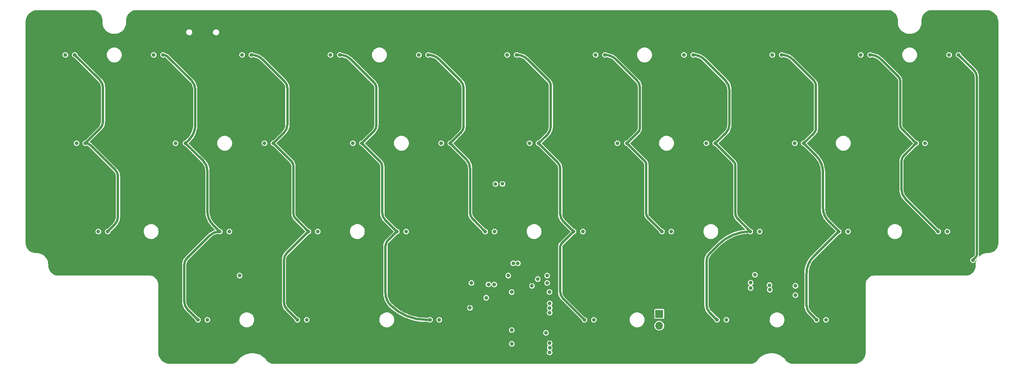
<source format=gbr>
%TF.GenerationSoftware,KiCad,Pcbnew,(7.0.0)*%
%TF.CreationDate,2023-05-14T17:36:17+02:00*%
%TF.ProjectId,travaulta prototype,74726176-6175-46c7-9461-2070726f746f,rev?*%
%TF.SameCoordinates,Original*%
%TF.FileFunction,Copper,L3,Inr*%
%TF.FilePolarity,Positive*%
%FSLAX46Y46*%
G04 Gerber Fmt 4.6, Leading zero omitted, Abs format (unit mm)*
G04 Created by KiCad (PCBNEW (7.0.0)) date 2023-05-14 17:36:17*
%MOMM*%
%LPD*%
G01*
G04 APERTURE LIST*
%TA.AperFunction,ComponentPad*%
%ADD10R,1.700000X1.700000*%
%TD*%
%TA.AperFunction,ComponentPad*%
%ADD11O,1.700000X1.700000*%
%TD*%
%TA.AperFunction,ViaPad*%
%ADD12C,0.800000*%
%TD*%
%TA.AperFunction,Conductor*%
%ADD13C,0.500000*%
%TD*%
G04 APERTURE END LIST*
D10*
%TO.N,VBAT*%
%TO.C,SW38*%
X180974999Y-113024999D03*
D11*
%TO.N,BOOT0*%
X180974999Y-115564999D03*
%TD*%
D12*
%TO.N,GND*%
X74295000Y-91313000D03*
X114300000Y-68278054D03*
X135597207Y-104261223D03*
X74457450Y-102146851D03*
X151003000Y-99314000D03*
X111125000Y-107950000D03*
X96463710Y-101616045D03*
X153987500Y-92075000D03*
X177165000Y-109855000D03*
X81280000Y-57277000D03*
X79634279Y-102166606D03*
X153988003Y-102068356D03*
X82550000Y-49999000D03*
X177176938Y-83255788D03*
X183356250Y-119062500D03*
X87249000Y-80010000D03*
X117475000Y-68262500D03*
X47117000Y-76200000D03*
X131445000Y-101854000D03*
X207962500Y-104366597D03*
X103187500Y-83125992D03*
X226028066Y-101600000D03*
X119027099Y-64169317D03*
X77430000Y-51094000D03*
X178593750Y-104324688D03*
X175451935Y-104317849D03*
X231534211Y-101576668D03*
X84198075Y-57286253D03*
X107950000Y-68278054D03*
X137577839Y-104298443D03*
X182499000Y-80010000D03*
X92075000Y-117475000D03*
X117445381Y-65971118D03*
X117475491Y-121047612D03*
X65244068Y-83266471D03*
X113284000Y-114300000D03*
X171831000Y-101981000D03*
X120215418Y-83268437D03*
X156464799Y-64146969D03*
X144653000Y-76200000D03*
X233867827Y-64186346D03*
X158602637Y-85060062D03*
X144688580Y-83212362D03*
X88926415Y-65964205D03*
X142113000Y-110617000D03*
X213758720Y-65997413D03*
X194539821Y-104317849D03*
X175816362Y-65997905D03*
X214425221Y-102091428D03*
X101155500Y-83125992D03*
X75819000Y-120777000D03*
X215272292Y-83233441D03*
X173101000Y-95250000D03*
X141859000Y-80010000D03*
X121059099Y-64169317D03*
X152584000Y-112903000D03*
X144374097Y-116215501D03*
X158753070Y-104320989D03*
X137901311Y-64231533D03*
X47371000Y-50800000D03*
X121095883Y-65974574D03*
X192539949Y-102088341D03*
X82558981Y-83268437D03*
X234950000Y-61087000D03*
X60075298Y-64176230D03*
X160918079Y-102299291D03*
X177839421Y-64193631D03*
X139700000Y-57150000D03*
X99867728Y-65952852D03*
X88900000Y-68262500D03*
X215781779Y-64193139D03*
X154003054Y-85382318D03*
X190232918Y-104293450D03*
X122237500Y-118268750D03*
X120650491Y-121047612D03*
X158750000Y-57150000D03*
X139262558Y-85049380D03*
X99815881Y-64231533D03*
X111125000Y-65960003D03*
X141294558Y-85049380D03*
X142081250Y-106362500D03*
X142081250Y-107950000D03*
X197035308Y-64193631D03*
X122986934Y-104249644D03*
X63212068Y-83266471D03*
X215900000Y-57150000D03*
X187325000Y-102108000D03*
X197044249Y-65997905D03*
X117331079Y-107950000D03*
X114272348Y-65964205D03*
X196850000Y-57150000D03*
X106426000Y-76200000D03*
X98422526Y-65950379D03*
X123825000Y-65951243D03*
X92868750Y-107950000D03*
X86288880Y-104214561D03*
X65253009Y-85070745D03*
X231512224Y-97872127D03*
X120506079Y-107950000D03*
X144716101Y-85427602D03*
X143668750Y-104344178D03*
X92075000Y-104154757D03*
X206505152Y-107452269D03*
X159004000Y-110744000D03*
X209550000Y-101508785D03*
X138303000Y-101981000D03*
X120904000Y-101727000D03*
X78607665Y-65964205D03*
X144653000Y-72517000D03*
X125349000Y-80010000D03*
X77600359Y-104245177D03*
X233876768Y-65990620D03*
X177800000Y-53213000D03*
X82189797Y-64153271D03*
X188111837Y-104311833D03*
X251079000Y-50800000D03*
X85751415Y-65964205D03*
X199852839Y-121754293D03*
X127000000Y-68309162D03*
X92075000Y-68262500D03*
X234146640Y-85107708D03*
X101092000Y-101600000D03*
X173573173Y-104293450D03*
X134874000Y-95250000D03*
X67120529Y-102090937D03*
X111125000Y-104214561D03*
X196338366Y-83219809D03*
X77300138Y-108312928D03*
X133985000Y-101727000D03*
X92075000Y-65964205D03*
X51435000Y-95250000D03*
X96774000Y-95250000D03*
X251206000Y-63500000D03*
X140493750Y-104333809D03*
X80962500Y-60071000D03*
X222758000Y-120650000D03*
X231844768Y-65990620D03*
X124474829Y-107950000D03*
X244094000Y-69723000D03*
X158496799Y-64146969D03*
X184221378Y-107343390D03*
X172415783Y-107530039D03*
X130175000Y-68309162D03*
X160911418Y-104281020D03*
X217417014Y-104354056D03*
X164306250Y-104289692D03*
X187216121Y-107327344D03*
X179217879Y-85060062D03*
X98425000Y-68262500D03*
X95250000Y-68262500D03*
X49530000Y-69850000D03*
X60116776Y-66008155D03*
X98425491Y-121047612D03*
X101847881Y-64231533D03*
X104728337Y-104167899D03*
X87249000Y-72644000D03*
X127000000Y-65951243D03*
X75692000Y-48895000D03*
X177848362Y-65997905D03*
X116496665Y-104176446D03*
X133383834Y-65953835D03*
X139933311Y-64231533D03*
X236537500Y-101600000D03*
X111125000Y-68278054D03*
X87312500Y-107950000D03*
X85725000Y-68262500D03*
X175807421Y-64193631D03*
X123825000Y-68309162D03*
X136525000Y-68262500D03*
X192561494Y-104301005D03*
X175418750Y-107530039D03*
X234950000Y-53340000D03*
X181768750Y-104324688D03*
X118375427Y-104200845D03*
X95250000Y-65964205D03*
X103148167Y-85096043D03*
X153987500Y-88900000D03*
X182499000Y-72390000D03*
X234154774Y-83203271D03*
X82567922Y-85072711D03*
X101899728Y-65952852D03*
X107950000Y-104191230D03*
X133350000Y-68309162D03*
X161131250Y-107950000D03*
X232114640Y-85107708D03*
X178593750Y-107530039D03*
X141285617Y-83245106D03*
X101121020Y-104154757D03*
X175895000Y-101981000D03*
X119063883Y-65974574D03*
X207168750Y-101473000D03*
X198361068Y-85095059D03*
X150018750Y-88900000D03*
X115824000Y-99314000D03*
X247015000Y-89027000D03*
X137872571Y-65974082D03*
X84599922Y-85072711D03*
X141859000Y-72517000D03*
X156473740Y-65951243D03*
X217304292Y-83233441D03*
X132556250Y-104249644D03*
X160634637Y-85060062D03*
X68453000Y-76200000D03*
X201676000Y-76200000D03*
X146681488Y-64206158D03*
X192024000Y-91313000D03*
X231835827Y-64186346D03*
X120650000Y-53213000D03*
X77851000Y-95250000D03*
X158593696Y-83255788D03*
X197643750Y-104323931D03*
X224282000Y-80137000D03*
X160625696Y-83255788D03*
X115607034Y-101739495D03*
X124619241Y-121047612D03*
X170676988Y-104308377D03*
X115824000Y-91313000D03*
X146793645Y-104323439D03*
X122247418Y-83268437D03*
X147066000Y-107315000D03*
X77602279Y-102166606D03*
X120650000Y-60960000D03*
X121126329Y-68333618D03*
X220662500Y-104354056D03*
X114298033Y-104219745D03*
X153321343Y-104242074D03*
X215281233Y-85037715D03*
X183356250Y-109855000D03*
X232122774Y-83203271D03*
X158505740Y-65951243D03*
X126206250Y-104261223D03*
X196329068Y-85095059D03*
X130175000Y-65951243D03*
X213749779Y-64193139D03*
X144653000Y-67691000D03*
X229235000Y-95250000D03*
X65659000Y-76200000D03*
X147896567Y-109273002D03*
X62148776Y-66008155D03*
X101600000Y-57150000D03*
X153987500Y-99218750D03*
X78581250Y-68262500D03*
X122256359Y-85072711D03*
X169545000Y-101981000D03*
X99212437Y-104149937D03*
X243967000Y-85725000D03*
X139904571Y-65974082D03*
X89408000Y-48895000D03*
X224282000Y-72390000D03*
X125349000Y-72517000D03*
X148586409Y-83241559D03*
X67120529Y-104050751D03*
X195003308Y-64193631D03*
X185166000Y-114300000D03*
X157162500Y-99314000D03*
X101911437Y-68262500D03*
X104775000Y-65960003D03*
X189144827Y-108929415D03*
X163576000Y-76200000D03*
X195012249Y-65997905D03*
X120888576Y-104225245D03*
X153288724Y-110807639D03*
X63221009Y-85070745D03*
X211905460Y-101600000D03*
X158750000Y-107950000D03*
X74295000Y-99314000D03*
X144652281Y-64206158D03*
X144653000Y-80010000D03*
X251079000Y-95123000D03*
X148209000Y-101981000D03*
X157956250Y-88900000D03*
X107936174Y-65943466D03*
X114300491Y-121047612D03*
X179208938Y-83255788D03*
X98806000Y-50800000D03*
X211201000Y-95250000D03*
X231521000Y-91186000D03*
X146685000Y-72517000D03*
X98425000Y-108743750D03*
X206375000Y-118268750D03*
X167481250Y-104289692D03*
X62107298Y-64176230D03*
X217313233Y-85037715D03*
X78581250Y-63500000D03*
X146685000Y-80010000D03*
X120224359Y-85072711D03*
X198370366Y-83219809D03*
X181768750Y-107343390D03*
X74441896Y-104246652D03*
X190240765Y-102103407D03*
X214312500Y-104348659D03*
X129381250Y-104261223D03*
X84590981Y-83268437D03*
X188641422Y-121694338D03*
X101116167Y-85096043D03*
X114156079Y-107950000D03*
X84137500Y-68262500D03*
X87312500Y-63500000D03*
X104775000Y-68278054D03*
X150550100Y-110815963D03*
X136558834Y-65953835D03*
X227965000Y-76200000D03*
X184936837Y-104311833D03*
X246473566Y-101666909D03*
X79653498Y-104245177D03*
X177185879Y-85060062D03*
X70970165Y-102114268D03*
X223043750Y-108743750D03*
X203835000Y-114300000D03*
X204787500Y-104370593D03*
X211681401Y-104370102D03*
X139253617Y-83245106D03*
X246062500Y-76200000D03*
X92075000Y-101600000D03*
X146685000Y-67691000D03*
X228600000Y-101600000D03*
X54356000Y-88900000D03*
X177800000Y-60960000D03*
X215790720Y-65997413D03*
X139953601Y-68350091D03*
X228600000Y-98425000D03*
X153346000Y-115062000D03*
X87653038Y-51101306D03*
X84074000Y-69850000D03*
X177165000Y-119062500D03*
X150425000Y-115062000D03*
%TO.N,APLEX_OUT_PIN_0*%
X210352632Y-106976214D03*
X156787000Y-106362500D03*
X156787000Y-104775000D03*
X148431250Y-104775000D03*
X140493750Y-106362500D03*
X140168917Y-111725196D03*
%TO.N,ROW0*%
X243459000Y-57150000D03*
X110109000Y-57150000D03*
X186309000Y-57150000D03*
X148209000Y-57150000D03*
X167259000Y-57150000D03*
X224409000Y-57150000D03*
X129159000Y-57150000D03*
X72009000Y-57150000D03*
X52959000Y-57150000D03*
X91059000Y-57150000D03*
X149495497Y-102108000D03*
X145669000Y-84987000D03*
X205359000Y-57150000D03*
%TO.N,ROW1*%
X55372000Y-76200000D03*
X191135000Y-76200000D03*
X133985000Y-76200000D03*
X147189272Y-84974626D03*
X76708000Y-76200000D03*
X153035000Y-76200000D03*
X210185000Y-76200000D03*
X171958000Y-76200000D03*
X114935000Y-76200000D03*
X150495000Y-102108000D03*
X238252000Y-76200000D03*
X95885000Y-76200000D03*
%TO.N,VBAT*%
X149155000Y-108331000D03*
X201599534Y-104576503D03*
X149158000Y-116524000D03*
X153545858Y-106982709D03*
X156556000Y-117129000D03*
X149189578Y-119489093D03*
X157291782Y-108302925D03*
X90487500Y-104775000D03*
X154781250Y-105533209D03*
%TO.N,COL0*%
X62103000Y-95250000D03*
X54991000Y-57150000D03*
X57277000Y-76200000D03*
%TO.N,COL1*%
X74041000Y-57150000D03*
X81550000Y-114300000D03*
X86233000Y-95250000D03*
X78867000Y-76200000D03*
%TO.N,COL2*%
X93075000Y-57150000D03*
X105362500Y-95250000D03*
X97790000Y-76200000D03*
X102980000Y-114300000D03*
%TO.N,COL3*%
X124412500Y-95250000D03*
X116887500Y-76200000D03*
X131555000Y-114300000D03*
X112125000Y-57150000D03*
%TO.N,COL4*%
X143462500Y-95250000D03*
X135937500Y-76200000D03*
X131175000Y-57150000D03*
%TO.N,COL5*%
X150241000Y-57150000D03*
X162512500Y-95250000D03*
X164846000Y-114300000D03*
X154940000Y-76200000D03*
%TO.N,COL6*%
X169291000Y-57150000D03*
X173990000Y-76200000D03*
X181562500Y-95250000D03*
X204755969Y-106823574D03*
X200668410Y-107440416D03*
%TO.N,COL7*%
X188325000Y-57150000D03*
X200674646Y-106307080D03*
X200612500Y-95250000D03*
X193421000Y-114300000D03*
X204787500Y-107822580D03*
X193040000Y-76200000D03*
%TO.N,COL8*%
X207391000Y-57150000D03*
X214884000Y-114300000D03*
X219662500Y-95250000D03*
X212090000Y-76200000D03*
%TO.N,COL9*%
X241095000Y-95250000D03*
X226441000Y-57150000D03*
X236347000Y-76200000D03*
%TO.N,ROW2*%
X164512500Y-95250000D03*
X221662500Y-95250000D03*
X126412500Y-95250000D03*
X243078000Y-95250000D03*
X202612500Y-95250000D03*
X107362500Y-95250000D03*
X145462500Y-95250000D03*
X60071000Y-95250000D03*
X88312500Y-95250000D03*
X183562500Y-95250000D03*
%TO.N,ROW3*%
X144157368Y-106657415D03*
X104980000Y-114300000D03*
X143668750Y-109537500D03*
X195453000Y-114300000D03*
X216916000Y-114300000D03*
X166878000Y-114300000D03*
X133555000Y-114300000D03*
X83550000Y-114300000D03*
%TO.N,AMUX_SEL_2*%
X157348680Y-121365408D03*
X157353000Y-110744000D03*
%TO.N,AMUX_SEL_1*%
X157357299Y-111755701D03*
X157364941Y-120356364D03*
%TO.N,AMUX_SEL_0*%
X157353500Y-119342500D03*
X157353000Y-112776000D03*
%TO.N,APLEX_EN_PIN_1*%
X145415000Y-106680000D03*
X210343750Y-108997080D03*
%TO.N,COL10*%
X245491000Y-57150000D03*
X248602500Y-101409500D03*
%TD*%
D13*
%TO.N,COL0*%
X63595250Y-93757750D02*
X62103000Y-95250000D01*
X61087000Y-71437500D02*
X61087000Y-64293750D01*
X60346129Y-62505129D02*
X54991000Y-57150000D01*
X58415214Y-76671464D02*
X63732484Y-81988734D01*
X64293750Y-83343750D02*
X64293750Y-92071422D01*
X57277000Y-76200000D02*
X60413481Y-73063519D01*
X63595244Y-93757744D02*
G75*
G03*
X64293750Y-92071422I-1686344J1686344D01*
G01*
X58415219Y-76671459D02*
G75*
G03*
X57277000Y-76200000I-1138219J-1138241D01*
G01*
X64293794Y-83343750D02*
G75*
G03*
X63732483Y-81988735I-1916294J-50D01*
G01*
X61086962Y-64293750D02*
G75*
G03*
X60346129Y-62505129I-2529462J50D01*
G01*
X60413473Y-73063511D02*
G75*
G03*
X61087000Y-71437500I-1625973J1626011D01*
G01*
%TO.N,COL1*%
X83566000Y-90854301D02*
X83566000Y-82133785D01*
X86233000Y-95250000D02*
X84788375Y-93805375D01*
X80168750Y-62706250D02*
X75016612Y-57554112D01*
X78581250Y-102393750D02*
X78581250Y-110331250D01*
X82692875Y-80025875D02*
X78867000Y-76200000D01*
X84010774Y-96170476D02*
X79142516Y-101038734D01*
X79288357Y-112038357D02*
X81550000Y-114300000D01*
X80962500Y-72231250D02*
X80962500Y-64622532D01*
X78867000Y-76200000D02*
X79637912Y-75429088D01*
X83566020Y-82133785D02*
G75*
G03*
X82692874Y-80025876I-2981020J-15D01*
G01*
X79142548Y-101038766D02*
G75*
G03*
X78581250Y-102393750I1354952J-1355034D01*
G01*
X75016607Y-57554117D02*
G75*
G03*
X74041000Y-57150000I-975607J-975583D01*
G01*
X79637882Y-75429058D02*
G75*
G03*
X80962500Y-72231250I-3197782J3197858D01*
G01*
X80962486Y-64622532D02*
G75*
G03*
X80168749Y-62706251I-2709986J32D01*
G01*
X86233000Y-95250000D02*
G75*
G03*
X84010775Y-96170477I0J-3142700D01*
G01*
X83565986Y-90854301D02*
G75*
G03*
X84788376Y-93805374I4173414J1D01*
G01*
X78581226Y-110331250D02*
G75*
G03*
X79288357Y-112038357I2414274J50D01*
G01*
%TO.N,COL2*%
X100076000Y-101423388D02*
X100076000Y-110509996D01*
X100702500Y-112022500D02*
X102980000Y-114300000D01*
X105362500Y-95250000D02*
X100703125Y-99909375D01*
X101679375Y-80089375D02*
X97790000Y-76200000D01*
X102108000Y-91281250D02*
X102108000Y-81124167D01*
X105362500Y-95250000D02*
X102613052Y-92500552D01*
X100099143Y-73938357D02*
X97837500Y-76200000D01*
X95432941Y-58126691D02*
X100244984Y-62938734D01*
X100806250Y-64293750D02*
X100806250Y-72231250D01*
X100076002Y-110509996D02*
G75*
G03*
X100702500Y-112022500I2138998J-4D01*
G01*
X95432934Y-58126698D02*
G75*
G03*
X93075000Y-57150000I-2357934J-2357902D01*
G01*
X100806294Y-64293750D02*
G75*
G03*
X100244983Y-62938735I-1916294J-50D01*
G01*
X102108028Y-81124167D02*
G75*
G03*
X101679375Y-80089375I-1463428J-33D01*
G01*
X102107979Y-91281250D02*
G75*
G03*
X102613052Y-92500552I1724421J50D01*
G01*
X100703139Y-99909389D02*
G75*
G03*
X100076000Y-101423388I1513961J-1514011D01*
G01*
X100099176Y-73938390D02*
G75*
G03*
X100806250Y-72231250I-1707176J1707090D01*
G01*
%TO.N,COL3*%
X114482941Y-58126691D02*
X119565987Y-63209737D01*
X120015000Y-64293750D02*
X120015000Y-72231250D01*
X121285000Y-91281250D02*
X121285000Y-81349684D01*
X124412500Y-95250000D02*
X122470458Y-97192042D01*
X130696378Y-114300000D02*
X131555000Y-114300000D01*
X120753125Y-80065625D02*
X116887500Y-76200000D01*
X124412500Y-95250000D02*
X121879854Y-92717354D01*
X121959750Y-98425000D02*
X121959750Y-108538171D01*
X119420146Y-73667354D02*
X116887500Y-76200000D01*
X119420180Y-73667388D02*
G75*
G03*
X120015000Y-72231250I-1436180J1436088D01*
G01*
X122470461Y-97192045D02*
G75*
G03*
X121959750Y-98425000I1232939J-1232955D01*
G01*
X121959778Y-108538171D02*
G75*
G03*
X123031251Y-111124999I3658322J-29D01*
G01*
X120015042Y-64293750D02*
G75*
G03*
X119565986Y-63209738I-1533042J-50D01*
G01*
X123031267Y-111124983D02*
G75*
G03*
X130696378Y-114300000I7665133J7665083D01*
G01*
X114482934Y-58126698D02*
G75*
G03*
X112125000Y-57150000I-2357934J-2357902D01*
G01*
X121284978Y-91281250D02*
G75*
G03*
X121879855Y-92717353I2031022J50D01*
G01*
X121285020Y-81349684D02*
G75*
G03*
X120753124Y-80065626I-1815920J-16D01*
G01*
%TO.N,COL4*%
X135937500Y-76200000D02*
X138215625Y-73921875D01*
X140787500Y-92575000D02*
X143462500Y-95250000D01*
X135937500Y-76200000D02*
X139298837Y-79561337D01*
X138811000Y-72484513D02*
X138811000Y-64392578D01*
X140208000Y-81756250D02*
X140208000Y-91175964D01*
X138112500Y-62706250D02*
X133532941Y-58126691D01*
X138215611Y-73921861D02*
G75*
G03*
X138811000Y-72484513I-1437311J1437361D01*
G01*
X133532934Y-58126698D02*
G75*
G03*
X131175000Y-57150000I-2357934J-2357902D01*
G01*
X140208016Y-91175964D02*
G75*
G03*
X140787501Y-92574999I1978484J-36D01*
G01*
X140207957Y-81756250D02*
G75*
G03*
X139298837Y-79561337I-3104057J50D01*
G01*
X138811023Y-64392578D02*
G75*
G03*
X138112500Y-62706250I-2384823J-22D01*
G01*
%TO.N,COL5*%
X160210500Y-109664500D02*
X164846000Y-114300000D01*
X162512500Y-95250000D02*
X159852193Y-97910307D01*
X157607000Y-72536457D02*
X157607000Y-63779367D01*
X154940000Y-76200000D02*
X159032832Y-80292832D01*
X159639000Y-98425000D02*
X159639000Y-108284777D01*
X160234375Y-92971875D02*
X162512500Y-95250000D01*
X154987500Y-76200000D02*
X156868750Y-74318750D01*
X157162500Y-62706250D02*
X152571628Y-58115378D01*
X159639000Y-81756250D02*
X159639000Y-91534513D01*
X159852190Y-97910304D02*
G75*
G03*
X159639000Y-98425000I514710J-514696D01*
G01*
X157607027Y-63779367D02*
G75*
G03*
X157162499Y-62706251I-1517627J-33D01*
G01*
X152571627Y-58115379D02*
G75*
G03*
X150241000Y-57150000I-2330627J-2330621D01*
G01*
X159639030Y-81756250D02*
G75*
G03*
X159032831Y-80292833I-2069630J-50D01*
G01*
X159638981Y-91534513D02*
G75*
G03*
X160234376Y-92971874I2032719J13D01*
G01*
X159639010Y-108284777D02*
G75*
G03*
X160210500Y-109664500I1951190J-23D01*
G01*
X156868763Y-74318763D02*
G75*
G03*
X157607000Y-72536457I-1782263J1782263D01*
G01*
%TO.N,COL6*%
X173990000Y-76200000D02*
X177879375Y-80089375D01*
X176784000Y-73025000D02*
X176784000Y-64085973D01*
X178181000Y-80817562D02*
X178181000Y-91430625D01*
X174037500Y-76200000D02*
X176481005Y-73756495D01*
X178490625Y-92178125D02*
X181562500Y-95250000D01*
X176212500Y-62706250D02*
X171621628Y-58115378D01*
X178180976Y-91430625D02*
G75*
G03*
X178490625Y-92178125I1057124J25D01*
G01*
X178181030Y-80817562D02*
G75*
G03*
X177879375Y-80089375I-1029830J-38D01*
G01*
X176784025Y-64085973D02*
G75*
G03*
X176212499Y-62706251I-1951225J-27D01*
G01*
X176481007Y-73756497D02*
G75*
G03*
X176784000Y-73025000I-731507J731497D01*
G01*
X171621627Y-58115379D02*
G75*
G03*
X169291000Y-57150000I-2330627J-2330621D01*
G01*
%TO.N,COL7*%
X195262500Y-62706250D02*
X190682941Y-58126691D01*
X197863051Y-92500551D02*
X200612500Y-95250000D01*
X193040000Y-76200000D02*
X197043691Y-80203691D01*
X197358000Y-80962500D02*
X197358000Y-91281250D01*
X191166742Y-101600000D02*
X191166742Y-111125000D01*
X196088000Y-72231250D02*
X196088000Y-64699183D01*
X193087500Y-76200000D02*
X195403343Y-73884157D01*
X191817805Y-112696805D02*
X193421000Y-114300000D01*
X193702384Y-98112264D02*
X191839974Y-99974674D01*
X197358021Y-91281250D02*
G75*
G03*
X197863052Y-92500550I1724279J-50D01*
G01*
X191166740Y-111125000D02*
G75*
G03*
X191817806Y-112696804I2222860J0D01*
G01*
X200612500Y-95250007D02*
G75*
G03*
X193702385Y-98112265I0J-9772393D01*
G01*
X190682934Y-58126698D02*
G75*
G03*
X188325000Y-57150000I-2357934J-2357902D01*
G01*
X191839974Y-99974674D02*
G75*
G03*
X191166742Y-101600000I1625326J-1625326D01*
G01*
X197358005Y-80962500D02*
G75*
G03*
X197043691Y-80203691I-1073105J0D01*
G01*
X195403376Y-73884190D02*
G75*
G03*
X196088000Y-72231250I-1652976J1652890D01*
G01*
X196088021Y-64699183D02*
G75*
G03*
X195262500Y-62706250I-2818421J-17D01*
G01*
%TO.N,COL8*%
X214884000Y-114300000D02*
X213407625Y-112823625D01*
X219662500Y-95202500D02*
X219662500Y-95250000D01*
X214209375Y-100703125D02*
X219662500Y-95250000D01*
X212137500Y-76200000D02*
X214364202Y-73973298D01*
X214312500Y-62706250D02*
X209721628Y-58115378D01*
X212090000Y-76200000D02*
X214754356Y-78864356D01*
X214757000Y-73025000D02*
X214757000Y-63779367D01*
X217408125Y-92948125D02*
X219662500Y-95202500D01*
X212725000Y-111175623D02*
X212725000Y-104286723D01*
X216281000Y-82550000D02*
X216281000Y-90227005D01*
X214209358Y-100703108D02*
G75*
G03*
X212725000Y-104286723I3583642J-3583592D01*
G01*
X212724977Y-111175623D02*
G75*
G03*
X213407626Y-112823624I2330623J23D01*
G01*
X216280984Y-90227005D02*
G75*
G03*
X217408125Y-92948125I3848216J5D01*
G01*
X214757027Y-63779367D02*
G75*
G03*
X214312499Y-62706251I-1517627J-33D01*
G01*
X216280996Y-82550000D02*
G75*
G03*
X214754356Y-78864356I-5212296J0D01*
G01*
X209721627Y-58115379D02*
G75*
G03*
X207391000Y-57150000I-2330627J-2330621D01*
G01*
X214364203Y-73973299D02*
G75*
G03*
X214757000Y-73025000I-948303J948299D01*
G01*
%TO.N,COL9*%
X232918000Y-72231250D02*
X232918000Y-62755664D01*
X236347000Y-76200000D02*
X233733267Y-78813733D01*
X234053750Y-88208750D02*
X241095000Y-95250000D01*
X236330000Y-76200000D02*
X233311682Y-73181681D01*
X232568750Y-61912500D02*
X228771628Y-58115378D01*
X233172000Y-80168750D02*
X233172000Y-86080018D01*
X228771627Y-58115379D02*
G75*
G03*
X226441000Y-57150000I-2330627J-2330621D01*
G01*
X233733288Y-78813754D02*
G75*
G03*
X233172000Y-80168750I1355012J-1355046D01*
G01*
X233171993Y-86080018D02*
G75*
G03*
X234053750Y-88208750I3010507J18D01*
G01*
X232917962Y-72231250D02*
G75*
G03*
X233311682Y-73181681I1344138J50D01*
G01*
X232918029Y-62755664D02*
G75*
G03*
X232568750Y-61912500I-1192429J-36D01*
G01*
%TO.N,COL10*%
X248844283Y-60503283D02*
X245491000Y-57150000D01*
X248602500Y-101409500D02*
X249221625Y-100790375D01*
X249428000Y-100292142D02*
X249428000Y-61912500D01*
X249428009Y-61912500D02*
G75*
G03*
X248844282Y-60503284I-1992909J0D01*
G01*
X249221602Y-100790352D02*
G75*
G03*
X249428000Y-100292142I-498202J498252D01*
G01*
%TD*%
%TA.AperFunction,Conductor*%
%TO.N,GND*%
G36*
X230200348Y-47475520D02*
G01*
X230298956Y-47481485D01*
X230298956Y-47481499D01*
X230299009Y-47481488D01*
X230471593Y-47492799D01*
X230472909Y-47492963D01*
X230599140Y-47516096D01*
X230599298Y-47516126D01*
X230743441Y-47544797D01*
X230744618Y-47545097D01*
X230872041Y-47584803D01*
X230872119Y-47584829D01*
X231006581Y-47630473D01*
X231007622Y-47630883D01*
X231131044Y-47686431D01*
X231131417Y-47686607D01*
X231138829Y-47690262D01*
X231256886Y-47748482D01*
X231257750Y-47748954D01*
X231323021Y-47788412D01*
X231374440Y-47819496D01*
X231374887Y-47819781D01*
X231490392Y-47896959D01*
X231491108Y-47897477D01*
X231598807Y-47981853D01*
X231599305Y-47982266D01*
X231703474Y-48073620D01*
X231704033Y-48074144D01*
X231800854Y-48170965D01*
X231801378Y-48171524D01*
X231892740Y-48275703D01*
X231893153Y-48276201D01*
X231977513Y-48383879D01*
X231978031Y-48384595D01*
X232055225Y-48500123D01*
X232055510Y-48500570D01*
X232126040Y-48617239D01*
X232126520Y-48618117D01*
X232188395Y-48743588D01*
X232188571Y-48743961D01*
X232244115Y-48867376D01*
X232244525Y-48868417D01*
X232290145Y-49002808D01*
X232290236Y-49003088D01*
X232329896Y-49130363D01*
X232330201Y-49131561D01*
X232358877Y-49275723D01*
X232358910Y-49275897D01*
X232382033Y-49402076D01*
X232382200Y-49403420D01*
X232393519Y-49576116D01*
X232393520Y-49576176D01*
X232393523Y-49576176D01*
X232399479Y-49674636D01*
X232399500Y-49675342D01*
X232399500Y-50074998D01*
X232399499Y-50075000D01*
X232399499Y-50229277D01*
X232399540Y-50229618D01*
X232399541Y-50229627D01*
X232436648Y-50535232D01*
X232436649Y-50535242D01*
X232436691Y-50535581D01*
X232436774Y-50535918D01*
X232436774Y-50535920D01*
X232510533Y-50835169D01*
X232510654Y-50835488D01*
X232510656Y-50835494D01*
X232619821Y-51123340D01*
X232619947Y-51123672D01*
X232763339Y-51396883D01*
X232763540Y-51397174D01*
X232763541Y-51397175D01*
X232938406Y-51650511D01*
X232938618Y-51650817D01*
X232938849Y-51651077D01*
X232938850Y-51651079D01*
X233143001Y-51881518D01*
X233143227Y-51881773D01*
X233374183Y-52086382D01*
X233628118Y-52261661D01*
X233901329Y-52405053D01*
X234189832Y-52514468D01*
X234489419Y-52588309D01*
X234795724Y-52625501D01*
X235103921Y-52625501D01*
X235104277Y-52625501D01*
X235410582Y-52588309D01*
X235710169Y-52514467D01*
X235998672Y-52405052D01*
X236271883Y-52261660D01*
X236525818Y-52086382D01*
X236756774Y-51881773D01*
X236961383Y-51650817D01*
X237136661Y-51396882D01*
X237280053Y-51123671D01*
X237389468Y-50835168D01*
X237463309Y-50535580D01*
X237500501Y-50229276D01*
X237500501Y-50074999D01*
X237500501Y-50074499D01*
X237500501Y-49675359D01*
X237500522Y-49674653D01*
X237502904Y-49635268D01*
X237506487Y-49576047D01*
X237506498Y-49576047D01*
X237506490Y-49575994D01*
X237517802Y-49403400D01*
X237517964Y-49402097D01*
X237541123Y-49275723D01*
X237569801Y-49131549D01*
X237570100Y-49130376D01*
X237609802Y-49002969D01*
X237609826Y-49002897D01*
X237655482Y-48868398D01*
X237655876Y-48867398D01*
X237711451Y-48743915D01*
X237711588Y-48743624D01*
X237773494Y-48618091D01*
X237773940Y-48617275D01*
X237844526Y-48500513D01*
X237844754Y-48500155D01*
X237921975Y-48384585D01*
X237922461Y-48383913D01*
X238006877Y-48276164D01*
X238007239Y-48275728D01*
X238098654Y-48171489D01*
X238099118Y-48170994D01*
X238195994Y-48074119D01*
X238196489Y-48073654D01*
X238300728Y-47982239D01*
X238301164Y-47981877D01*
X238408913Y-47897461D01*
X238409585Y-47896975D01*
X238525155Y-47819754D01*
X238525513Y-47819526D01*
X238642275Y-47748940D01*
X238643091Y-47748494D01*
X238768624Y-47686588D01*
X238768915Y-47686451D01*
X238892398Y-47630876D01*
X238893398Y-47630482D01*
X239027897Y-47584826D01*
X239027969Y-47584802D01*
X239155376Y-47545100D01*
X239156549Y-47544801D01*
X239300756Y-47516116D01*
X239427097Y-47492964D01*
X239428400Y-47492802D01*
X239600994Y-47481490D01*
X239601047Y-47481498D01*
X239601047Y-47481487D01*
X239601077Y-47481484D01*
X239699652Y-47475522D01*
X239700359Y-47475501D01*
X239700500Y-47475501D01*
X251474663Y-47475499D01*
X251475319Y-47475517D01*
X251477479Y-47475638D01*
X251590607Y-47481991D01*
X251772396Y-47492988D01*
X251773597Y-47493126D01*
X251914616Y-47517086D01*
X252070557Y-47545663D01*
X252071665Y-47545923D01*
X252213531Y-47586794D01*
X252213580Y-47586809D01*
X252360589Y-47632619D01*
X252361550Y-47632968D01*
X252499559Y-47690133D01*
X252499838Y-47690253D01*
X252629201Y-47748474D01*
X252638486Y-47752653D01*
X252639343Y-47753082D01*
X252770940Y-47825813D01*
X252771211Y-47825969D01*
X252888642Y-47896959D01*
X252900569Y-47904169D01*
X252901286Y-47904640D01*
X253024248Y-47991886D01*
X253024694Y-47992218D01*
X253143269Y-48085116D01*
X253143849Y-48085602D01*
X253256448Y-48186226D01*
X253256925Y-48186677D01*
X253363320Y-48293072D01*
X253363771Y-48293549D01*
X253464397Y-48406150D01*
X253464883Y-48406730D01*
X253513087Y-48468257D01*
X253557787Y-48525312D01*
X253558091Y-48525720D01*
X253623031Y-48617244D01*
X253645363Y-48648718D01*
X253645834Y-48649435D01*
X253723990Y-48778722D01*
X253724217Y-48779116D01*
X253796918Y-48910661D01*
X253797347Y-48911518D01*
X253859730Y-49050124D01*
X253859870Y-49050449D01*
X253917024Y-49188432D01*
X253917385Y-49189428D01*
X253963159Y-49336319D01*
X253963232Y-49336561D01*
X254004072Y-49478322D01*
X254004337Y-49479452D01*
X254032891Y-49635268D01*
X254032839Y-49635277D01*
X254032919Y-49635417D01*
X254056869Y-49776374D01*
X254057013Y-49777628D01*
X254068025Y-49959690D01*
X254068028Y-49959740D01*
X254074482Y-50074661D01*
X254074500Y-50075317D01*
X254074500Y-97683641D01*
X254074479Y-97684347D01*
X254068518Y-97782897D01*
X254068514Y-97782956D01*
X254057199Y-97955578D01*
X254057032Y-97956922D01*
X254033909Y-98083101D01*
X254033876Y-98083275D01*
X254005201Y-98227437D01*
X254004896Y-98228635D01*
X253965233Y-98355917D01*
X253965142Y-98356197D01*
X253919525Y-98490577D01*
X253919115Y-98491618D01*
X253863568Y-98615040D01*
X253863392Y-98615413D01*
X253801519Y-98740880D01*
X253801039Y-98741758D01*
X253730505Y-98858434D01*
X253730220Y-98858881D01*
X253653035Y-98974396D01*
X253652517Y-98975112D01*
X253568144Y-99082806D01*
X253567731Y-99083304D01*
X253476384Y-99187466D01*
X253475860Y-99188025D01*
X253379025Y-99284860D01*
X253378466Y-99285384D01*
X253274304Y-99376731D01*
X253273806Y-99377144D01*
X253166112Y-99461517D01*
X253165396Y-99462035D01*
X253049881Y-99539220D01*
X253049434Y-99539505D01*
X252932758Y-99610039D01*
X252931880Y-99610519D01*
X252806413Y-99672392D01*
X252806040Y-99672568D01*
X252682618Y-99728115D01*
X252681577Y-99728525D01*
X252547197Y-99774142D01*
X252546917Y-99774233D01*
X252419635Y-99813896D01*
X252418437Y-99814201D01*
X252274275Y-99842876D01*
X252274101Y-99842909D01*
X252147922Y-99866032D01*
X252146578Y-99866199D01*
X251974015Y-99877510D01*
X251973956Y-99877514D01*
X251875347Y-99883479D01*
X251874641Y-99883500D01*
X251734438Y-99883500D01*
X251734375Y-99883487D01*
X251734375Y-99883474D01*
X251734310Y-99883473D01*
X251734306Y-99883473D01*
X251591462Y-99883470D01*
X251591140Y-99883470D01*
X251590826Y-99883505D01*
X251590814Y-99883506D01*
X251306806Y-99915499D01*
X251306803Y-99915499D01*
X251306470Y-99915537D01*
X251306164Y-99915606D01*
X251306145Y-99915610D01*
X251027500Y-99979204D01*
X251027496Y-99979204D01*
X251027181Y-99979277D01*
X251026874Y-99979384D01*
X251026865Y-99979387D01*
X250757094Y-100073779D01*
X250757080Y-100073784D01*
X250756785Y-100073888D01*
X250756497Y-100074026D01*
X250756489Y-100074030D01*
X250498979Y-100198038D01*
X250498972Y-100198041D01*
X250498683Y-100198181D01*
X250498429Y-100198340D01*
X250498410Y-100198351D01*
X250256397Y-100350417D01*
X250256389Y-100350421D01*
X250256121Y-100350591D01*
X250255864Y-100350795D01*
X250255861Y-100350798D01*
X250100150Y-100474974D01*
X250032150Y-100529202D01*
X250031926Y-100529425D01*
X250031917Y-100529434D01*
X249829818Y-100731535D01*
X249829809Y-100731544D01*
X249829586Y-100731768D01*
X249829389Y-100732014D01*
X249829380Y-100732025D01*
X249807957Y-100758889D01*
X249800705Y-100763140D01*
X249792474Y-100761430D01*
X249787514Y-100754642D01*
X249788385Y-100746283D01*
X249793849Y-100735563D01*
X249850042Y-100562651D01*
X249878495Y-100383076D01*
X249878496Y-100360056D01*
X249878500Y-100360044D01*
X249878500Y-100283325D01*
X249878503Y-100232859D01*
X249878500Y-100232848D01*
X249878500Y-61912522D01*
X249878504Y-61912500D01*
X249878509Y-61912500D01*
X249878509Y-61775279D01*
X249847781Y-61502563D01*
X249786711Y-61235002D01*
X249696067Y-60975961D01*
X249576989Y-60728698D01*
X249430975Y-60496323D01*
X249259861Y-60281757D01*
X249204777Y-60226674D01*
X246094726Y-57116622D01*
X246091399Y-57109878D01*
X246076044Y-56993238D01*
X246015536Y-56847159D01*
X245919282Y-56721718D01*
X245793841Y-56625464D01*
X245793127Y-56625168D01*
X245793125Y-56625167D01*
X245648473Y-56565250D01*
X245648469Y-56565249D01*
X245647762Y-56564956D01*
X245647003Y-56564856D01*
X245646999Y-56564855D01*
X245491760Y-56544418D01*
X245491000Y-56544318D01*
X245490240Y-56544418D01*
X245335000Y-56564855D01*
X245334995Y-56564856D01*
X245334238Y-56564956D01*
X245333532Y-56565248D01*
X245333526Y-56565250D01*
X245188874Y-56625167D01*
X245188868Y-56625169D01*
X245188159Y-56625464D01*
X245187545Y-56625934D01*
X245187545Y-56625935D01*
X245063328Y-56721249D01*
X245063323Y-56721253D01*
X245062718Y-56721718D01*
X245062253Y-56722323D01*
X245062249Y-56722328D01*
X245008088Y-56792913D01*
X244966464Y-56847159D01*
X244966169Y-56847868D01*
X244966167Y-56847874D01*
X244906250Y-56992526D01*
X244906248Y-56992532D01*
X244905956Y-56993238D01*
X244905856Y-56993995D01*
X244905855Y-56994000D01*
X244888757Y-57123878D01*
X244885318Y-57150000D01*
X244885418Y-57150760D01*
X244905855Y-57305999D01*
X244905856Y-57306003D01*
X244905956Y-57306762D01*
X244906249Y-57307469D01*
X244906250Y-57307473D01*
X244945052Y-57401148D01*
X244966464Y-57452841D01*
X245062718Y-57578282D01*
X245188159Y-57674536D01*
X245334238Y-57735044D01*
X245450877Y-57750399D01*
X245457622Y-57753726D01*
X248483795Y-60779898D01*
X248483797Y-60779901D01*
X248525461Y-60821564D01*
X248525984Y-60822123D01*
X248658258Y-60972950D01*
X248659190Y-60974164D01*
X248770433Y-61140647D01*
X248771198Y-61141972D01*
X248859756Y-61321547D01*
X248860342Y-61322961D01*
X248924704Y-61512563D01*
X248925100Y-61514041D01*
X248964163Y-61710418D01*
X248964363Y-61711936D01*
X248977475Y-61911982D01*
X248977500Y-61912747D01*
X248977500Y-100291346D01*
X248977400Y-100292874D01*
X248969038Y-100356354D01*
X248968247Y-100359304D01*
X248944039Y-100417738D01*
X248942512Y-100420383D01*
X248903387Y-100471367D01*
X248902378Y-100472517D01*
X248861149Y-100513744D01*
X248861137Y-100513757D01*
X248569122Y-100805772D01*
X248562376Y-100809099D01*
X248446500Y-100824355D01*
X248446495Y-100824356D01*
X248445738Y-100824456D01*
X248445032Y-100824748D01*
X248445026Y-100824750D01*
X248300374Y-100884667D01*
X248300368Y-100884669D01*
X248299659Y-100884964D01*
X248299045Y-100885434D01*
X248299045Y-100885435D01*
X248174828Y-100980749D01*
X248174823Y-100980753D01*
X248174218Y-100981218D01*
X248173753Y-100981823D01*
X248173749Y-100981828D01*
X248125551Y-101044642D01*
X248077964Y-101106659D01*
X248077669Y-101107368D01*
X248077667Y-101107374D01*
X248017750Y-101252026D01*
X248017748Y-101252032D01*
X248017456Y-101252738D01*
X248017356Y-101253495D01*
X248017355Y-101253500D01*
X248003495Y-101358780D01*
X247996818Y-101409500D01*
X247996918Y-101410260D01*
X248017355Y-101565499D01*
X248017356Y-101565503D01*
X248017456Y-101566262D01*
X248017749Y-101566969D01*
X248017750Y-101566973D01*
X248077667Y-101711625D01*
X248077964Y-101712341D01*
X248174218Y-101837782D01*
X248299659Y-101934036D01*
X248445738Y-101994544D01*
X248602500Y-102015182D01*
X248759262Y-101994544D01*
X248905341Y-101934036D01*
X249030782Y-101837782D01*
X249127036Y-101712341D01*
X249187544Y-101566262D01*
X249202899Y-101449620D01*
X249206225Y-101442877D01*
X249505902Y-101143200D01*
X249513518Y-101139792D01*
X249521469Y-101142326D01*
X249525709Y-101149514D01*
X249524081Y-101157698D01*
X249498744Y-101198023D01*
X249498732Y-101198043D01*
X249498569Y-101198304D01*
X249498429Y-101198593D01*
X249498426Y-101198600D01*
X249374421Y-101456111D01*
X249374414Y-101456126D01*
X249374279Y-101456408D01*
X249374175Y-101456704D01*
X249374173Y-101456710D01*
X249279775Y-101726505D01*
X249279774Y-101726510D01*
X249279671Y-101726804D01*
X249279601Y-101727109D01*
X249279600Y-101727114D01*
X249216006Y-102005769D01*
X249216002Y-102005788D01*
X249215933Y-102006094D01*
X249215895Y-102006427D01*
X249215895Y-102006430D01*
X249183904Y-102290438D01*
X249183904Y-102290440D01*
X249183868Y-102290764D01*
X249183868Y-102291086D01*
X249183868Y-102291087D01*
X249183874Y-102433999D01*
X249183874Y-102574639D01*
X249183853Y-102575346D01*
X249177888Y-102673886D01*
X249177884Y-102673945D01*
X249166562Y-102846574D01*
X249166395Y-102847918D01*
X249143267Y-102974091D01*
X249143234Y-102974264D01*
X249114555Y-103118423D01*
X249114250Y-103119621D01*
X249074590Y-103246880D01*
X249074499Y-103247160D01*
X249028869Y-103381568D01*
X249028459Y-103382609D01*
X248972918Y-103506010D01*
X248972742Y-103506383D01*
X248910864Y-103631850D01*
X248910384Y-103632728D01*
X248839851Y-103749401D01*
X248839566Y-103749848D01*
X248762377Y-103865366D01*
X248761859Y-103866082D01*
X248677478Y-103973783D01*
X248677064Y-103974281D01*
X248585738Y-104078417D01*
X248585215Y-104078976D01*
X248488366Y-104175824D01*
X248487807Y-104176348D01*
X248383657Y-104267684D01*
X248383159Y-104268097D01*
X248275454Y-104352478D01*
X248274738Y-104352996D01*
X248159237Y-104430173D01*
X248158790Y-104430458D01*
X248042108Y-104500995D01*
X248041230Y-104501475D01*
X247915767Y-104563349D01*
X247915394Y-104563525D01*
X247791982Y-104619070D01*
X247790941Y-104619480D01*
X247656539Y-104665106D01*
X247656259Y-104665197D01*
X247529001Y-104704855D01*
X247527803Y-104705160D01*
X247383618Y-104733843D01*
X247383444Y-104733876D01*
X247257285Y-104757000D01*
X247255943Y-104757167D01*
X247086426Y-104768297D01*
X247086366Y-104768301D01*
X246984375Y-104774474D01*
X246984367Y-104774352D01*
X246983661Y-104774498D01*
X227299904Y-104774498D01*
X227299896Y-104774500D01*
X227181988Y-104774500D01*
X227181623Y-104774548D01*
X227181608Y-104774549D01*
X226948372Y-104805256D01*
X226948356Y-104805259D01*
X226947985Y-104805308D01*
X226947605Y-104805409D01*
X226947604Y-104805410D01*
X226720386Y-104866293D01*
X226720383Y-104866293D01*
X226720006Y-104866395D01*
X226719643Y-104866545D01*
X226719641Y-104866546D01*
X226502313Y-104956565D01*
X226502304Y-104956569D01*
X226501950Y-104956716D01*
X226501619Y-104956906D01*
X226501609Y-104956912D01*
X226297881Y-105074535D01*
X226297877Y-105074537D01*
X226297549Y-105074727D01*
X226297254Y-105074953D01*
X226297247Y-105074958D01*
X226110602Y-105218175D01*
X226110590Y-105218185D01*
X226110300Y-105218408D01*
X226110036Y-105218671D01*
X226110028Y-105218679D01*
X225943679Y-105385029D01*
X225943671Y-105385037D01*
X225943408Y-105385301D01*
X225943185Y-105385591D01*
X225943175Y-105385603D01*
X225799958Y-105572248D01*
X225799953Y-105572255D01*
X225799727Y-105572550D01*
X225799537Y-105572878D01*
X225799535Y-105572882D01*
X225681912Y-105776610D01*
X225681906Y-105776620D01*
X225681716Y-105776951D01*
X225681569Y-105777305D01*
X225681565Y-105777314D01*
X225591545Y-105994642D01*
X225591394Y-105995007D01*
X225591292Y-105995384D01*
X225591292Y-105995387D01*
X225548273Y-106155935D01*
X225530307Y-106222986D01*
X225530258Y-106223357D01*
X225530255Y-106223373D01*
X225499549Y-106456609D01*
X225499548Y-106456624D01*
X225499500Y-106456989D01*
X225499500Y-106457372D01*
X225499500Y-121224663D01*
X225499482Y-121225319D01*
X225493019Y-121340400D01*
X225493016Y-121340450D01*
X225482012Y-121522369D01*
X225481868Y-121523623D01*
X225457921Y-121664556D01*
X225457894Y-121664705D01*
X225429336Y-121820543D01*
X225429071Y-121821673D01*
X225388224Y-121963458D01*
X225388151Y-121963700D01*
X225342387Y-122110562D01*
X225342026Y-122111558D01*
X225284865Y-122249559D01*
X225284725Y-122249884D01*
X225222350Y-122388474D01*
X225221921Y-122389332D01*
X225149213Y-122520886D01*
X225148986Y-122521279D01*
X225070829Y-122650568D01*
X225070358Y-122651285D01*
X224983106Y-122774255D01*
X224982774Y-122774701D01*
X224889886Y-122893263D01*
X224889400Y-122893843D01*
X224788769Y-123006450D01*
X224788318Y-123006927D01*
X224681925Y-123113320D01*
X224681448Y-123113771D01*
X224568848Y-123214397D01*
X224568268Y-123214883D01*
X224449703Y-123307773D01*
X224449257Y-123308105D01*
X224326278Y-123395363D01*
X224325561Y-123395834D01*
X224196299Y-123473975D01*
X224195906Y-123474202D01*
X224064325Y-123546925D01*
X224063467Y-123547354D01*
X223924884Y-123609724D01*
X223924559Y-123609864D01*
X223786566Y-123667023D01*
X223785570Y-123667384D01*
X223638685Y-123713156D01*
X223638443Y-123713229D01*
X223496674Y-123754071D01*
X223495544Y-123754336D01*
X223339706Y-123782894D01*
X223339557Y-123782921D01*
X223198624Y-123806868D01*
X223197370Y-123807012D01*
X223015501Y-123818013D01*
X223015451Y-123818016D01*
X222900320Y-123824482D01*
X222899664Y-123824500D01*
X209934709Y-123824500D01*
X209934042Y-123824481D01*
X209873331Y-123821014D01*
X209873236Y-123821008D01*
X209669958Y-123807738D01*
X209668726Y-123807592D01*
X209557815Y-123788412D01*
X209557534Y-123788360D01*
X209404662Y-123758052D01*
X209403643Y-123757802D01*
X209287277Y-123723654D01*
X209286833Y-123723513D01*
X209218161Y-123700280D01*
X209147081Y-123676231D01*
X209146278Y-123675926D01*
X209032084Y-123627690D01*
X209031477Y-123627413D01*
X208900756Y-123563172D01*
X208900165Y-123562860D01*
X208792226Y-123501931D01*
X208791494Y-123501482D01*
X208668671Y-123419725D01*
X208668279Y-123419452D01*
X208653195Y-123408498D01*
X208570162Y-123348199D01*
X208569352Y-123347554D01*
X208451954Y-123245037D01*
X208451741Y-123244846D01*
X208419078Y-123214883D01*
X208368785Y-123168748D01*
X208367921Y-123167867D01*
X208234292Y-123016272D01*
X208234229Y-123016199D01*
X208225777Y-123006450D01*
X208193127Y-122968791D01*
X208192718Y-122968291D01*
X208081590Y-122824218D01*
X208081413Y-122823988D01*
X207831191Y-122557231D01*
X207556512Y-122315730D01*
X207556295Y-122315573D01*
X207556287Y-122315567D01*
X207260153Y-122101890D01*
X207260146Y-122101885D01*
X207259914Y-122101718D01*
X207259660Y-122101569D01*
X207259653Y-122101565D01*
X206944398Y-121917323D01*
X206944392Y-121917319D01*
X206944139Y-121917172D01*
X206885835Y-121890240D01*
X206612347Y-121763909D01*
X206612342Y-121763907D01*
X206612104Y-121763797D01*
X206555653Y-121744046D01*
X206267132Y-121643098D01*
X206267116Y-121643093D01*
X206266878Y-121643010D01*
X206093408Y-121600485D01*
X205911910Y-121555992D01*
X205911905Y-121555991D01*
X205911648Y-121555928D01*
X205911386Y-121555890D01*
X205911371Y-121555887D01*
X205549987Y-121503396D01*
X205549969Y-121503394D01*
X205549699Y-121503355D01*
X205549426Y-121503341D01*
X205549407Y-121503340D01*
X205184666Y-121485790D01*
X205184375Y-121485776D01*
X205184084Y-121485790D01*
X204819341Y-121503340D01*
X204819320Y-121503341D01*
X204819050Y-121503355D01*
X204818781Y-121503394D01*
X204818761Y-121503396D01*
X204457377Y-121555887D01*
X204457358Y-121555890D01*
X204457101Y-121555928D01*
X204456847Y-121555990D01*
X204456838Y-121555992D01*
X204102132Y-121642946D01*
X204102126Y-121642947D01*
X204101872Y-121643010D01*
X204101639Y-121643091D01*
X204101617Y-121643098D01*
X203756896Y-121763709D01*
X203756892Y-121763710D01*
X203756645Y-121763797D01*
X203756413Y-121763904D01*
X203756401Y-121763909D01*
X203424875Y-121917049D01*
X203424865Y-121917054D01*
X203424610Y-121917172D01*
X203424365Y-121917315D01*
X203424350Y-121917323D01*
X203109095Y-122101565D01*
X203109078Y-122101575D01*
X203108835Y-122101718D01*
X203108611Y-122101879D01*
X203108595Y-122101890D01*
X202812462Y-122315567D01*
X202812444Y-122315581D01*
X202812238Y-122315730D01*
X202812038Y-122315905D01*
X202812029Y-122315913D01*
X202537771Y-122557044D01*
X202537764Y-122557050D01*
X202537559Y-122557231D01*
X202537372Y-122557429D01*
X202537362Y-122557440D01*
X202287538Y-122823773D01*
X202287531Y-122823780D01*
X202287336Y-122823989D01*
X202287164Y-122824211D01*
X202287158Y-122824219D01*
X202175861Y-122968511D01*
X202175437Y-122969030D01*
X202135571Y-123015006D01*
X202135508Y-123015078D01*
X202000817Y-123167878D01*
X201999949Y-123168763D01*
X201916987Y-123244859D01*
X201916773Y-123245050D01*
X201799405Y-123347534D01*
X201798585Y-123348188D01*
X201700455Y-123419446D01*
X201700063Y-123419719D01*
X201577249Y-123501468D01*
X201576517Y-123501917D01*
X201468579Y-123562843D01*
X201467988Y-123563155D01*
X201337258Y-123627401D01*
X201336651Y-123627678D01*
X201222465Y-123675911D01*
X201221662Y-123676216D01*
X201081899Y-123723506D01*
X201081444Y-123723649D01*
X200965112Y-123757792D01*
X200964093Y-123758043D01*
X200811223Y-123788356D01*
X200810941Y-123788408D01*
X200700025Y-123807594D01*
X200698793Y-123807740D01*
X200493883Y-123821114D01*
X200493789Y-123821120D01*
X200435007Y-123824481D01*
X200434339Y-123824500D01*
X98015961Y-123824500D01*
X98015293Y-123824481D01*
X97954584Y-123821011D01*
X97954489Y-123821005D01*
X97751206Y-123807723D01*
X97749975Y-123807577D01*
X97639080Y-123788395D01*
X97638798Y-123788343D01*
X97485918Y-123758030D01*
X97484899Y-123757780D01*
X97368533Y-123723629D01*
X97368078Y-123723485D01*
X97228329Y-123676201D01*
X97227526Y-123675896D01*
X97113353Y-123627670D01*
X97112746Y-123627393D01*
X96982008Y-123563147D01*
X96981417Y-123562835D01*
X96947241Y-123543545D01*
X96873471Y-123501908D01*
X96872755Y-123501468D01*
X96767864Y-123431652D01*
X96749913Y-123419704D01*
X96749521Y-123419431D01*
X96651417Y-123348195D01*
X96650597Y-123347541D01*
X96605050Y-123307773D01*
X96533161Y-123245005D01*
X96533009Y-123244869D01*
X96488240Y-123203807D01*
X96450045Y-123168774D01*
X96449177Y-123167888D01*
X96315539Y-123016272D01*
X96313123Y-123013530D01*
X96274768Y-122969300D01*
X96274550Y-122969040D01*
X96274537Y-122969024D01*
X96274354Y-122968792D01*
X96268008Y-122960565D01*
X96162663Y-122823989D01*
X95912440Y-122557231D01*
X95637761Y-122315731D01*
X95637544Y-122315574D01*
X95637536Y-122315568D01*
X95341403Y-122101891D01*
X95341396Y-122101886D01*
X95341164Y-122101719D01*
X95340910Y-122101570D01*
X95340903Y-122101566D01*
X95025648Y-121917324D01*
X95025642Y-121917320D01*
X95025389Y-121917173D01*
X94966442Y-121889944D01*
X94693597Y-121763910D01*
X94693592Y-121763908D01*
X94693354Y-121763798D01*
X94636960Y-121744067D01*
X94348381Y-121643099D01*
X94348365Y-121643094D01*
X94348127Y-121643011D01*
X94347862Y-121642946D01*
X93993160Y-121555993D01*
X93993155Y-121555992D01*
X93992898Y-121555929D01*
X93992636Y-121555891D01*
X93992621Y-121555888D01*
X93631237Y-121503397D01*
X93631219Y-121503395D01*
X93630949Y-121503356D01*
X93630676Y-121503342D01*
X93630657Y-121503341D01*
X93265916Y-121485791D01*
X93265625Y-121485777D01*
X93265334Y-121485791D01*
X92900592Y-121503341D01*
X92900571Y-121503342D01*
X92900301Y-121503356D01*
X92900032Y-121503395D01*
X92900012Y-121503397D01*
X92538628Y-121555888D01*
X92538609Y-121555891D01*
X92538352Y-121555929D01*
X92538098Y-121555991D01*
X92538089Y-121555993D01*
X92183383Y-121642947D01*
X92183377Y-121642948D01*
X92183123Y-121643011D01*
X92182890Y-121643092D01*
X92182868Y-121643099D01*
X91838147Y-121763710D01*
X91838143Y-121763711D01*
X91837896Y-121763798D01*
X91837664Y-121763905D01*
X91837652Y-121763910D01*
X91506126Y-121917050D01*
X91506116Y-121917055D01*
X91505861Y-121917173D01*
X91505616Y-121917316D01*
X91505601Y-121917324D01*
X91190346Y-122101566D01*
X91190329Y-122101576D01*
X91190086Y-122101719D01*
X91189862Y-122101880D01*
X91189846Y-122101891D01*
X90893713Y-122315568D01*
X90893695Y-122315582D01*
X90893489Y-122315731D01*
X90893289Y-122315906D01*
X90893280Y-122315914D01*
X90619022Y-122557044D01*
X90619015Y-122557050D01*
X90618810Y-122557231D01*
X90618623Y-122557429D01*
X90618613Y-122557440D01*
X90368789Y-122823773D01*
X90368782Y-122823780D01*
X90368587Y-122823989D01*
X90368415Y-122824211D01*
X90368409Y-122824219D01*
X90257112Y-122968511D01*
X90256687Y-122969030D01*
X90216793Y-123015036D01*
X90216731Y-123015108D01*
X90082070Y-123167868D01*
X90081202Y-123168753D01*
X89998217Y-123244869D01*
X89998003Y-123245060D01*
X89880655Y-123347523D01*
X89879835Y-123348177D01*
X89781690Y-123419445D01*
X89781298Y-123419718D01*
X89658503Y-123501453D01*
X89657771Y-123501902D01*
X89549799Y-123562847D01*
X89549208Y-123563158D01*
X89418531Y-123627379D01*
X89417924Y-123627657D01*
X89303698Y-123675907D01*
X89302895Y-123676212D01*
X89163172Y-123723489D01*
X89162717Y-123723632D01*
X89046349Y-123757787D01*
X89045330Y-123758038D01*
X88892496Y-123788346D01*
X88892214Y-123788398D01*
X88781270Y-123807590D01*
X88780038Y-123807736D01*
X88575043Y-123821119D01*
X88574949Y-123821125D01*
X88516277Y-123824481D01*
X88515609Y-123824500D01*
X75550335Y-123824500D01*
X75549679Y-123824482D01*
X75549661Y-123824481D01*
X75542545Y-123824081D01*
X75434548Y-123818016D01*
X75434498Y-123818013D01*
X75252628Y-123807012D01*
X75251374Y-123806868D01*
X75110441Y-123782921D01*
X75110292Y-123782894D01*
X74954454Y-123754336D01*
X74953324Y-123754071D01*
X74811555Y-123713229D01*
X74811313Y-123713156D01*
X74664428Y-123667384D01*
X74663432Y-123667023D01*
X74525439Y-123609864D01*
X74525114Y-123609724D01*
X74386531Y-123547354D01*
X74385673Y-123546925D01*
X74254092Y-123474202D01*
X74253699Y-123473975D01*
X74124437Y-123395834D01*
X74123720Y-123395363D01*
X74000741Y-123308105D01*
X74000295Y-123307773D01*
X73919991Y-123244859D01*
X73881729Y-123214882D01*
X73881150Y-123214397D01*
X73830073Y-123168752D01*
X73768550Y-123113771D01*
X73768073Y-123113320D01*
X73661680Y-123006927D01*
X73661229Y-123006450D01*
X73560598Y-122893843D01*
X73560112Y-122893263D01*
X73506019Y-122824219D01*
X73467213Y-122774687D01*
X73466905Y-122774272D01*
X73379634Y-122651277D01*
X73379175Y-122650578D01*
X73322632Y-122557044D01*
X73301012Y-122521279D01*
X73300785Y-122520886D01*
X73228077Y-122389332D01*
X73227648Y-122388474D01*
X73165250Y-122249831D01*
X73165161Y-122249624D01*
X73107970Y-122111555D01*
X73107611Y-122110562D01*
X73104808Y-122101566D01*
X73061833Y-121963655D01*
X73061774Y-121963458D01*
X73058027Y-121950452D01*
X73020926Y-121821668D01*
X73020662Y-121820543D01*
X73016833Y-121799651D01*
X72992077Y-121664556D01*
X72988431Y-121643098D01*
X72968126Y-121523594D01*
X72967989Y-121522399D01*
X72958493Y-121365408D01*
X156742998Y-121365408D01*
X156743098Y-121366168D01*
X156763535Y-121521407D01*
X156763536Y-121521411D01*
X156763636Y-121522170D01*
X156763929Y-121522877D01*
X156763930Y-121522881D01*
X156821259Y-121661285D01*
X156824144Y-121668249D01*
X156920398Y-121793690D01*
X157045839Y-121889944D01*
X157191918Y-121950452D01*
X157348680Y-121971090D01*
X157505442Y-121950452D01*
X157651521Y-121889944D01*
X157776962Y-121793690D01*
X157873216Y-121668249D01*
X157933724Y-121522170D01*
X157954362Y-121365408D01*
X157933724Y-121208646D01*
X157873216Y-121062567D01*
X157776962Y-120937126D01*
X157740110Y-120908848D01*
X157697830Y-120876405D01*
X157693794Y-120870641D01*
X157693795Y-120863605D01*
X157697829Y-120857842D01*
X157793223Y-120784646D01*
X157889477Y-120659205D01*
X157949985Y-120513126D01*
X157970623Y-120356364D01*
X157949985Y-120199602D01*
X157889477Y-120053523D01*
X157793223Y-119928082D01*
X157746539Y-119892260D01*
X157697099Y-119854323D01*
X157693063Y-119848559D01*
X157693064Y-119841523D01*
X157697098Y-119835760D01*
X157781782Y-119770782D01*
X157878036Y-119645341D01*
X157938544Y-119499262D01*
X157959182Y-119342500D01*
X157957749Y-119331619D01*
X157956056Y-119318759D01*
X157938544Y-119185738D01*
X157878036Y-119039659D01*
X157781782Y-118914218D01*
X157768529Y-118904049D01*
X157741633Y-118883411D01*
X157656341Y-118817964D01*
X157655627Y-118817668D01*
X157655625Y-118817667D01*
X157510973Y-118757750D01*
X157510969Y-118757749D01*
X157510262Y-118757456D01*
X157509503Y-118757356D01*
X157509499Y-118757355D01*
X157354260Y-118736918D01*
X157353500Y-118736818D01*
X157352740Y-118736918D01*
X157197500Y-118757355D01*
X157197495Y-118757356D01*
X157196738Y-118757456D01*
X157196032Y-118757748D01*
X157196026Y-118757750D01*
X157051374Y-118817667D01*
X157051368Y-118817669D01*
X157050659Y-118817964D01*
X157050045Y-118818434D01*
X157050045Y-118818435D01*
X156925828Y-118913749D01*
X156925823Y-118913753D01*
X156925218Y-118914218D01*
X156924753Y-118914823D01*
X156924749Y-118914828D01*
X156886230Y-118965028D01*
X156828964Y-119039659D01*
X156828669Y-119040368D01*
X156828667Y-119040374D01*
X156768750Y-119185026D01*
X156768748Y-119185032D01*
X156768456Y-119185738D01*
X156768356Y-119186495D01*
X156768355Y-119186500D01*
X156749157Y-119332331D01*
X156747818Y-119342500D01*
X156747918Y-119343260D01*
X156768355Y-119498499D01*
X156768356Y-119498503D01*
X156768456Y-119499262D01*
X156768749Y-119499969D01*
X156768750Y-119499973D01*
X156828667Y-119644625D01*
X156828964Y-119645341D01*
X156925218Y-119770782D01*
X156925828Y-119771250D01*
X157021339Y-119844538D01*
X157025375Y-119850302D01*
X157025376Y-119857338D01*
X157021340Y-119863102D01*
X156937266Y-119927616D01*
X156936659Y-119928082D01*
X156936194Y-119928687D01*
X156936191Y-119928691D01*
X156840876Y-120052909D01*
X156840405Y-120053523D01*
X156840110Y-120054232D01*
X156840108Y-120054238D01*
X156780191Y-120198890D01*
X156780189Y-120198896D01*
X156779897Y-120199602D01*
X156779797Y-120200359D01*
X156779796Y-120200364D01*
X156759359Y-120355604D01*
X156759259Y-120356364D01*
X156759359Y-120357124D01*
X156779796Y-120512363D01*
X156779797Y-120512367D01*
X156779897Y-120513126D01*
X156780190Y-120513833D01*
X156780191Y-120513837D01*
X156840108Y-120658489D01*
X156840405Y-120659205D01*
X156936659Y-120784646D01*
X156990600Y-120826037D01*
X157015789Y-120845365D01*
X157019824Y-120851129D01*
X157019824Y-120858165D01*
X157015789Y-120863929D01*
X156921005Y-120936660D01*
X156920398Y-120937126D01*
X156919933Y-120937731D01*
X156919930Y-120937735D01*
X156824615Y-121061953D01*
X156824144Y-121062567D01*
X156823849Y-121063276D01*
X156823847Y-121063282D01*
X156763930Y-121207934D01*
X156763928Y-121207940D01*
X156763636Y-121208646D01*
X156763536Y-121209403D01*
X156763535Y-121209408D01*
X156746306Y-121340282D01*
X156742998Y-121365408D01*
X72958493Y-121365408D01*
X72956988Y-121340536D01*
X72950517Y-121225319D01*
X72950500Y-121224664D01*
X72950500Y-119489093D01*
X148583896Y-119489093D01*
X148583996Y-119489853D01*
X148604433Y-119645092D01*
X148604434Y-119645096D01*
X148604534Y-119645855D01*
X148604827Y-119646562D01*
X148604828Y-119646566D01*
X148656474Y-119771250D01*
X148665042Y-119791934D01*
X148761296Y-119917375D01*
X148886737Y-120013629D01*
X149032816Y-120074137D01*
X149189578Y-120094775D01*
X149346340Y-120074137D01*
X149492419Y-120013629D01*
X149617860Y-119917375D01*
X149714114Y-119791934D01*
X149774622Y-119645855D01*
X149795260Y-119489093D01*
X149774622Y-119332331D01*
X149714114Y-119186252D01*
X149617860Y-119060811D01*
X149492419Y-118964557D01*
X149491705Y-118964261D01*
X149491703Y-118964260D01*
X149347051Y-118904343D01*
X149347047Y-118904342D01*
X149346340Y-118904049D01*
X149345581Y-118903949D01*
X149345577Y-118903948D01*
X149190338Y-118883511D01*
X149189578Y-118883411D01*
X149188818Y-118883511D01*
X149033578Y-118903948D01*
X149033573Y-118903949D01*
X149032816Y-118904049D01*
X149032110Y-118904341D01*
X149032104Y-118904343D01*
X148887452Y-118964260D01*
X148887446Y-118964262D01*
X148886737Y-118964557D01*
X148886123Y-118965027D01*
X148886123Y-118965028D01*
X148761906Y-119060342D01*
X148761901Y-119060346D01*
X148761296Y-119060811D01*
X148760831Y-119061416D01*
X148760827Y-119061421D01*
X148665983Y-119185026D01*
X148665042Y-119186252D01*
X148664747Y-119186961D01*
X148664745Y-119186967D01*
X148604828Y-119331619D01*
X148604826Y-119331625D01*
X148604534Y-119332331D01*
X148604434Y-119333088D01*
X148604433Y-119333093D01*
X148603295Y-119341740D01*
X148583896Y-119489093D01*
X72950500Y-119489093D01*
X72950500Y-116524000D01*
X148552318Y-116524000D01*
X148552418Y-116524760D01*
X148572855Y-116679999D01*
X148572856Y-116680003D01*
X148572956Y-116680762D01*
X148573249Y-116681469D01*
X148573250Y-116681473D01*
X148632927Y-116825545D01*
X148633464Y-116826841D01*
X148729718Y-116952282D01*
X148855159Y-117048536D01*
X149001238Y-117109044D01*
X149134259Y-117126556D01*
X149152819Y-117129000D01*
X149158000Y-117129682D01*
X149163181Y-117129000D01*
X155950318Y-117129000D01*
X155950418Y-117129760D01*
X155970855Y-117284999D01*
X155970856Y-117285003D01*
X155970956Y-117285762D01*
X155971249Y-117286469D01*
X155971250Y-117286473D01*
X156031167Y-117431125D01*
X156031464Y-117431841D01*
X156127718Y-117557282D01*
X156253159Y-117653536D01*
X156399238Y-117714044D01*
X156556000Y-117734682D01*
X156712762Y-117714044D01*
X156858841Y-117653536D01*
X156984282Y-117557282D01*
X157080536Y-117431841D01*
X157141044Y-117285762D01*
X157161682Y-117129000D01*
X157141044Y-116972238D01*
X157080536Y-116826159D01*
X156984282Y-116700718D01*
X156858841Y-116604464D01*
X156858127Y-116604168D01*
X156858125Y-116604167D01*
X156713473Y-116544250D01*
X156713469Y-116544249D01*
X156712762Y-116543956D01*
X156712003Y-116543856D01*
X156711999Y-116543855D01*
X156556760Y-116523418D01*
X156556000Y-116523318D01*
X156555240Y-116523418D01*
X156400000Y-116543855D01*
X156399995Y-116543856D01*
X156399238Y-116543956D01*
X156398532Y-116544248D01*
X156398526Y-116544250D01*
X156253874Y-116604167D01*
X156253868Y-116604169D01*
X156253159Y-116604464D01*
X156252545Y-116604934D01*
X156252545Y-116604935D01*
X156128328Y-116700249D01*
X156128323Y-116700253D01*
X156127718Y-116700718D01*
X156127253Y-116701323D01*
X156127249Y-116701328D01*
X156031935Y-116825545D01*
X156031464Y-116826159D01*
X156031169Y-116826868D01*
X156031167Y-116826874D01*
X155971250Y-116971526D01*
X155971248Y-116971532D01*
X155970956Y-116972238D01*
X155970856Y-116972995D01*
X155970855Y-116973000D01*
X155960973Y-117048064D01*
X155950318Y-117129000D01*
X149163181Y-117129000D01*
X149175757Y-117127344D01*
X149314762Y-117109044D01*
X149460841Y-117048536D01*
X149586282Y-116952282D01*
X149682536Y-116826841D01*
X149743044Y-116680762D01*
X149763682Y-116524000D01*
X149743044Y-116367238D01*
X149682536Y-116221159D01*
X149586282Y-116095718D01*
X149460841Y-115999464D01*
X149460127Y-115999168D01*
X149460125Y-115999167D01*
X149315473Y-115939250D01*
X149315469Y-115939249D01*
X149314762Y-115938956D01*
X149314003Y-115938856D01*
X149313999Y-115938855D01*
X149158760Y-115918418D01*
X149158000Y-115918318D01*
X149157240Y-115918418D01*
X149002000Y-115938855D01*
X149001995Y-115938856D01*
X149001238Y-115938956D01*
X149000532Y-115939248D01*
X149000526Y-115939250D01*
X148855874Y-115999167D01*
X148855868Y-115999169D01*
X148855159Y-115999464D01*
X148854545Y-115999934D01*
X148854545Y-115999935D01*
X148730328Y-116095249D01*
X148730323Y-116095253D01*
X148729718Y-116095718D01*
X148729253Y-116096323D01*
X148729249Y-116096328D01*
X148633935Y-116220545D01*
X148633464Y-116221159D01*
X148633169Y-116221868D01*
X148633167Y-116221874D01*
X148573250Y-116366526D01*
X148573248Y-116366532D01*
X148572956Y-116367238D01*
X148572856Y-116367995D01*
X148572855Y-116368000D01*
X148563023Y-116442685D01*
X148552318Y-116524000D01*
X72950500Y-116524000D01*
X72950500Y-106575002D01*
X72950500Y-106575000D01*
X72950501Y-106575000D01*
X72950501Y-106456989D01*
X72942317Y-106394823D01*
X72919745Y-106223373D01*
X72919744Y-106223372D01*
X72919694Y-106222986D01*
X72858607Y-105995006D01*
X72768285Y-105776950D01*
X72650274Y-105572549D01*
X72578433Y-105478924D01*
X72506825Y-105385602D01*
X72506822Y-105385599D01*
X72506593Y-105385300D01*
X72339700Y-105218408D01*
X72339401Y-105218178D01*
X72339397Y-105218175D01*
X72152752Y-105074958D01*
X72152451Y-105074727D01*
X72030251Y-105004174D01*
X71948390Y-104956911D01*
X71948386Y-104956909D01*
X71948050Y-104956715D01*
X71947688Y-104956565D01*
X71947686Y-104956564D01*
X71761259Y-104879344D01*
X71729995Y-104866394D01*
X71616004Y-104835850D01*
X71502396Y-104805409D01*
X71502394Y-104805408D01*
X71502015Y-104805307D01*
X71501640Y-104805257D01*
X71501627Y-104805255D01*
X71268391Y-104774548D01*
X71268377Y-104774547D01*
X71268012Y-104774499D01*
X71267629Y-104774499D01*
X51466359Y-104774499D01*
X51465653Y-104774478D01*
X51367046Y-104768513D01*
X51366987Y-104768509D01*
X51194419Y-104757198D01*
X51193075Y-104757031D01*
X51066904Y-104733909D01*
X51066730Y-104733876D01*
X50922561Y-104705199D01*
X50921363Y-104704894D01*
X50794086Y-104665233D01*
X50793806Y-104665142D01*
X50659418Y-104619523D01*
X50658377Y-104619113D01*
X50534959Y-104563567D01*
X50534586Y-104563391D01*
X50409122Y-104501520D01*
X50408244Y-104501040D01*
X50291556Y-104430499D01*
X50291109Y-104430214D01*
X50175607Y-104353038D01*
X50174891Y-104352520D01*
X50067195Y-104268146D01*
X50066697Y-104267733D01*
X49962520Y-104176372D01*
X49961961Y-104175848D01*
X49865150Y-104079037D01*
X49864626Y-104078478D01*
X49773265Y-103974301D01*
X49772852Y-103973803D01*
X49688478Y-103866107D01*
X49687960Y-103865391D01*
X49610784Y-103749889D01*
X49610499Y-103749442D01*
X49610474Y-103749401D01*
X49539952Y-103632743D01*
X49539484Y-103631888D01*
X49477593Y-103506383D01*
X49477431Y-103506039D01*
X49421885Y-103382621D01*
X49421475Y-103381580D01*
X49421471Y-103381568D01*
X49375841Y-103247147D01*
X49375783Y-103246969D01*
X49336100Y-103119621D01*
X49335799Y-103118437D01*
X49330566Y-103092127D01*
X49307116Y-102974240D01*
X49307089Y-102974094D01*
X49283965Y-102847909D01*
X49283801Y-102846592D01*
X49272486Y-102673945D01*
X49266520Y-102575330D01*
X49266500Y-102574625D01*
X49266500Y-102291090D01*
X49266500Y-102291087D01*
X49266500Y-102290766D01*
X49234426Y-102006101D01*
X49170681Y-101726818D01*
X49076068Y-101456427D01*
X48951775Y-101198330D01*
X48951607Y-101198063D01*
X48951604Y-101198057D01*
X48840914Y-101021897D01*
X48799365Y-100955773D01*
X48620757Y-100731805D01*
X48418195Y-100529243D01*
X48194226Y-100350634D01*
X48087105Y-100283325D01*
X47951941Y-100198395D01*
X47951929Y-100198388D01*
X47951669Y-100198225D01*
X47874048Y-100160844D01*
X47693867Y-100074074D01*
X47693866Y-100074073D01*
X47693572Y-100073932D01*
X47693270Y-100073826D01*
X47693262Y-100073823D01*
X47423496Y-99979428D01*
X47423492Y-99979426D01*
X47423181Y-99979318D01*
X47412333Y-99976842D01*
X47144222Y-99915647D01*
X47144206Y-99915644D01*
X47143898Y-99915574D01*
X47143561Y-99915536D01*
X46859558Y-99883536D01*
X46859547Y-99883535D01*
X46859233Y-99883500D01*
X46858909Y-99883500D01*
X46575359Y-99883500D01*
X46574653Y-99883479D01*
X46476042Y-99877514D01*
X46475983Y-99877510D01*
X46303420Y-99866199D01*
X46302076Y-99866032D01*
X46175897Y-99842909D01*
X46175723Y-99842876D01*
X46031561Y-99814201D01*
X46030363Y-99813896D01*
X45903081Y-99774233D01*
X45902801Y-99774142D01*
X45768421Y-99728525D01*
X45767380Y-99728115D01*
X45643958Y-99672568D01*
X45643585Y-99672392D01*
X45518118Y-99610519D01*
X45517240Y-99610039D01*
X45400564Y-99539505D01*
X45400117Y-99539220D01*
X45284602Y-99462035D01*
X45283886Y-99461517D01*
X45176192Y-99377144D01*
X45175694Y-99376731D01*
X45071532Y-99285384D01*
X45070973Y-99284860D01*
X44974138Y-99188025D01*
X44973614Y-99187466D01*
X44882267Y-99083304D01*
X44881854Y-99082806D01*
X44797481Y-98975112D01*
X44796963Y-98974396D01*
X44719778Y-98858881D01*
X44719493Y-98858434D01*
X44648959Y-98741758D01*
X44648484Y-98740890D01*
X44586605Y-98615412D01*
X44586430Y-98615040D01*
X44530883Y-98491618D01*
X44530473Y-98490577D01*
X44484828Y-98356113D01*
X44484805Y-98356043D01*
X44445097Y-98228615D01*
X44444802Y-98227458D01*
X44416111Y-98083217D01*
X44416105Y-98083185D01*
X44392964Y-97956909D01*
X44392800Y-97955592D01*
X44381494Y-97783104D01*
X44375521Y-97684347D01*
X44375500Y-97683641D01*
X44375500Y-95250000D01*
X59465318Y-95250000D01*
X59465418Y-95250760D01*
X59485855Y-95405999D01*
X59485856Y-95406003D01*
X59485956Y-95406762D01*
X59486249Y-95407469D01*
X59486250Y-95407473D01*
X59525052Y-95501148D01*
X59546464Y-95552841D01*
X59642718Y-95678282D01*
X59768159Y-95774536D01*
X59914238Y-95835044D01*
X60034814Y-95850918D01*
X60056142Y-95853726D01*
X60071000Y-95855682D01*
X60227762Y-95835044D01*
X60373841Y-95774536D01*
X60499282Y-95678282D01*
X60595536Y-95552841D01*
X60656044Y-95406762D01*
X60676682Y-95250000D01*
X60656044Y-95093238D01*
X60595536Y-94947159D01*
X60499282Y-94821718D01*
X60373841Y-94725464D01*
X60373127Y-94725168D01*
X60373125Y-94725167D01*
X60228473Y-94665250D01*
X60228469Y-94665249D01*
X60227762Y-94664956D01*
X60227003Y-94664856D01*
X60226999Y-94664855D01*
X60071760Y-94644418D01*
X60071000Y-94644318D01*
X60070240Y-94644418D01*
X59915000Y-94664855D01*
X59914995Y-94664856D01*
X59914238Y-94664956D01*
X59913532Y-94665248D01*
X59913526Y-94665250D01*
X59768874Y-94725167D01*
X59768868Y-94725169D01*
X59768159Y-94725464D01*
X59767545Y-94725934D01*
X59767545Y-94725935D01*
X59643328Y-94821249D01*
X59643323Y-94821253D01*
X59642718Y-94821718D01*
X59642253Y-94822323D01*
X59642249Y-94822328D01*
X59546935Y-94946545D01*
X59546464Y-94947159D01*
X59546169Y-94947868D01*
X59546167Y-94947874D01*
X59486250Y-95092526D01*
X59486248Y-95092532D01*
X59485956Y-95093238D01*
X59485856Y-95093995D01*
X59485855Y-95094000D01*
X59466407Y-95241727D01*
X59465318Y-95250000D01*
X44375500Y-95250000D01*
X44375500Y-76200000D01*
X54766318Y-76200000D01*
X54766418Y-76200760D01*
X54786855Y-76355999D01*
X54786856Y-76356003D01*
X54786956Y-76356762D01*
X54787249Y-76357469D01*
X54787250Y-76357473D01*
X54826052Y-76451148D01*
X54847464Y-76502841D01*
X54943718Y-76628282D01*
X55069159Y-76724536D01*
X55215238Y-76785044D01*
X55335814Y-76800918D01*
X55357142Y-76803726D01*
X55372000Y-76805682D01*
X55528762Y-76785044D01*
X55674841Y-76724536D01*
X55800282Y-76628282D01*
X55896536Y-76502841D01*
X55957044Y-76356762D01*
X55977682Y-76200000D01*
X55957044Y-76043238D01*
X55896536Y-75897159D01*
X55800282Y-75771718D01*
X55674841Y-75675464D01*
X55674127Y-75675168D01*
X55674125Y-75675167D01*
X55529473Y-75615250D01*
X55529469Y-75615249D01*
X55528762Y-75614956D01*
X55528003Y-75614856D01*
X55527999Y-75614855D01*
X55372760Y-75594418D01*
X55372000Y-75594318D01*
X55371240Y-75594418D01*
X55216000Y-75614855D01*
X55215995Y-75614856D01*
X55215238Y-75614956D01*
X55214532Y-75615248D01*
X55214526Y-75615250D01*
X55069874Y-75675167D01*
X55069868Y-75675169D01*
X55069159Y-75675464D01*
X55068545Y-75675934D01*
X55068545Y-75675935D01*
X54944328Y-75771249D01*
X54944323Y-75771253D01*
X54943718Y-75771718D01*
X54943253Y-75772323D01*
X54943249Y-75772328D01*
X54847935Y-75896545D01*
X54847464Y-75897159D01*
X54847169Y-75897868D01*
X54847167Y-75897874D01*
X54787250Y-76042526D01*
X54787248Y-76042532D01*
X54786956Y-76043238D01*
X54786856Y-76043995D01*
X54786855Y-76044000D01*
X54775924Y-76127032D01*
X54766318Y-76200000D01*
X44375500Y-76200000D01*
X44375500Y-57150000D01*
X52353318Y-57150000D01*
X52353418Y-57150760D01*
X52373855Y-57305999D01*
X52373856Y-57306003D01*
X52373956Y-57306762D01*
X52374249Y-57307469D01*
X52374250Y-57307473D01*
X52413052Y-57401148D01*
X52434464Y-57452841D01*
X52530718Y-57578282D01*
X52656159Y-57674536D01*
X52802238Y-57735044D01*
X52922814Y-57750918D01*
X52944142Y-57753726D01*
X52959000Y-57755682D01*
X53115762Y-57735044D01*
X53261841Y-57674536D01*
X53387282Y-57578282D01*
X53483536Y-57452841D01*
X53544044Y-57306762D01*
X53564682Y-57150000D01*
X54385318Y-57150000D01*
X54385418Y-57150760D01*
X54405855Y-57305999D01*
X54405856Y-57306003D01*
X54405956Y-57306762D01*
X54406249Y-57307469D01*
X54406250Y-57307473D01*
X54445052Y-57401148D01*
X54466464Y-57452841D01*
X54562718Y-57578282D01*
X54688159Y-57674536D01*
X54834238Y-57735044D01*
X54950877Y-57750399D01*
X54957622Y-57753726D01*
X60018857Y-62814960D01*
X60027331Y-62823434D01*
X60027782Y-62823911D01*
X60182482Y-62997026D01*
X60183300Y-62998052D01*
X60202490Y-63025099D01*
X60311775Y-63179128D01*
X60317446Y-63187120D01*
X60318142Y-63188228D01*
X60337251Y-63222804D01*
X60430278Y-63391131D01*
X60430847Y-63392313D01*
X60519555Y-63606484D01*
X60519989Y-63607722D01*
X60584164Y-63830492D01*
X60584456Y-63831771D01*
X60623283Y-64060321D01*
X60623430Y-64061625D01*
X60636462Y-64293741D01*
X60636352Y-64293747D01*
X60636499Y-64294440D01*
X60636499Y-64353030D01*
X60636499Y-64353050D01*
X60636499Y-64353052D01*
X60636500Y-64353058D01*
X60636500Y-71437116D01*
X60636475Y-71437881D01*
X60620731Y-71678081D01*
X60620531Y-71679599D01*
X60573644Y-71915310D01*
X60573248Y-71916788D01*
X60495994Y-72144367D01*
X60495408Y-72145781D01*
X60389113Y-72361324D01*
X60388348Y-72362649D01*
X60254823Y-72562478D01*
X60253891Y-72563692D01*
X60095081Y-72744777D01*
X60094558Y-72745336D01*
X57243623Y-75596272D01*
X57236877Y-75599599D01*
X57121000Y-75614855D01*
X57120995Y-75614856D01*
X57120238Y-75614956D01*
X57119532Y-75615248D01*
X57119526Y-75615250D01*
X56974874Y-75675167D01*
X56974868Y-75675169D01*
X56974159Y-75675464D01*
X56973545Y-75675934D01*
X56973545Y-75675935D01*
X56849328Y-75771249D01*
X56849323Y-75771253D01*
X56848718Y-75771718D01*
X56848253Y-75772323D01*
X56848249Y-75772328D01*
X56752935Y-75896545D01*
X56752464Y-75897159D01*
X56752169Y-75897868D01*
X56752167Y-75897874D01*
X56692250Y-76042526D01*
X56692248Y-76042532D01*
X56691956Y-76043238D01*
X56691856Y-76043995D01*
X56691855Y-76044000D01*
X56680924Y-76127032D01*
X56671318Y-76200000D01*
X56671418Y-76200760D01*
X56691855Y-76355999D01*
X56691856Y-76356003D01*
X56691956Y-76356762D01*
X56692249Y-76357469D01*
X56692250Y-76357473D01*
X56731052Y-76451148D01*
X56752464Y-76502841D01*
X56848718Y-76628282D01*
X56974159Y-76724536D01*
X57120238Y-76785044D01*
X57240814Y-76800918D01*
X57262142Y-76803726D01*
X57277000Y-76805682D01*
X57433762Y-76785044D01*
X57579841Y-76724536D01*
X57605786Y-76704626D01*
X57610471Y-76702467D01*
X57615632Y-76702533D01*
X57634321Y-76707021D01*
X57636061Y-76707587D01*
X57802408Y-76776489D01*
X57804040Y-76777319D01*
X57816645Y-76785044D01*
X57957568Y-76871401D01*
X57959053Y-76872480D01*
X58096251Y-76989656D01*
X58096926Y-76990280D01*
X63372001Y-82265355D01*
X63372003Y-82265358D01*
X63392972Y-82286326D01*
X63413668Y-82307022D01*
X63414191Y-82307580D01*
X63539861Y-82450871D01*
X63540787Y-82452078D01*
X63646474Y-82610237D01*
X63647233Y-82611553D01*
X63731360Y-82782137D01*
X63731946Y-82783551D01*
X63793091Y-82963660D01*
X63793487Y-82965138D01*
X63830599Y-83151683D01*
X63830799Y-83153200D01*
X63843225Y-83342710D01*
X63843250Y-83343476D01*
X63843250Y-92071034D01*
X63843225Y-92071799D01*
X63826749Y-92323133D01*
X63826549Y-92324651D01*
X63777485Y-92571305D01*
X63777089Y-92572783D01*
X63696248Y-92810927D01*
X63695662Y-92812341D01*
X63584432Y-93037892D01*
X63583667Y-93039217D01*
X63443948Y-93248319D01*
X63443017Y-93249533D01*
X63276855Y-93439005D01*
X63276331Y-93439564D01*
X63255845Y-93460052D01*
X62069623Y-94646272D01*
X62062877Y-94649599D01*
X61947000Y-94664855D01*
X61946995Y-94664856D01*
X61946238Y-94664956D01*
X61945532Y-94665248D01*
X61945526Y-94665250D01*
X61800874Y-94725167D01*
X61800868Y-94725169D01*
X61800159Y-94725464D01*
X61799545Y-94725934D01*
X61799545Y-94725935D01*
X61675328Y-94821249D01*
X61675323Y-94821253D01*
X61674718Y-94821718D01*
X61674253Y-94822323D01*
X61674249Y-94822328D01*
X61578935Y-94946545D01*
X61578464Y-94947159D01*
X61578169Y-94947868D01*
X61578167Y-94947874D01*
X61518250Y-95092526D01*
X61518248Y-95092532D01*
X61517956Y-95093238D01*
X61517856Y-95093995D01*
X61517855Y-95094000D01*
X61498407Y-95241727D01*
X61497318Y-95250000D01*
X61497418Y-95250760D01*
X61517855Y-95405999D01*
X61517856Y-95406003D01*
X61517956Y-95406762D01*
X61518249Y-95407469D01*
X61518250Y-95407473D01*
X61557052Y-95501148D01*
X61578464Y-95552841D01*
X61674718Y-95678282D01*
X61800159Y-95774536D01*
X61946238Y-95835044D01*
X62066814Y-95850918D01*
X62088142Y-95853726D01*
X62103000Y-95855682D01*
X62259762Y-95835044D01*
X62405841Y-95774536D01*
X62531282Y-95678282D01*
X62627536Y-95552841D01*
X62688044Y-95406762D01*
X62703399Y-95290120D01*
X62706725Y-95283377D01*
X62740102Y-95250000D01*
X69832051Y-95250000D01*
X69832087Y-95250457D01*
X69844444Y-95407473D01*
X69851817Y-95501148D01*
X69851922Y-95501588D01*
X69851923Y-95501590D01*
X69903761Y-95717514D01*
X69910627Y-95746111D01*
X69910801Y-95746531D01*
X69910803Y-95746537D01*
X70006856Y-95978431D01*
X70006859Y-95978438D01*
X70007034Y-95978859D01*
X70007272Y-95979248D01*
X70007274Y-95979251D01*
X70095184Y-96122706D01*
X70138664Y-96193659D01*
X70138951Y-96193995D01*
X70138954Y-96193999D01*
X70234752Y-96306164D01*
X70302276Y-96385224D01*
X70302618Y-96385516D01*
X70458935Y-96519024D01*
X70493841Y-96548836D01*
X70708641Y-96680466D01*
X70941389Y-96776873D01*
X71186352Y-96835683D01*
X71374618Y-96850500D01*
X71500154Y-96850500D01*
X71500382Y-96850500D01*
X71688648Y-96835683D01*
X71933611Y-96776873D01*
X72166359Y-96680466D01*
X72381159Y-96548836D01*
X72572724Y-96385224D01*
X72736336Y-96193659D01*
X72867966Y-95978859D01*
X72964373Y-95746111D01*
X73023183Y-95501148D01*
X73042949Y-95250000D01*
X73023183Y-94998852D01*
X72964373Y-94753889D01*
X72867966Y-94521141D01*
X72736336Y-94306341D01*
X72572724Y-94114776D01*
X72499724Y-94052428D01*
X72381499Y-93951454D01*
X72381495Y-93951451D01*
X72381159Y-93951164D01*
X72166359Y-93819534D01*
X72165938Y-93819359D01*
X72165931Y-93819356D01*
X71934037Y-93723303D01*
X71934031Y-93723301D01*
X71933611Y-93723127D01*
X71933167Y-93723020D01*
X71933166Y-93723020D01*
X71689090Y-93664423D01*
X71689088Y-93664422D01*
X71688648Y-93664317D01*
X71688195Y-93664281D01*
X71688193Y-93664281D01*
X71500608Y-93649517D01*
X71500588Y-93649516D01*
X71500382Y-93649500D01*
X71374618Y-93649500D01*
X71374411Y-93649516D01*
X71374391Y-93649517D01*
X71186806Y-93664281D01*
X71186802Y-93664281D01*
X71186352Y-93664317D01*
X71185913Y-93664422D01*
X71185909Y-93664423D01*
X70941833Y-93723020D01*
X70941828Y-93723021D01*
X70941389Y-93723127D01*
X70940971Y-93723299D01*
X70940962Y-93723303D01*
X70709068Y-93819356D01*
X70709056Y-93819362D01*
X70708641Y-93819534D01*
X70708256Y-93819769D01*
X70708248Y-93819774D01*
X70494225Y-93950928D01*
X70494218Y-93950932D01*
X70493841Y-93951164D01*
X70493509Y-93951446D01*
X70493500Y-93951454D01*
X70302618Y-94114483D01*
X70302611Y-94114489D01*
X70302276Y-94114776D01*
X70301989Y-94115111D01*
X70301983Y-94115118D01*
X70138954Y-94306000D01*
X70138946Y-94306009D01*
X70138664Y-94306341D01*
X70138432Y-94306718D01*
X70138428Y-94306725D01*
X70007274Y-94520748D01*
X70007269Y-94520756D01*
X70007034Y-94521141D01*
X70006862Y-94521556D01*
X70006856Y-94521568D01*
X69910803Y-94753462D01*
X69910799Y-94753471D01*
X69910627Y-94753889D01*
X69910521Y-94754328D01*
X69910520Y-94754333D01*
X69851923Y-94998409D01*
X69851817Y-94998852D01*
X69851781Y-94999302D01*
X69851781Y-94999306D01*
X69840653Y-95140706D01*
X69832051Y-95250000D01*
X62740102Y-95250000D01*
X63893425Y-94096677D01*
X63913802Y-94076302D01*
X63913801Y-94076301D01*
X63937675Y-94052428D01*
X63937702Y-94052389D01*
X63937741Y-94052347D01*
X64012288Y-93977802D01*
X64189018Y-93762457D01*
X64343789Y-93530826D01*
X64475112Y-93285141D01*
X64581721Y-93027766D01*
X64662590Y-92761182D01*
X64716940Y-92487955D01*
X64744248Y-92210716D01*
X64744249Y-92139327D01*
X64744250Y-92139324D01*
X64744250Y-83403052D01*
X64744251Y-83403048D01*
X64744250Y-83343901D01*
X64744271Y-83343738D01*
X64744294Y-83343738D01*
X64744290Y-83210821D01*
X64714519Y-82946660D01*
X64655359Y-82687492D01*
X64567552Y-82436578D01*
X64452204Y-82197074D01*
X64310766Y-81971990D01*
X64145015Y-81764157D01*
X64060323Y-81679470D01*
X58775702Y-76394849D01*
X58775701Y-76394847D01*
X58733777Y-76352923D01*
X58733764Y-76352907D01*
X58733767Y-76352905D01*
X58651956Y-76271095D01*
X58562804Y-76200000D01*
X76102318Y-76200000D01*
X76102418Y-76200760D01*
X76122855Y-76355999D01*
X76122856Y-76356003D01*
X76122956Y-76356762D01*
X76123249Y-76357469D01*
X76123250Y-76357473D01*
X76162052Y-76451148D01*
X76183464Y-76502841D01*
X76279718Y-76628282D01*
X76405159Y-76724536D01*
X76551238Y-76785044D01*
X76671814Y-76800918D01*
X76693142Y-76803726D01*
X76708000Y-76805682D01*
X76864762Y-76785044D01*
X77010841Y-76724536D01*
X77136282Y-76628282D01*
X77232536Y-76502841D01*
X77293044Y-76356762D01*
X77313682Y-76200000D01*
X77293044Y-76043238D01*
X77232536Y-75897159D01*
X77136282Y-75771718D01*
X77010841Y-75675464D01*
X77010127Y-75675168D01*
X77010125Y-75675167D01*
X76865473Y-75615250D01*
X76865469Y-75615249D01*
X76864762Y-75614956D01*
X76864003Y-75614856D01*
X76863999Y-75614855D01*
X76708760Y-75594418D01*
X76708000Y-75594318D01*
X76707240Y-75594418D01*
X76552000Y-75614855D01*
X76551995Y-75614856D01*
X76551238Y-75614956D01*
X76550532Y-75615248D01*
X76550526Y-75615250D01*
X76405874Y-75675167D01*
X76405868Y-75675169D01*
X76405159Y-75675464D01*
X76404545Y-75675934D01*
X76404545Y-75675935D01*
X76280328Y-75771249D01*
X76280323Y-75771253D01*
X76279718Y-75771718D01*
X76279253Y-75772323D01*
X76279249Y-75772328D01*
X76183935Y-75896545D01*
X76183464Y-75897159D01*
X76183169Y-75897868D01*
X76183167Y-75897874D01*
X76123250Y-76042526D01*
X76123248Y-76042532D01*
X76122956Y-76043238D01*
X76122856Y-76043995D01*
X76122855Y-76044000D01*
X76111924Y-76127032D01*
X76102318Y-76200000D01*
X58562804Y-76200000D01*
X58471044Y-76126825D01*
X58339227Y-76044000D01*
X58275389Y-76003888D01*
X58275377Y-76003881D01*
X58275117Y-76003718D01*
X58178785Y-75957327D01*
X58173517Y-75952253D01*
X58172292Y-75945042D01*
X58175586Y-75938515D01*
X60755906Y-73358197D01*
X60755938Y-73358151D01*
X60755990Y-73358095D01*
X60827552Y-73286536D01*
X60998969Y-73077669D01*
X61149087Y-72853006D01*
X61276460Y-72614711D01*
X61379864Y-72365077D01*
X61458300Y-72106511D01*
X61511015Y-71841501D01*
X61537499Y-71572601D01*
X61537499Y-71505403D01*
X61537500Y-71505402D01*
X61537500Y-64259988D01*
X61537474Y-64259823D01*
X61537462Y-64259489D01*
X61537463Y-64218658D01*
X61537465Y-64147362D01*
X61508772Y-63855978D01*
X61451656Y-63568809D01*
X61366668Y-63288621D01*
X61353693Y-63257296D01*
X61254736Y-63018381D01*
X61254625Y-63018113D01*
X61116608Y-62759890D01*
X60953945Y-62516438D01*
X60941481Y-62501250D01*
X60768396Y-62290339D01*
X60768392Y-62290335D01*
X60768202Y-62290103D01*
X60712702Y-62234601D01*
X60712697Y-62234595D01*
X60712695Y-62234591D01*
X55628103Y-57150000D01*
X61894551Y-57150000D01*
X61894587Y-57150457D01*
X61906944Y-57307473D01*
X61914317Y-57401148D01*
X61914422Y-57401588D01*
X61914423Y-57401590D01*
X61968701Y-57627678D01*
X61973127Y-57646111D01*
X61973301Y-57646531D01*
X61973303Y-57646537D01*
X62069356Y-57878431D01*
X62069359Y-57878438D01*
X62069534Y-57878859D01*
X62069772Y-57879248D01*
X62069774Y-57879251D01*
X62196818Y-58086567D01*
X62201164Y-58093659D01*
X62364776Y-58285224D01*
X62365118Y-58285516D01*
X62552130Y-58445240D01*
X62556341Y-58448836D01*
X62771141Y-58580466D01*
X63003889Y-58676873D01*
X63248852Y-58735683D01*
X63437118Y-58750500D01*
X63562654Y-58750500D01*
X63562882Y-58750500D01*
X63751148Y-58735683D01*
X63996111Y-58676873D01*
X64228859Y-58580466D01*
X64443659Y-58448836D01*
X64635224Y-58285224D01*
X64798836Y-58093659D01*
X64930466Y-57878859D01*
X65026873Y-57646111D01*
X65085683Y-57401148D01*
X65105449Y-57150000D01*
X71403318Y-57150000D01*
X71403418Y-57150760D01*
X71423855Y-57305999D01*
X71423856Y-57306003D01*
X71423956Y-57306762D01*
X71424249Y-57307469D01*
X71424250Y-57307473D01*
X71463052Y-57401148D01*
X71484464Y-57452841D01*
X71580718Y-57578282D01*
X71706159Y-57674536D01*
X71852238Y-57735044D01*
X71972814Y-57750918D01*
X71994142Y-57753726D01*
X72009000Y-57755682D01*
X72165762Y-57735044D01*
X72311841Y-57674536D01*
X72437282Y-57578282D01*
X72533536Y-57452841D01*
X72594044Y-57306762D01*
X72614682Y-57150000D01*
X73435318Y-57150000D01*
X73435418Y-57150760D01*
X73455855Y-57305999D01*
X73455856Y-57306003D01*
X73455956Y-57306762D01*
X73456249Y-57307469D01*
X73456250Y-57307473D01*
X73495052Y-57401148D01*
X73516464Y-57452841D01*
X73612718Y-57578282D01*
X73738159Y-57674536D01*
X73884238Y-57735044D01*
X74004814Y-57750918D01*
X74026142Y-57753726D01*
X74041000Y-57755682D01*
X74197762Y-57735044D01*
X74343841Y-57674536D01*
X74357149Y-57664323D01*
X74362741Y-57662007D01*
X74368746Y-57662797D01*
X74462008Y-57701429D01*
X74463633Y-57702257D01*
X74586392Y-57777486D01*
X74587871Y-57778560D01*
X74636214Y-57819849D01*
X74697764Y-57872418D01*
X74698438Y-57873042D01*
X79849965Y-63024569D01*
X79850416Y-63025046D01*
X80018603Y-63213248D01*
X80019421Y-63214274D01*
X80152227Y-63401447D01*
X80165286Y-63419851D01*
X80165982Y-63420959D01*
X80285828Y-63637807D01*
X80287915Y-63641582D01*
X80288484Y-63642764D01*
X80384941Y-63875639D01*
X80385375Y-63876877D01*
X80455157Y-64119103D01*
X80455449Y-64120382D01*
X80497670Y-64368892D01*
X80497817Y-64370196D01*
X80511982Y-64622456D01*
X80512000Y-64623112D01*
X80512000Y-72231037D01*
X80511989Y-72231546D01*
X80496679Y-72582132D01*
X80496524Y-72585671D01*
X80496435Y-72586688D01*
X80450196Y-72937869D01*
X80450019Y-72938874D01*
X80373348Y-73284697D01*
X80373083Y-73285683D01*
X80266572Y-73623484D01*
X80266223Y-73624444D01*
X80130668Y-73951688D01*
X80130237Y-73952613D01*
X79966678Y-74266799D01*
X79966168Y-74267683D01*
X79775843Y-74566425D01*
X79775257Y-74567261D01*
X79559630Y-74848266D01*
X79558974Y-74849048D01*
X79319510Y-75110370D01*
X79319157Y-75110738D01*
X79277426Y-75152470D01*
X79277424Y-75152472D01*
X78833623Y-75596272D01*
X78826877Y-75599599D01*
X78711000Y-75614855D01*
X78710995Y-75614856D01*
X78710238Y-75614956D01*
X78709532Y-75615248D01*
X78709526Y-75615250D01*
X78564874Y-75675167D01*
X78564868Y-75675169D01*
X78564159Y-75675464D01*
X78563545Y-75675934D01*
X78563545Y-75675935D01*
X78439328Y-75771249D01*
X78439323Y-75771253D01*
X78438718Y-75771718D01*
X78438253Y-75772323D01*
X78438249Y-75772328D01*
X78342935Y-75896545D01*
X78342464Y-75897159D01*
X78342169Y-75897868D01*
X78342167Y-75897874D01*
X78282250Y-76042526D01*
X78282248Y-76042532D01*
X78281956Y-76043238D01*
X78281856Y-76043995D01*
X78281855Y-76044000D01*
X78270924Y-76127032D01*
X78261318Y-76200000D01*
X78261418Y-76200760D01*
X78281855Y-76355999D01*
X78281856Y-76356003D01*
X78281956Y-76356762D01*
X78282249Y-76357469D01*
X78282250Y-76357473D01*
X78321052Y-76451148D01*
X78342464Y-76502841D01*
X78438718Y-76628282D01*
X78564159Y-76724536D01*
X78710238Y-76785044D01*
X78826877Y-76800399D01*
X78833622Y-76803726D01*
X82332387Y-80302490D01*
X82332389Y-80302493D01*
X82374086Y-80344189D01*
X82374537Y-80344666D01*
X82562982Y-80555532D01*
X82563800Y-80556557D01*
X82639706Y-80663534D01*
X82680664Y-80721258D01*
X82727259Y-80786925D01*
X82727955Y-80788033D01*
X82757880Y-80842177D01*
X82864594Y-81035257D01*
X82865163Y-81036439D01*
X82973259Y-81297399D01*
X82973687Y-81298623D01*
X82988202Y-81349002D01*
X83051888Y-81570057D01*
X83052180Y-81571336D01*
X83099496Y-81849808D01*
X83099643Y-81851112D01*
X83115482Y-82133111D01*
X83115500Y-82133767D01*
X83115500Y-90854267D01*
X83115493Y-90854301D01*
X83115486Y-90854301D01*
X83115486Y-91056188D01*
X83115508Y-91056443D01*
X83115509Y-91056459D01*
X83148255Y-91430729D01*
X83150678Y-91458424D01*
X83150720Y-91458663D01*
X83150722Y-91458677D01*
X83220748Y-91855813D01*
X83220752Y-91855832D01*
X83220793Y-91856063D01*
X83220858Y-91856305D01*
X83220859Y-91856310D01*
X83321705Y-92232666D01*
X83325299Y-92246078D01*
X83325387Y-92246320D01*
X83325389Y-92246326D01*
X83374957Y-92382510D01*
X83463399Y-92625500D01*
X83463501Y-92625718D01*
X83463504Y-92625726D01*
X83632390Y-92987899D01*
X83634042Y-92991442D01*
X83634167Y-92991660D01*
X83634171Y-92991666D01*
X83782723Y-93248960D01*
X83835931Y-93341118D01*
X83836071Y-93341318D01*
X83836073Y-93341321D01*
X84062240Y-93664317D01*
X84067528Y-93671868D01*
X84067682Y-93672052D01*
X84067687Y-93672058D01*
X84227037Y-93861961D01*
X84327070Y-93981174D01*
X84327250Y-93981354D01*
X84327251Y-93981355D01*
X84421807Y-94075910D01*
X84421809Y-94075913D01*
X85260674Y-94914778D01*
X85264045Y-94921904D01*
X85262129Y-94929551D01*
X85255797Y-94934247D01*
X85021304Y-95005379D01*
X85021286Y-95005385D01*
X85021027Y-95005464D01*
X85020778Y-95005567D01*
X85020756Y-95005575D01*
X84695124Y-95140457D01*
X84695107Y-95140464D01*
X84694856Y-95140569D01*
X84694612Y-95140698D01*
X84694598Y-95140706D01*
X84383755Y-95306855D01*
X84383738Y-95306865D01*
X84383497Y-95306994D01*
X84383265Y-95307148D01*
X84383255Y-95307155D01*
X84090200Y-95502967D01*
X84090178Y-95502983D01*
X84089951Y-95503135D01*
X84089730Y-95503316D01*
X84089717Y-95503326D01*
X83817279Y-95726910D01*
X83817263Y-95726923D01*
X83817043Y-95727105D01*
X83816838Y-95727309D01*
X83816828Y-95727319D01*
X83740238Y-95803909D01*
X78800391Y-100743755D01*
X78800384Y-100743762D01*
X78800091Y-100744056D01*
X78799976Y-100744209D01*
X78799710Y-100744496D01*
X78730250Y-100813953D01*
X78730241Y-100813962D01*
X78730018Y-100814186D01*
X78729821Y-100814432D01*
X78729812Y-100814443D01*
X78564476Y-101021755D01*
X78564465Y-101021770D01*
X78564270Y-101022015D01*
X78564099Y-101022287D01*
X78564092Y-101022297D01*
X78423010Y-101246814D01*
X78423005Y-101246821D01*
X78422834Y-101247095D01*
X78422698Y-101247377D01*
X78422691Y-101247390D01*
X78307628Y-101486305D01*
X78307623Y-101486314D01*
X78307489Y-101486595D01*
X78307388Y-101486883D01*
X78307382Y-101486898D01*
X78219792Y-101737193D01*
X78219788Y-101737206D01*
X78219684Y-101737504D01*
X78219612Y-101737817D01*
X78219612Y-101737819D01*
X78160986Y-101994644D01*
X78160524Y-101996667D01*
X78160488Y-101996979D01*
X78160486Y-101996996D01*
X78130790Y-102260498D01*
X78130789Y-102260511D01*
X78130754Y-102260824D01*
X78130753Y-102261129D01*
X78130753Y-102261147D01*
X78130752Y-102325833D01*
X78130751Y-102325843D01*
X78130750Y-102325848D01*
X78130750Y-102393738D01*
X78130749Y-102453048D01*
X78130749Y-102453050D01*
X78130750Y-102453056D01*
X78130750Y-110271942D01*
X78130749Y-110271958D01*
X78130749Y-110331169D01*
X78130738Y-110331259D01*
X78130726Y-110331259D01*
X78130726Y-110331351D01*
X78130726Y-110331352D01*
X78130728Y-110471709D01*
X78130728Y-110471729D01*
X78130729Y-110471994D01*
X78130755Y-110472263D01*
X78130756Y-110472273D01*
X78157932Y-110748140D01*
X78158323Y-110752107D01*
X78158378Y-110752386D01*
X78158380Y-110752396D01*
X78213181Y-111027878D01*
X78213184Y-111027891D01*
X78213239Y-111028166D01*
X78213321Y-111028437D01*
X78213324Y-111028448D01*
X78282057Y-111255016D01*
X78294949Y-111297514D01*
X78295063Y-111297789D01*
X78402550Y-111557277D01*
X78402556Y-111557290D01*
X78402666Y-111557555D01*
X78535352Y-111805787D01*
X78535512Y-111806027D01*
X78535513Y-111806028D01*
X78691561Y-112039569D01*
X78691570Y-112039581D01*
X78691729Y-112039819D01*
X78691917Y-112040049D01*
X78691920Y-112040052D01*
X78863614Y-112249260D01*
X78870292Y-112257396D01*
X78870505Y-112257609D01*
X78870506Y-112257610D01*
X78921789Y-112308892D01*
X78921791Y-112308895D01*
X80946272Y-114333375D01*
X80949599Y-114340121D01*
X80964855Y-114455999D01*
X80964856Y-114456003D01*
X80964956Y-114456762D01*
X80965249Y-114457469D01*
X80965250Y-114457473D01*
X81004052Y-114551148D01*
X81025464Y-114602841D01*
X81121718Y-114728282D01*
X81247159Y-114824536D01*
X81393238Y-114885044D01*
X81550000Y-114905682D01*
X81706762Y-114885044D01*
X81852841Y-114824536D01*
X81978282Y-114728282D01*
X82074536Y-114602841D01*
X82135044Y-114456762D01*
X82155682Y-114300000D01*
X82944318Y-114300000D01*
X82944418Y-114300760D01*
X82964855Y-114455999D01*
X82964856Y-114456003D01*
X82964956Y-114456762D01*
X82965249Y-114457469D01*
X82965250Y-114457473D01*
X83004052Y-114551148D01*
X83025464Y-114602841D01*
X83121718Y-114728282D01*
X83247159Y-114824536D01*
X83393238Y-114885044D01*
X83550000Y-114905682D01*
X83706762Y-114885044D01*
X83852841Y-114824536D01*
X83978282Y-114728282D01*
X84074536Y-114602841D01*
X84135044Y-114456762D01*
X84155682Y-114300000D01*
X90469551Y-114300000D01*
X90469587Y-114300457D01*
X90487624Y-114529643D01*
X90489317Y-114551148D01*
X90489422Y-114551588D01*
X90489423Y-114551590D01*
X90537176Y-114750499D01*
X90548127Y-114796111D01*
X90548301Y-114796531D01*
X90548303Y-114796537D01*
X90644356Y-115028431D01*
X90644359Y-115028438D01*
X90644534Y-115028859D01*
X90644772Y-115029248D01*
X90644774Y-115029251D01*
X90725879Y-115161602D01*
X90776164Y-115243659D01*
X90939776Y-115435224D01*
X91131341Y-115598836D01*
X91346141Y-115730466D01*
X91578889Y-115826873D01*
X91823852Y-115885683D01*
X92012118Y-115900500D01*
X92137654Y-115900500D01*
X92137882Y-115900500D01*
X92326148Y-115885683D01*
X92571111Y-115826873D01*
X92803859Y-115730466D01*
X93018659Y-115598836D01*
X93210224Y-115435224D01*
X93373836Y-115243659D01*
X93505466Y-115028859D01*
X93601873Y-114796111D01*
X93660683Y-114551148D01*
X93680449Y-114300000D01*
X93660683Y-114048852D01*
X93601873Y-113803889D01*
X93505466Y-113571141D01*
X93373836Y-113356341D01*
X93210224Y-113164776D01*
X93127547Y-113094163D01*
X93018999Y-113001454D01*
X93018995Y-113001451D01*
X93018659Y-113001164D01*
X92908198Y-112933473D01*
X92804251Y-112869774D01*
X92804248Y-112869772D01*
X92803859Y-112869534D01*
X92803438Y-112869359D01*
X92803431Y-112869356D01*
X92571537Y-112773303D01*
X92571531Y-112773301D01*
X92571111Y-112773127D01*
X92570667Y-112773020D01*
X92570666Y-112773020D01*
X92326590Y-112714423D01*
X92326588Y-112714422D01*
X92326148Y-112714317D01*
X92325695Y-112714281D01*
X92325693Y-112714281D01*
X92138108Y-112699517D01*
X92138088Y-112699516D01*
X92137882Y-112699500D01*
X92012118Y-112699500D01*
X92011911Y-112699516D01*
X92011891Y-112699517D01*
X91824306Y-112714281D01*
X91824302Y-112714281D01*
X91823852Y-112714317D01*
X91823413Y-112714422D01*
X91823409Y-112714423D01*
X91579333Y-112773020D01*
X91579328Y-112773021D01*
X91578889Y-112773127D01*
X91578471Y-112773299D01*
X91578462Y-112773303D01*
X91346568Y-112869356D01*
X91346556Y-112869362D01*
X91346141Y-112869534D01*
X91345756Y-112869769D01*
X91345748Y-112869774D01*
X91131725Y-113000928D01*
X91131718Y-113000932D01*
X91131341Y-113001164D01*
X91131009Y-113001446D01*
X91131000Y-113001454D01*
X90940118Y-113164483D01*
X90940111Y-113164489D01*
X90939776Y-113164776D01*
X90939489Y-113165111D01*
X90939483Y-113165118D01*
X90776454Y-113356000D01*
X90776446Y-113356009D01*
X90776164Y-113356341D01*
X90775932Y-113356718D01*
X90775928Y-113356725D01*
X90644774Y-113570748D01*
X90644769Y-113570756D01*
X90644534Y-113571141D01*
X90644362Y-113571556D01*
X90644356Y-113571568D01*
X90548303Y-113803462D01*
X90548299Y-113803471D01*
X90548127Y-113803889D01*
X90548021Y-113804328D01*
X90548020Y-113804333D01*
X90489423Y-114048409D01*
X90489317Y-114048852D01*
X90489281Y-114049302D01*
X90489281Y-114049306D01*
X90475731Y-114221472D01*
X90469551Y-114300000D01*
X84155682Y-114300000D01*
X84135044Y-114143238D01*
X84074536Y-113997159D01*
X83978282Y-113871718D01*
X83852841Y-113775464D01*
X83852127Y-113775168D01*
X83852125Y-113775167D01*
X83707473Y-113715250D01*
X83707469Y-113715249D01*
X83706762Y-113714956D01*
X83706003Y-113714856D01*
X83705999Y-113714855D01*
X83550760Y-113694418D01*
X83550000Y-113694318D01*
X83549240Y-113694418D01*
X83394000Y-113714855D01*
X83393995Y-113714856D01*
X83393238Y-113714956D01*
X83392532Y-113715248D01*
X83392526Y-113715250D01*
X83247874Y-113775167D01*
X83247868Y-113775169D01*
X83247159Y-113775464D01*
X83246545Y-113775934D01*
X83246545Y-113775935D01*
X83122328Y-113871249D01*
X83122323Y-113871253D01*
X83121718Y-113871718D01*
X83121253Y-113872323D01*
X83121249Y-113872328D01*
X83060038Y-113952101D01*
X83025464Y-113997159D01*
X83025169Y-113997868D01*
X83025167Y-113997874D01*
X82965250Y-114142526D01*
X82965248Y-114142532D01*
X82964956Y-114143238D01*
X82964856Y-114143995D01*
X82964855Y-114144000D01*
X82944418Y-114299240D01*
X82944318Y-114300000D01*
X82155682Y-114300000D01*
X82135044Y-114143238D01*
X82074536Y-113997159D01*
X81978282Y-113871718D01*
X81852841Y-113775464D01*
X81852127Y-113775168D01*
X81852125Y-113775167D01*
X81707473Y-113715250D01*
X81707469Y-113715249D01*
X81706762Y-113714956D01*
X81706003Y-113714856D01*
X81705999Y-113714855D01*
X81590121Y-113699599D01*
X81583375Y-113696272D01*
X79607148Y-111720045D01*
X79606697Y-111719568D01*
X79460608Y-111556095D01*
X79459790Y-111555070D01*
X79387774Y-111453575D01*
X79333108Y-111376532D01*
X79332420Y-111375437D01*
X79226521Y-111183832D01*
X79225957Y-111182659D01*
X79223186Y-111175970D01*
X79177506Y-111065691D01*
X79142188Y-110980428D01*
X79141754Y-110979190D01*
X79081151Y-110768842D01*
X79080859Y-110767563D01*
X79044188Y-110551757D01*
X79044041Y-110550453D01*
X79043663Y-110543731D01*
X79031768Y-110331988D01*
X79031750Y-110331332D01*
X79031750Y-104775000D01*
X89881818Y-104775000D01*
X89881918Y-104775760D01*
X89902355Y-104930999D01*
X89902356Y-104931003D01*
X89902456Y-104931762D01*
X89902749Y-104932469D01*
X89902750Y-104932473D01*
X89962667Y-105077125D01*
X89962964Y-105077841D01*
X90059218Y-105203282D01*
X90184659Y-105299536D01*
X90330738Y-105360044D01*
X90487500Y-105380682D01*
X90644262Y-105360044D01*
X90790341Y-105299536D01*
X90915782Y-105203282D01*
X91012036Y-105077841D01*
X91072544Y-104931762D01*
X91093182Y-104775000D01*
X91072544Y-104618238D01*
X91012036Y-104472159D01*
X90915782Y-104346718D01*
X90790341Y-104250464D01*
X90789627Y-104250168D01*
X90789625Y-104250167D01*
X90644973Y-104190250D01*
X90644969Y-104190249D01*
X90644262Y-104189956D01*
X90643503Y-104189856D01*
X90643499Y-104189855D01*
X90488260Y-104169418D01*
X90487500Y-104169318D01*
X90486740Y-104169418D01*
X90331500Y-104189855D01*
X90331495Y-104189856D01*
X90330738Y-104189956D01*
X90330032Y-104190248D01*
X90330026Y-104190250D01*
X90185374Y-104250167D01*
X90185368Y-104250169D01*
X90184659Y-104250464D01*
X90184045Y-104250934D01*
X90184045Y-104250935D01*
X90059828Y-104346249D01*
X90059823Y-104346253D01*
X90059218Y-104346718D01*
X90058753Y-104347323D01*
X90058749Y-104347328D01*
X89971109Y-104461544D01*
X89962964Y-104472159D01*
X89962669Y-104472868D01*
X89962667Y-104472874D01*
X89902750Y-104617526D01*
X89902748Y-104617532D01*
X89902456Y-104618238D01*
X89902356Y-104618995D01*
X89902355Y-104619000D01*
X89882672Y-104768513D01*
X89881818Y-104775000D01*
X79031750Y-104775000D01*
X79031750Y-102394147D01*
X79031775Y-102393382D01*
X79036203Y-102325848D01*
X79044245Y-102203192D01*
X79044442Y-102201702D01*
X79081556Y-102015143D01*
X79081951Y-102013671D01*
X79084410Y-102006430D01*
X79143094Y-101833565D01*
X79143679Y-101832154D01*
X79156640Y-101805874D01*
X79227810Y-101661564D01*
X79228558Y-101660267D01*
X79334249Y-101502102D01*
X79335170Y-101500902D01*
X79461090Y-101357327D01*
X79461193Y-101357417D01*
X79461627Y-101356725D01*
X79490564Y-101327790D01*
X79502997Y-101315358D01*
X79502998Y-101315355D01*
X84329111Y-96489242D01*
X84329551Y-96488826D01*
X84553961Y-96288281D01*
X84554965Y-96287480D01*
X84800129Y-96113528D01*
X84801228Y-96112837D01*
X85064335Y-95967423D01*
X85065502Y-95966861D01*
X85343213Y-95851829D01*
X85344442Y-95851398D01*
X85633298Y-95768180D01*
X85634576Y-95767889D01*
X85864448Y-95728831D01*
X85869224Y-95729010D01*
X85873530Y-95731084D01*
X85921496Y-95767889D01*
X85930159Y-95774536D01*
X86076238Y-95835044D01*
X86196814Y-95850918D01*
X86218142Y-95853726D01*
X86233000Y-95855682D01*
X86389762Y-95835044D01*
X86535841Y-95774536D01*
X86661282Y-95678282D01*
X86757536Y-95552841D01*
X86818044Y-95406762D01*
X86838682Y-95250000D01*
X87706818Y-95250000D01*
X87706918Y-95250760D01*
X87727355Y-95405999D01*
X87727356Y-95406003D01*
X87727456Y-95406762D01*
X87727749Y-95407469D01*
X87727750Y-95407473D01*
X87766552Y-95501148D01*
X87787964Y-95552841D01*
X87884218Y-95678282D01*
X88009659Y-95774536D01*
X88155738Y-95835044D01*
X88276314Y-95850918D01*
X88297642Y-95853726D01*
X88312500Y-95855682D01*
X88469262Y-95835044D01*
X88615341Y-95774536D01*
X88740782Y-95678282D01*
X88837036Y-95552841D01*
X88897544Y-95406762D01*
X88918182Y-95250000D01*
X88897544Y-95093238D01*
X88837036Y-94947159D01*
X88740782Y-94821718D01*
X88615341Y-94725464D01*
X88614627Y-94725168D01*
X88614625Y-94725167D01*
X88469973Y-94665250D01*
X88469969Y-94665249D01*
X88469262Y-94664956D01*
X88468503Y-94664856D01*
X88468499Y-94664855D01*
X88313260Y-94644418D01*
X88312500Y-94644318D01*
X88311740Y-94644418D01*
X88156500Y-94664855D01*
X88156495Y-94664856D01*
X88155738Y-94664956D01*
X88155032Y-94665248D01*
X88155026Y-94665250D01*
X88010374Y-94725167D01*
X88010368Y-94725169D01*
X88009659Y-94725464D01*
X88009045Y-94725934D01*
X88009045Y-94725935D01*
X87884828Y-94821249D01*
X87884823Y-94821253D01*
X87884218Y-94821718D01*
X87883753Y-94822323D01*
X87883749Y-94822328D01*
X87788435Y-94946545D01*
X87787964Y-94947159D01*
X87787669Y-94947868D01*
X87787667Y-94947874D01*
X87727750Y-95092526D01*
X87727748Y-95092532D01*
X87727456Y-95093238D01*
X87727356Y-95093995D01*
X87727355Y-95094000D01*
X87707907Y-95241727D01*
X87706818Y-95250000D01*
X86838682Y-95250000D01*
X86818044Y-95093238D01*
X86757536Y-94947159D01*
X86661282Y-94821718D01*
X86535841Y-94725464D01*
X86535127Y-94725168D01*
X86535125Y-94725167D01*
X86390473Y-94665250D01*
X86390469Y-94665249D01*
X86389762Y-94664956D01*
X86389003Y-94664856D01*
X86388999Y-94664855D01*
X86273121Y-94649599D01*
X86266375Y-94646272D01*
X85107124Y-93487021D01*
X85106771Y-93486652D01*
X84921870Y-93284872D01*
X84887846Y-93247742D01*
X84887193Y-93246964D01*
X84865475Y-93218661D01*
X84690083Y-92990089D01*
X84689514Y-92989276D01*
X84515545Y-92716203D01*
X84515038Y-92715324D01*
X84365534Y-92428133D01*
X84365103Y-92427207D01*
X84241205Y-92128096D01*
X84240856Y-92127137D01*
X84237076Y-92115150D01*
X84143499Y-91818365D01*
X84143235Y-91817381D01*
X84130826Y-91761410D01*
X84073157Y-91501281D01*
X84072980Y-91500276D01*
X84067436Y-91458165D01*
X84030717Y-91179270D01*
X84030631Y-91178282D01*
X84016510Y-90854873D01*
X84016500Y-90854364D01*
X84016500Y-82133858D01*
X84016509Y-82133783D01*
X84016520Y-82133783D01*
X84016519Y-81965202D01*
X83983469Y-81629663D01*
X83917690Y-81298979D01*
X83819814Y-80976336D01*
X83816825Y-80969121D01*
X83690896Y-80665107D01*
X83690785Y-80664839D01*
X83542912Y-80388194D01*
X83531983Y-80367748D01*
X83531982Y-80367746D01*
X83531845Y-80367490D01*
X83344525Y-80087152D01*
X83130628Y-79826524D01*
X83048757Y-79744654D01*
X79512376Y-76208273D01*
X79508949Y-76200000D01*
X85707051Y-76200000D01*
X85707087Y-76200457D01*
X85719444Y-76357473D01*
X85726817Y-76451148D01*
X85785627Y-76696111D01*
X85785801Y-76696531D01*
X85785803Y-76696537D01*
X85881856Y-76928431D01*
X85881859Y-76928438D01*
X85882034Y-76928859D01*
X85882272Y-76929248D01*
X85882274Y-76929251D01*
X85919474Y-76989955D01*
X86013664Y-77143659D01*
X86177276Y-77335224D01*
X86368841Y-77498836D01*
X86583641Y-77630466D01*
X86816389Y-77726873D01*
X87061352Y-77785683D01*
X87249618Y-77800500D01*
X87375154Y-77800500D01*
X87375382Y-77800500D01*
X87563648Y-77785683D01*
X87808611Y-77726873D01*
X88041359Y-77630466D01*
X88256159Y-77498836D01*
X88447724Y-77335224D01*
X88611336Y-77143659D01*
X88742966Y-76928859D01*
X88839373Y-76696111D01*
X88898183Y-76451148D01*
X88917949Y-76200000D01*
X95279318Y-76200000D01*
X95279418Y-76200760D01*
X95299855Y-76355999D01*
X95299856Y-76356003D01*
X95299956Y-76356762D01*
X95300249Y-76357469D01*
X95300250Y-76357473D01*
X95339052Y-76451148D01*
X95360464Y-76502841D01*
X95456718Y-76628282D01*
X95582159Y-76724536D01*
X95728238Y-76785044D01*
X95848814Y-76800918D01*
X95870142Y-76803726D01*
X95885000Y-76805682D01*
X96041762Y-76785044D01*
X96187841Y-76724536D01*
X96313282Y-76628282D01*
X96409536Y-76502841D01*
X96470044Y-76356762D01*
X96490682Y-76200000D01*
X96470044Y-76043238D01*
X96409536Y-75897159D01*
X96313282Y-75771718D01*
X96187841Y-75675464D01*
X96187127Y-75675168D01*
X96187125Y-75675167D01*
X96042473Y-75615250D01*
X96042469Y-75615249D01*
X96041762Y-75614956D01*
X96041003Y-75614856D01*
X96040999Y-75614855D01*
X95885760Y-75594418D01*
X95885000Y-75594318D01*
X95884240Y-75594418D01*
X95729000Y-75614855D01*
X95728995Y-75614856D01*
X95728238Y-75614956D01*
X95727532Y-75615248D01*
X95727526Y-75615250D01*
X95582874Y-75675167D01*
X95582868Y-75675169D01*
X95582159Y-75675464D01*
X95581545Y-75675934D01*
X95581545Y-75675935D01*
X95457328Y-75771249D01*
X95457323Y-75771253D01*
X95456718Y-75771718D01*
X95456253Y-75772323D01*
X95456249Y-75772328D01*
X95360935Y-75896545D01*
X95360464Y-75897159D01*
X95360169Y-75897868D01*
X95360167Y-75897874D01*
X95300250Y-76042526D01*
X95300248Y-76042532D01*
X95299956Y-76043238D01*
X95299856Y-76043995D01*
X95299855Y-76044000D01*
X95288924Y-76127032D01*
X95279318Y-76200000D01*
X88917949Y-76200000D01*
X88898183Y-75948852D01*
X88839373Y-75703889D01*
X88742966Y-75471141D01*
X88611336Y-75256341D01*
X88522623Y-75152472D01*
X88448016Y-75065118D01*
X88447724Y-75064776D01*
X88256159Y-74901164D01*
X88041359Y-74769534D01*
X88040938Y-74769359D01*
X88040931Y-74769356D01*
X87809037Y-74673303D01*
X87809031Y-74673301D01*
X87808611Y-74673127D01*
X87808167Y-74673020D01*
X87808166Y-74673020D01*
X87564090Y-74614423D01*
X87564088Y-74614422D01*
X87563648Y-74614317D01*
X87563195Y-74614281D01*
X87563193Y-74614281D01*
X87375608Y-74599517D01*
X87375588Y-74599516D01*
X87375382Y-74599500D01*
X87249618Y-74599500D01*
X87249411Y-74599516D01*
X87249391Y-74599517D01*
X87061806Y-74614281D01*
X87061802Y-74614281D01*
X87061352Y-74614317D01*
X87060913Y-74614422D01*
X87060909Y-74614423D01*
X86816833Y-74673020D01*
X86816828Y-74673021D01*
X86816389Y-74673127D01*
X86815971Y-74673299D01*
X86815962Y-74673303D01*
X86584068Y-74769356D01*
X86584056Y-74769362D01*
X86583641Y-74769534D01*
X86583256Y-74769769D01*
X86583248Y-74769774D01*
X86369225Y-74900928D01*
X86369218Y-74900932D01*
X86368841Y-74901164D01*
X86368509Y-74901446D01*
X86368500Y-74901454D01*
X86177618Y-75064483D01*
X86177611Y-75064489D01*
X86177276Y-75064776D01*
X86176989Y-75065111D01*
X86176983Y-75065118D01*
X86013954Y-75256000D01*
X86013946Y-75256009D01*
X86013664Y-75256341D01*
X86013432Y-75256718D01*
X86013428Y-75256725D01*
X85882274Y-75470748D01*
X85882269Y-75470756D01*
X85882034Y-75471141D01*
X85881862Y-75471556D01*
X85881856Y-75471568D01*
X85785803Y-75703462D01*
X85785799Y-75703471D01*
X85785627Y-75703889D01*
X85785521Y-75704328D01*
X85785520Y-75704333D01*
X85726923Y-75948409D01*
X85726817Y-75948852D01*
X85726781Y-75949302D01*
X85726781Y-75949306D01*
X85712824Y-76126651D01*
X85707051Y-76200000D01*
X79508949Y-76200000D01*
X79512376Y-76191727D01*
X79700528Y-76003575D01*
X79956420Y-75747683D01*
X79956423Y-75747681D01*
X79956440Y-75747663D01*
X79956421Y-75747684D01*
X80094582Y-75609526D01*
X80348373Y-75312382D01*
X80578068Y-74996242D01*
X80782251Y-74663054D01*
X80959663Y-74314874D01*
X81109210Y-73953847D01*
X81229970Y-73582200D01*
X81321199Y-73202224D01*
X81324299Y-73182656D01*
X81349198Y-73025457D01*
X81382334Y-72816261D01*
X81412998Y-72426692D01*
X81412999Y-72299154D01*
X81413000Y-72299152D01*
X81413000Y-64588770D01*
X81412990Y-64588709D01*
X81412986Y-64588588D01*
X81412988Y-64467270D01*
X81382554Y-64158231D01*
X81321974Y-63853663D01*
X81231833Y-63556500D01*
X81220152Y-63528300D01*
X81113110Y-63269871D01*
X81112999Y-63269603D01*
X80982281Y-63025046D01*
X80966753Y-62995994D01*
X80966752Y-62995992D01*
X80966615Y-62995736D01*
X80853291Y-62826134D01*
X80794259Y-62737785D01*
X80794252Y-62737776D01*
X80794092Y-62737536D01*
X80775116Y-62714414D01*
X80597286Y-62497725D01*
X80597282Y-62497721D01*
X80597092Y-62497489D01*
X80535315Y-62435713D01*
X80535315Y-62435712D01*
X80487303Y-62387700D01*
X80487302Y-62387698D01*
X80459749Y-62360146D01*
X75311346Y-57211743D01*
X75311345Y-57211742D01*
X75311290Y-57211687D01*
X75311268Y-57211671D01*
X75311228Y-57211634D01*
X75250611Y-57151015D01*
X75250610Y-57151014D01*
X75250340Y-57150744D01*
X75250041Y-57150514D01*
X75250037Y-57150511D01*
X75249371Y-57150000D01*
X90453318Y-57150000D01*
X90453418Y-57150760D01*
X90473855Y-57305999D01*
X90473856Y-57306003D01*
X90473956Y-57306762D01*
X90474249Y-57307469D01*
X90474250Y-57307473D01*
X90513052Y-57401148D01*
X90534464Y-57452841D01*
X90630718Y-57578282D01*
X90756159Y-57674536D01*
X90902238Y-57735044D01*
X91022814Y-57750918D01*
X91044142Y-57753726D01*
X91059000Y-57755682D01*
X91215762Y-57735044D01*
X91361841Y-57674536D01*
X91487282Y-57578282D01*
X91583536Y-57452841D01*
X91644044Y-57306762D01*
X91664682Y-57150000D01*
X92469318Y-57150000D01*
X92469418Y-57150760D01*
X92489855Y-57305999D01*
X92489856Y-57306003D01*
X92489956Y-57306762D01*
X92490249Y-57307469D01*
X92490250Y-57307473D01*
X92529052Y-57401148D01*
X92550464Y-57452841D01*
X92646718Y-57578282D01*
X92772159Y-57674536D01*
X92918238Y-57735044D01*
X93038814Y-57750918D01*
X93060142Y-57753726D01*
X93075000Y-57755682D01*
X93231762Y-57735044D01*
X93377841Y-57674536D01*
X93436335Y-57629651D01*
X93440517Y-57627610D01*
X93445167Y-57627363D01*
X93637107Y-57655835D01*
X93638211Y-57656054D01*
X93911659Y-57724551D01*
X93912751Y-57724882D01*
X94178164Y-57819849D01*
X94179224Y-57820288D01*
X94434050Y-57940813D01*
X94435063Y-57941355D01*
X94676830Y-58086266D01*
X94677785Y-58086903D01*
X94904218Y-58254838D01*
X94905092Y-58255556D01*
X95101692Y-58433746D01*
X95114295Y-58445169D01*
X95114711Y-58445565D01*
X99884501Y-63215355D01*
X99884503Y-63215358D01*
X99902798Y-63233652D01*
X99926168Y-63257022D01*
X99926691Y-63257580D01*
X100052361Y-63400871D01*
X100053287Y-63402078D01*
X100158974Y-63560237D01*
X100159731Y-63561550D01*
X100176873Y-63596307D01*
X100243860Y-63732137D01*
X100244446Y-63733551D01*
X100305591Y-63913660D01*
X100305987Y-63915138D01*
X100343099Y-64101683D01*
X100343299Y-64103200D01*
X100355725Y-64292710D01*
X100355750Y-64293476D01*
X100355750Y-72171942D01*
X100355749Y-72171952D01*
X100355749Y-72230923D01*
X100355731Y-72231579D01*
X100343443Y-72450473D01*
X100343296Y-72451777D01*
X100306633Y-72667586D01*
X100306341Y-72668865D01*
X100245745Y-72879219D01*
X100245311Y-72880457D01*
X100161548Y-73082689D01*
X100160979Y-73083871D01*
X100055097Y-73275462D01*
X100054399Y-73276573D01*
X99927732Y-73455103D01*
X99926914Y-73456129D01*
X99781379Y-73618990D01*
X99780940Y-73619455D01*
X99780595Y-73619801D01*
X99770098Y-73630298D01*
X97808287Y-75592108D01*
X97803775Y-75594914D01*
X97798487Y-75595435D01*
X97790760Y-75594418D01*
X97790000Y-75594318D01*
X97789240Y-75594418D01*
X97634000Y-75614855D01*
X97633995Y-75614856D01*
X97633238Y-75614956D01*
X97632532Y-75615248D01*
X97632526Y-75615250D01*
X97487874Y-75675167D01*
X97487868Y-75675169D01*
X97487159Y-75675464D01*
X97486545Y-75675934D01*
X97486545Y-75675935D01*
X97362328Y-75771249D01*
X97362323Y-75771253D01*
X97361718Y-75771718D01*
X97361253Y-75772323D01*
X97361249Y-75772328D01*
X97265935Y-75896545D01*
X97265464Y-75897159D01*
X97265169Y-75897868D01*
X97265167Y-75897874D01*
X97205250Y-76042526D01*
X97205248Y-76042532D01*
X97204956Y-76043238D01*
X97204856Y-76043995D01*
X97204855Y-76044000D01*
X97193924Y-76127032D01*
X97184318Y-76200000D01*
X97184418Y-76200760D01*
X97204855Y-76355999D01*
X97204856Y-76356003D01*
X97204956Y-76356762D01*
X97205249Y-76357469D01*
X97205250Y-76357473D01*
X97244052Y-76451148D01*
X97265464Y-76502841D01*
X97361718Y-76628282D01*
X97487159Y-76724536D01*
X97633238Y-76785044D01*
X97749877Y-76800399D01*
X97756622Y-76803726D01*
X101318884Y-80365987D01*
X101318890Y-80365993D01*
X101318892Y-80365997D01*
X101318900Y-80366005D01*
X101318901Y-80366006D01*
X101360499Y-80407602D01*
X101361123Y-80408276D01*
X101458468Y-80522247D01*
X101463466Y-80528098D01*
X101464544Y-80529583D01*
X101514677Y-80611388D01*
X101546634Y-80663534D01*
X101547467Y-80665169D01*
X101548498Y-80667658D01*
X101599444Y-80790645D01*
X101607591Y-80810311D01*
X101608159Y-80812057D01*
X101644839Y-80964826D01*
X101645126Y-80966640D01*
X101657464Y-81123364D01*
X101657500Y-81124282D01*
X101657500Y-91221950D01*
X101657500Y-91221952D01*
X101657499Y-91221962D01*
X101657499Y-91281184D01*
X101657489Y-91281263D01*
X101657479Y-91281263D01*
X101657479Y-91281343D01*
X101657479Y-91281344D01*
X101657481Y-91403076D01*
X101657481Y-91403093D01*
X101657482Y-91403400D01*
X101657517Y-91403713D01*
X101657518Y-91403725D01*
X101684800Y-91645807D01*
X101684802Y-91645821D01*
X101684838Y-91646137D01*
X101684909Y-91646450D01*
X101684910Y-91646453D01*
X101733361Y-91858711D01*
X101739199Y-91884284D01*
X101739303Y-91884583D01*
X101739306Y-91884591D01*
X101804684Y-92071418D01*
X101819882Y-92114849D01*
X101820027Y-92115150D01*
X101925723Y-92334624D01*
X101925871Y-92334930D01*
X102055834Y-92541761D01*
X102125860Y-92629570D01*
X102197754Y-92719722D01*
X102208137Y-92732741D01*
X102208366Y-92732970D01*
X102208369Y-92732973D01*
X104717123Y-95241727D01*
X104720550Y-95250000D01*
X104717123Y-95258273D01*
X100360879Y-99614517D01*
X100360865Y-99614531D01*
X100360700Y-99614697D01*
X100360653Y-99614759D01*
X100360536Y-99614886D01*
X100281909Y-99693512D01*
X100281900Y-99693521D01*
X100281677Y-99693745D01*
X100281480Y-99693991D01*
X100281471Y-99694002D01*
X100100391Y-99921063D01*
X100100184Y-99921323D01*
X100100014Y-99921592D01*
X100100010Y-99921599D01*
X99945484Y-100167517D01*
X99945480Y-100167524D01*
X99945313Y-100167790D01*
X99945177Y-100168070D01*
X99945171Y-100168083D01*
X99824256Y-100419162D01*
X99819013Y-100430049D01*
X99818903Y-100430362D01*
X99818901Y-100430368D01*
X99722977Y-100704491D01*
X99722973Y-100704503D01*
X99722870Y-100704799D01*
X99722801Y-100705100D01*
X99722799Y-100705108D01*
X99658167Y-100988270D01*
X99658095Y-100988587D01*
X99658059Y-100988899D01*
X99658057Y-100988916D01*
X99625537Y-101277516D01*
X99625536Y-101277529D01*
X99625501Y-101277842D01*
X99625500Y-101278147D01*
X99625500Y-101278165D01*
X99625500Y-101318276D01*
X99625500Y-101355484D01*
X99625500Y-101355486D01*
X99625500Y-110543758D01*
X99625502Y-110543771D01*
X99625502Y-110655419D01*
X99625537Y-110655733D01*
X99625538Y-110655744D01*
X99653059Y-110899999D01*
X99658066Y-110944437D01*
X99658136Y-110944745D01*
X99658139Y-110944761D01*
X99712708Y-111183842D01*
X99722785Y-111227991D01*
X99722893Y-111228302D01*
X99722895Y-111228306D01*
X99818736Y-111502207D01*
X99818739Y-111502215D01*
X99818845Y-111502517D01*
X99818986Y-111502811D01*
X99818987Y-111502812D01*
X99850246Y-111567722D01*
X99945039Y-111764561D01*
X99945202Y-111764821D01*
X99945209Y-111764833D01*
X100084121Y-111985908D01*
X100099779Y-112010828D01*
X100281119Y-112238222D01*
X100281351Y-112238454D01*
X100335933Y-112293037D01*
X102376272Y-114333376D01*
X102379599Y-114340122D01*
X102394855Y-114455999D01*
X102394856Y-114456002D01*
X102394956Y-114456762D01*
X102395249Y-114457469D01*
X102395250Y-114457473D01*
X102434052Y-114551148D01*
X102455464Y-114602841D01*
X102551718Y-114728282D01*
X102677159Y-114824536D01*
X102823238Y-114885044D01*
X102980000Y-114905682D01*
X103136762Y-114885044D01*
X103282841Y-114824536D01*
X103408282Y-114728282D01*
X103504536Y-114602841D01*
X103565044Y-114456762D01*
X103585682Y-114300000D01*
X104374318Y-114300000D01*
X104374418Y-114300760D01*
X104394855Y-114455999D01*
X104394856Y-114456003D01*
X104394956Y-114456762D01*
X104395249Y-114457469D01*
X104395250Y-114457473D01*
X104434052Y-114551148D01*
X104455464Y-114602841D01*
X104551718Y-114728282D01*
X104677159Y-114824536D01*
X104823238Y-114885044D01*
X104980000Y-114905682D01*
X105136762Y-114885044D01*
X105282841Y-114824536D01*
X105408282Y-114728282D01*
X105504536Y-114602841D01*
X105565044Y-114456762D01*
X105585682Y-114300000D01*
X120632051Y-114300000D01*
X120632087Y-114300457D01*
X120650124Y-114529643D01*
X120651817Y-114551148D01*
X120651922Y-114551588D01*
X120651923Y-114551590D01*
X120699676Y-114750499D01*
X120710627Y-114796111D01*
X120710801Y-114796531D01*
X120710803Y-114796537D01*
X120806856Y-115028431D01*
X120806859Y-115028438D01*
X120807034Y-115028859D01*
X120807272Y-115029248D01*
X120807274Y-115029251D01*
X120888379Y-115161602D01*
X120938664Y-115243659D01*
X121102276Y-115435224D01*
X121293841Y-115598836D01*
X121508641Y-115730466D01*
X121741389Y-115826873D01*
X121986352Y-115885683D01*
X122174618Y-115900500D01*
X122300154Y-115900500D01*
X122300382Y-115900500D01*
X122488648Y-115885683D01*
X122733611Y-115826873D01*
X122966359Y-115730466D01*
X123181159Y-115598836D01*
X123372724Y-115435224D01*
X123536336Y-115243659D01*
X123667966Y-115028859D01*
X123764373Y-114796111D01*
X123823183Y-114551148D01*
X123842949Y-114300000D01*
X123823183Y-114048852D01*
X123764373Y-113803889D01*
X123667966Y-113571141D01*
X123536336Y-113356341D01*
X123372724Y-113164776D01*
X123290047Y-113094163D01*
X123181499Y-113001454D01*
X123181495Y-113001451D01*
X123181159Y-113001164D01*
X123070698Y-112933473D01*
X122966751Y-112869774D01*
X122966748Y-112869772D01*
X122966359Y-112869534D01*
X122965938Y-112869359D01*
X122965931Y-112869356D01*
X122734037Y-112773303D01*
X122734031Y-112773301D01*
X122733611Y-112773127D01*
X122733167Y-112773020D01*
X122733166Y-112773020D01*
X122489090Y-112714423D01*
X122489088Y-112714422D01*
X122488648Y-112714317D01*
X122488195Y-112714281D01*
X122488193Y-112714281D01*
X122300608Y-112699517D01*
X122300588Y-112699516D01*
X122300382Y-112699500D01*
X122174618Y-112699500D01*
X122174411Y-112699516D01*
X122174391Y-112699517D01*
X121986806Y-112714281D01*
X121986802Y-112714281D01*
X121986352Y-112714317D01*
X121985913Y-112714422D01*
X121985909Y-112714423D01*
X121741833Y-112773020D01*
X121741828Y-112773021D01*
X121741389Y-112773127D01*
X121740971Y-112773299D01*
X121740962Y-112773303D01*
X121509068Y-112869356D01*
X121509056Y-112869362D01*
X121508641Y-112869534D01*
X121508256Y-112869769D01*
X121508248Y-112869774D01*
X121294225Y-113000928D01*
X121294218Y-113000932D01*
X121293841Y-113001164D01*
X121293509Y-113001446D01*
X121293500Y-113001454D01*
X121102618Y-113164483D01*
X121102611Y-113164489D01*
X121102276Y-113164776D01*
X121101989Y-113165111D01*
X121101983Y-113165118D01*
X120938954Y-113356000D01*
X120938946Y-113356009D01*
X120938664Y-113356341D01*
X120938432Y-113356718D01*
X120938428Y-113356725D01*
X120807274Y-113570748D01*
X120807269Y-113570756D01*
X120807034Y-113571141D01*
X120806862Y-113571556D01*
X120806856Y-113571568D01*
X120710803Y-113803462D01*
X120710799Y-113803471D01*
X120710627Y-113803889D01*
X120710521Y-113804328D01*
X120710520Y-113804333D01*
X120651923Y-114048409D01*
X120651817Y-114048852D01*
X120651781Y-114049302D01*
X120651781Y-114049306D01*
X120638231Y-114221472D01*
X120632051Y-114300000D01*
X105585682Y-114300000D01*
X105565044Y-114143238D01*
X105504536Y-113997159D01*
X105408282Y-113871718D01*
X105282841Y-113775464D01*
X105282127Y-113775168D01*
X105282125Y-113775167D01*
X105137473Y-113715250D01*
X105137469Y-113715249D01*
X105136762Y-113714956D01*
X105136003Y-113714856D01*
X105135999Y-113714855D01*
X104980760Y-113694418D01*
X104980000Y-113694318D01*
X104979240Y-113694418D01*
X104824000Y-113714855D01*
X104823995Y-113714856D01*
X104823238Y-113714956D01*
X104822532Y-113715248D01*
X104822526Y-113715250D01*
X104677874Y-113775167D01*
X104677868Y-113775169D01*
X104677159Y-113775464D01*
X104676545Y-113775934D01*
X104676545Y-113775935D01*
X104552328Y-113871249D01*
X104552323Y-113871253D01*
X104551718Y-113871718D01*
X104551253Y-113872323D01*
X104551249Y-113872328D01*
X104490038Y-113952101D01*
X104455464Y-113997159D01*
X104455169Y-113997868D01*
X104455167Y-113997874D01*
X104395250Y-114142526D01*
X104395248Y-114142532D01*
X104394956Y-114143238D01*
X104394856Y-114143995D01*
X104394855Y-114144000D01*
X104374418Y-114299240D01*
X104374318Y-114300000D01*
X103585682Y-114300000D01*
X103565044Y-114143238D01*
X103504536Y-113997159D01*
X103408282Y-113871718D01*
X103282841Y-113775464D01*
X103282127Y-113775168D01*
X103282125Y-113775167D01*
X103137473Y-113715250D01*
X103137469Y-113715249D01*
X103136762Y-113714956D01*
X103136003Y-113714856D01*
X103135999Y-113714855D01*
X103020121Y-113699599D01*
X103013375Y-113696272D01*
X101036907Y-111719804D01*
X101021326Y-111704222D01*
X101020802Y-111703663D01*
X100875927Y-111538465D01*
X100874996Y-111537251D01*
X100798702Y-111423070D01*
X100753137Y-111354878D01*
X100752381Y-111353568D01*
X100664801Y-111175970D01*
X100655371Y-111156848D01*
X100654785Y-111155434D01*
X100595172Y-110979819D01*
X100584281Y-110947736D01*
X100583886Y-110946260D01*
X100583588Y-110944761D01*
X100541094Y-110731132D01*
X100540897Y-110729638D01*
X100526524Y-110510347D01*
X100526500Y-110509583D01*
X100526500Y-101423769D01*
X100526525Y-101423004D01*
X100532766Y-101327790D01*
X100540915Y-101203470D01*
X100541112Y-101201980D01*
X100583961Y-100986571D01*
X100584356Y-100985099D01*
X100585467Y-100981828D01*
X100654951Y-100777138D01*
X100655536Y-100775728D01*
X100662587Y-100761430D01*
X100752676Y-100578753D01*
X100753424Y-100577457D01*
X100875452Y-100394836D01*
X100876373Y-100393636D01*
X101021642Y-100227994D01*
X101022135Y-100227467D01*
X105395876Y-95853725D01*
X105402619Y-95850399D01*
X105519262Y-95835044D01*
X105665341Y-95774536D01*
X105790782Y-95678282D01*
X105887036Y-95552841D01*
X105947544Y-95406762D01*
X105968182Y-95250000D01*
X106756818Y-95250000D01*
X106756918Y-95250760D01*
X106777355Y-95405999D01*
X106777356Y-95406003D01*
X106777456Y-95406762D01*
X106777749Y-95407469D01*
X106777750Y-95407473D01*
X106816552Y-95501148D01*
X106837964Y-95552841D01*
X106934218Y-95678282D01*
X107059659Y-95774536D01*
X107205738Y-95835044D01*
X107326314Y-95850918D01*
X107347642Y-95853726D01*
X107362500Y-95855682D01*
X107519262Y-95835044D01*
X107665341Y-95774536D01*
X107790782Y-95678282D01*
X107887036Y-95552841D01*
X107947544Y-95406762D01*
X107968182Y-95250000D01*
X114282051Y-95250000D01*
X114282087Y-95250457D01*
X114294444Y-95407473D01*
X114301817Y-95501148D01*
X114301922Y-95501588D01*
X114301923Y-95501590D01*
X114353761Y-95717514D01*
X114360627Y-95746111D01*
X114360801Y-95746531D01*
X114360803Y-95746537D01*
X114456856Y-95978431D01*
X114456859Y-95978438D01*
X114457034Y-95978859D01*
X114457272Y-95979248D01*
X114457274Y-95979251D01*
X114545184Y-96122706D01*
X114588664Y-96193659D01*
X114588951Y-96193995D01*
X114588954Y-96193999D01*
X114684752Y-96306164D01*
X114752276Y-96385224D01*
X114752618Y-96385516D01*
X114908935Y-96519024D01*
X114943841Y-96548836D01*
X115158641Y-96680466D01*
X115391389Y-96776873D01*
X115636352Y-96835683D01*
X115824618Y-96850500D01*
X115950154Y-96850500D01*
X115950382Y-96850500D01*
X116138648Y-96835683D01*
X116383611Y-96776873D01*
X116616359Y-96680466D01*
X116831159Y-96548836D01*
X117022724Y-96385224D01*
X117186336Y-96193659D01*
X117317966Y-95978859D01*
X117414373Y-95746111D01*
X117473183Y-95501148D01*
X117492949Y-95250000D01*
X117473183Y-94998852D01*
X117414373Y-94753889D01*
X117317966Y-94521141D01*
X117186336Y-94306341D01*
X117022724Y-94114776D01*
X116949724Y-94052428D01*
X116831499Y-93951454D01*
X116831495Y-93951451D01*
X116831159Y-93951164D01*
X116616359Y-93819534D01*
X116615938Y-93819359D01*
X116615931Y-93819356D01*
X116384037Y-93723303D01*
X116384031Y-93723301D01*
X116383611Y-93723127D01*
X116383167Y-93723020D01*
X116383166Y-93723020D01*
X116139090Y-93664423D01*
X116139088Y-93664422D01*
X116138648Y-93664317D01*
X116138195Y-93664281D01*
X116138193Y-93664281D01*
X115950608Y-93649517D01*
X115950588Y-93649516D01*
X115950382Y-93649500D01*
X115824618Y-93649500D01*
X115824411Y-93649516D01*
X115824391Y-93649517D01*
X115636806Y-93664281D01*
X115636802Y-93664281D01*
X115636352Y-93664317D01*
X115635913Y-93664422D01*
X115635909Y-93664423D01*
X115391833Y-93723020D01*
X115391828Y-93723021D01*
X115391389Y-93723127D01*
X115390971Y-93723299D01*
X115390962Y-93723303D01*
X115159068Y-93819356D01*
X115159056Y-93819362D01*
X115158641Y-93819534D01*
X115158256Y-93819769D01*
X115158248Y-93819774D01*
X114944225Y-93950928D01*
X114944218Y-93950932D01*
X114943841Y-93951164D01*
X114943509Y-93951446D01*
X114943500Y-93951454D01*
X114752618Y-94114483D01*
X114752611Y-94114489D01*
X114752276Y-94114776D01*
X114751989Y-94115111D01*
X114751983Y-94115118D01*
X114588954Y-94306000D01*
X114588946Y-94306009D01*
X114588664Y-94306341D01*
X114588432Y-94306718D01*
X114588428Y-94306725D01*
X114457274Y-94520748D01*
X114457269Y-94520756D01*
X114457034Y-94521141D01*
X114456862Y-94521556D01*
X114456856Y-94521568D01*
X114360803Y-94753462D01*
X114360799Y-94753471D01*
X114360627Y-94753889D01*
X114360521Y-94754328D01*
X114360520Y-94754333D01*
X114301923Y-94998409D01*
X114301817Y-94998852D01*
X114301781Y-94999302D01*
X114301781Y-94999306D01*
X114290653Y-95140706D01*
X114282051Y-95250000D01*
X107968182Y-95250000D01*
X107947544Y-95093238D01*
X107887036Y-94947159D01*
X107790782Y-94821718D01*
X107665341Y-94725464D01*
X107664627Y-94725168D01*
X107664625Y-94725167D01*
X107519973Y-94665250D01*
X107519969Y-94665249D01*
X107519262Y-94664956D01*
X107518503Y-94664856D01*
X107518499Y-94664855D01*
X107363260Y-94644418D01*
X107362500Y-94644318D01*
X107361740Y-94644418D01*
X107206500Y-94664855D01*
X107206495Y-94664856D01*
X107205738Y-94664956D01*
X107205032Y-94665248D01*
X107205026Y-94665250D01*
X107060374Y-94725167D01*
X107060368Y-94725169D01*
X107059659Y-94725464D01*
X107059045Y-94725934D01*
X107059045Y-94725935D01*
X106934828Y-94821249D01*
X106934823Y-94821253D01*
X106934218Y-94821718D01*
X106933753Y-94822323D01*
X106933749Y-94822328D01*
X106838435Y-94946545D01*
X106837964Y-94947159D01*
X106837669Y-94947868D01*
X106837667Y-94947874D01*
X106777750Y-95092526D01*
X106777748Y-95092532D01*
X106777456Y-95093238D01*
X106777356Y-95093995D01*
X106777355Y-95094000D01*
X106757907Y-95241727D01*
X106756818Y-95250000D01*
X105968182Y-95250000D01*
X105947544Y-95093238D01*
X105887036Y-94947159D01*
X105790782Y-94821718D01*
X105665341Y-94725464D01*
X105664627Y-94725168D01*
X105664625Y-94725167D01*
X105519973Y-94665250D01*
X105519969Y-94665249D01*
X105519262Y-94664956D01*
X105518503Y-94664856D01*
X105518499Y-94664855D01*
X105402621Y-94649599D01*
X105395875Y-94646272D01*
X102931933Y-92182330D01*
X102931309Y-92181656D01*
X102895117Y-92139281D01*
X102802375Y-92030693D01*
X102801298Y-92029210D01*
X102753450Y-91951132D01*
X102697812Y-91860341D01*
X102696982Y-91858711D01*
X102621186Y-91675730D01*
X102620624Y-91674002D01*
X102574381Y-91481403D01*
X102574095Y-91479594D01*
X102572448Y-91458677D01*
X102558536Y-91281956D01*
X102558500Y-91281043D01*
X102558500Y-81183470D01*
X102558501Y-81183466D01*
X102558500Y-81124260D01*
X102558513Y-81124157D01*
X102558528Y-81124157D01*
X102558525Y-80998711D01*
X102540608Y-80862636D01*
X102525823Y-80750354D01*
X102525822Y-80750353D01*
X102525772Y-80749967D01*
X102460831Y-80507626D01*
X102364813Y-80275834D01*
X102239363Y-80058559D01*
X102106284Y-79885136D01*
X102086857Y-79859819D01*
X102086854Y-79859816D01*
X102086625Y-79859517D01*
X102008012Y-79780908D01*
X98459124Y-76232021D01*
X98456097Y-76226777D01*
X98456097Y-76220721D01*
X98459122Y-76215480D01*
X98474602Y-76200000D01*
X114329318Y-76200000D01*
X114329418Y-76200760D01*
X114349855Y-76355999D01*
X114349856Y-76356003D01*
X114349956Y-76356762D01*
X114350249Y-76357469D01*
X114350250Y-76357473D01*
X114389052Y-76451148D01*
X114410464Y-76502841D01*
X114506718Y-76628282D01*
X114632159Y-76724536D01*
X114778238Y-76785044D01*
X114898814Y-76800918D01*
X114920142Y-76803726D01*
X114935000Y-76805682D01*
X115091762Y-76785044D01*
X115237841Y-76724536D01*
X115363282Y-76628282D01*
X115459536Y-76502841D01*
X115520044Y-76356762D01*
X115540682Y-76200000D01*
X115520044Y-76043238D01*
X115459536Y-75897159D01*
X115363282Y-75771718D01*
X115237841Y-75675464D01*
X115237127Y-75675168D01*
X115237125Y-75675167D01*
X115092473Y-75615250D01*
X115092469Y-75615249D01*
X115091762Y-75614956D01*
X115091003Y-75614856D01*
X115090999Y-75614855D01*
X114935760Y-75594418D01*
X114935000Y-75594318D01*
X114934240Y-75594418D01*
X114779000Y-75614855D01*
X114778995Y-75614856D01*
X114778238Y-75614956D01*
X114777532Y-75615248D01*
X114777526Y-75615250D01*
X114632874Y-75675167D01*
X114632868Y-75675169D01*
X114632159Y-75675464D01*
X114631545Y-75675934D01*
X114631545Y-75675935D01*
X114507328Y-75771249D01*
X114507323Y-75771253D01*
X114506718Y-75771718D01*
X114506253Y-75772323D01*
X114506249Y-75772328D01*
X114410935Y-75896545D01*
X114410464Y-75897159D01*
X114410169Y-75897868D01*
X114410167Y-75897874D01*
X114350250Y-76042526D01*
X114350248Y-76042532D01*
X114349956Y-76043238D01*
X114349856Y-76043995D01*
X114349855Y-76044000D01*
X114338924Y-76127032D01*
X114329318Y-76200000D01*
X98474602Y-76200000D01*
X100375762Y-74298840D01*
X100375765Y-74298839D01*
X100417587Y-74257016D01*
X100417718Y-74256916D01*
X100417735Y-74256933D01*
X100517248Y-74157416D01*
X100695805Y-73939832D01*
X100852177Y-73705794D01*
X100984855Y-73457555D01*
X101092563Y-73197508D01*
X101174264Y-72928155D01*
X101229170Y-72652092D01*
X101256753Y-72371976D01*
X101256750Y-72231241D01*
X101256750Y-72231233D01*
X101256750Y-64353050D01*
X101256751Y-64353048D01*
X101256750Y-64293901D01*
X101256771Y-64293738D01*
X101256794Y-64293738D01*
X101256790Y-64160821D01*
X101227019Y-63896660D01*
X101167859Y-63637492D01*
X101080052Y-63386578D01*
X100964704Y-63147074D01*
X100823266Y-62921990D01*
X100657515Y-62714157D01*
X100579189Y-62635836D01*
X95727619Y-57784266D01*
X95727586Y-57784242D01*
X95727526Y-57784186D01*
X95634812Y-57691470D01*
X95634811Y-57691469D01*
X95634631Y-57691289D01*
X95499228Y-57577671D01*
X95381625Y-57478989D01*
X95381619Y-57478984D01*
X95381435Y-57478830D01*
X95381232Y-57478688D01*
X95381227Y-57478684D01*
X95110889Y-57289390D01*
X95110886Y-57289388D01*
X95110686Y-57289248D01*
X94976307Y-57211663D01*
X94869505Y-57150000D01*
X109503318Y-57150000D01*
X109503418Y-57150760D01*
X109523855Y-57305999D01*
X109523856Y-57306003D01*
X109523956Y-57306762D01*
X109524249Y-57307469D01*
X109524250Y-57307473D01*
X109563052Y-57401148D01*
X109584464Y-57452841D01*
X109680718Y-57578282D01*
X109806159Y-57674536D01*
X109952238Y-57735044D01*
X110072814Y-57750918D01*
X110094142Y-57753726D01*
X110109000Y-57755682D01*
X110265762Y-57735044D01*
X110411841Y-57674536D01*
X110537282Y-57578282D01*
X110633536Y-57452841D01*
X110694044Y-57306762D01*
X110714682Y-57150000D01*
X111519318Y-57150000D01*
X111519418Y-57150760D01*
X111539855Y-57305999D01*
X111539856Y-57306003D01*
X111539956Y-57306762D01*
X111540249Y-57307469D01*
X111540250Y-57307473D01*
X111579052Y-57401148D01*
X111600464Y-57452841D01*
X111696718Y-57578282D01*
X111822159Y-57674536D01*
X111968238Y-57735044D01*
X112088814Y-57750918D01*
X112110142Y-57753726D01*
X112125000Y-57755682D01*
X112281762Y-57735044D01*
X112427841Y-57674536D01*
X112486335Y-57629651D01*
X112490517Y-57627610D01*
X112495167Y-57627363D01*
X112687107Y-57655835D01*
X112688211Y-57656054D01*
X112961659Y-57724551D01*
X112962751Y-57724882D01*
X113228164Y-57819849D01*
X113229224Y-57820288D01*
X113484050Y-57940813D01*
X113485063Y-57941355D01*
X113726830Y-58086266D01*
X113727785Y-58086903D01*
X113954218Y-58254838D01*
X113955092Y-58255556D01*
X114151692Y-58433746D01*
X114164295Y-58445169D01*
X114164711Y-58445565D01*
X119205495Y-63486348D01*
X119205503Y-63486357D01*
X119205507Y-63486363D01*
X119205519Y-63486375D01*
X119205520Y-63486376D01*
X119247109Y-63527962D01*
X119247732Y-63528636D01*
X119357174Y-63656767D01*
X119358250Y-63658247D01*
X119385389Y-63702529D01*
X119446055Y-63801521D01*
X119446888Y-63803157D01*
X119511193Y-63958387D01*
X119511761Y-63960133D01*
X119550994Y-64123524D01*
X119551281Y-64125338D01*
X119564464Y-64292775D01*
X119564500Y-64293693D01*
X119564500Y-72171948D01*
X119564500Y-72171950D01*
X119564499Y-72171957D01*
X119564499Y-72230877D01*
X119564474Y-72231642D01*
X119551033Y-72436793D01*
X119550833Y-72438310D01*
X119510807Y-72639567D01*
X119510411Y-72641046D01*
X119444455Y-72835362D01*
X119443870Y-72836775D01*
X119353114Y-73020824D01*
X119352348Y-73022150D01*
X119238352Y-73192769D01*
X119237421Y-73193983D01*
X119102344Y-73348016D01*
X119101820Y-73348575D01*
X116854123Y-75596272D01*
X116847377Y-75599599D01*
X116731500Y-75614855D01*
X116731495Y-75614856D01*
X116730738Y-75614956D01*
X116730032Y-75615248D01*
X116730026Y-75615250D01*
X116585374Y-75675167D01*
X116585368Y-75675169D01*
X116584659Y-75675464D01*
X116584045Y-75675934D01*
X116584045Y-75675935D01*
X116459828Y-75771249D01*
X116459823Y-75771253D01*
X116459218Y-75771718D01*
X116458753Y-75772323D01*
X116458749Y-75772328D01*
X116363435Y-75896545D01*
X116362964Y-75897159D01*
X116362669Y-75897868D01*
X116362667Y-75897874D01*
X116302750Y-76042526D01*
X116302748Y-76042532D01*
X116302456Y-76043238D01*
X116302356Y-76043995D01*
X116302355Y-76044000D01*
X116291424Y-76127032D01*
X116281818Y-76200000D01*
X116281918Y-76200760D01*
X116302355Y-76355999D01*
X116302356Y-76356003D01*
X116302456Y-76356762D01*
X116302749Y-76357469D01*
X116302750Y-76357473D01*
X116341552Y-76451148D01*
X116362964Y-76502841D01*
X116459218Y-76628282D01*
X116584659Y-76724536D01*
X116730738Y-76785044D01*
X116847377Y-76800399D01*
X116854122Y-76803726D01*
X120392639Y-80342242D01*
X120392641Y-80342245D01*
X120434305Y-80383908D01*
X120434828Y-80384467D01*
X120551838Y-80517887D01*
X120552770Y-80519101D01*
X120586412Y-80569447D01*
X120650332Y-80665107D01*
X120651152Y-80666333D01*
X120651917Y-80667658D01*
X120730235Y-80826469D01*
X120730821Y-80827883D01*
X120787743Y-80995561D01*
X120788139Y-80997039D01*
X120822687Y-81170709D01*
X120822887Y-81172227D01*
X120834475Y-81349002D01*
X120834500Y-81349767D01*
X120834500Y-91221944D01*
X120834499Y-91221954D01*
X120834499Y-91281178D01*
X120834489Y-91281261D01*
X120834478Y-91281261D01*
X120834478Y-91281344D01*
X120834478Y-91281346D01*
X120834480Y-91420293D01*
X120834480Y-91420310D01*
X120834481Y-91420617D01*
X120834516Y-91420930D01*
X120834517Y-91420942D01*
X120865655Y-91697244D01*
X120865657Y-91697258D01*
X120865693Y-91697574D01*
X120865764Y-91697887D01*
X120865765Y-91697890D01*
X120923495Y-91950802D01*
X120927717Y-91969296D01*
X120927821Y-91969596D01*
X120927824Y-91969603D01*
X121013369Y-92214064D01*
X121019773Y-92232365D01*
X121019918Y-92232666D01*
X121132276Y-92465974D01*
X121140704Y-92483473D01*
X121288990Y-92719463D01*
X121462764Y-92937367D01*
X121462995Y-92937598D01*
X121462996Y-92937599D01*
X121513282Y-92987884D01*
X121513286Y-92987889D01*
X121513288Y-92987892D01*
X121513295Y-92987899D01*
X123767123Y-95241727D01*
X123770550Y-95250000D01*
X123767123Y-95258273D01*
X122174897Y-96850500D01*
X122151908Y-96873488D01*
X122128080Y-96897316D01*
X122128062Y-96897334D01*
X122128033Y-96897364D01*
X122128024Y-96897374D01*
X122127992Y-96897409D01*
X122065012Y-96960389D01*
X122065003Y-96960398D01*
X122064780Y-96960622D01*
X121911124Y-97153299D01*
X121910954Y-97153568D01*
X121910950Y-97153575D01*
X121780177Y-97361695D01*
X121780166Y-97361714D01*
X121780007Y-97361968D01*
X121779867Y-97362257D01*
X121779864Y-97362264D01*
X121673221Y-97583710D01*
X121673217Y-97583718D01*
X121673079Y-97584006D01*
X121672975Y-97584301D01*
X121672970Y-97584315D01*
X121591790Y-97816311D01*
X121591786Y-97816323D01*
X121591683Y-97816619D01*
X121591614Y-97816920D01*
X121591612Y-97816928D01*
X121536915Y-98056567D01*
X121536843Y-98056884D01*
X121536807Y-98057196D01*
X121536805Y-98057213D01*
X121509286Y-98301452D01*
X121509285Y-98301464D01*
X121509250Y-98301778D01*
X121509250Y-98357098D01*
X121509250Y-108571933D01*
X121509268Y-108572055D01*
X121509277Y-108572303D01*
X121509277Y-108717562D01*
X121509299Y-108717817D01*
X121509300Y-108717833D01*
X121533796Y-108997840D01*
X121540545Y-109074986D01*
X121540587Y-109075225D01*
X121540589Y-109075239D01*
X121602800Y-109428075D01*
X121602804Y-109428094D01*
X121602845Y-109428325D01*
X121602910Y-109428567D01*
X121602911Y-109428572D01*
X121649583Y-109602762D01*
X121695703Y-109774890D01*
X121695791Y-109775132D01*
X121695793Y-109775138D01*
X121765351Y-109966250D01*
X121818414Y-110112043D01*
X121818516Y-110112261D01*
X121818519Y-110112269D01*
X121969935Y-110436989D01*
X121969941Y-110437001D01*
X121970042Y-110437217D01*
X122012263Y-110510348D01*
X122146719Y-110743240D01*
X122149433Y-110747940D01*
X122149572Y-110748139D01*
X122149573Y-110748140D01*
X122345646Y-111028166D01*
X122355224Y-111041844D01*
X122355378Y-111042028D01*
X122355383Y-111042034D01*
X122464159Y-111171671D01*
X122585846Y-111316695D01*
X122670758Y-111401609D01*
X122670760Y-111401612D01*
X122712695Y-111443548D01*
X122712695Y-111443549D01*
X122754633Y-111485487D01*
X122754686Y-111485517D01*
X122754777Y-111485597D01*
X122936714Y-111667535D01*
X123409128Y-112089712D01*
X123904470Y-112484737D01*
X123904599Y-112484829D01*
X123904601Y-112484830D01*
X124377998Y-112820725D01*
X124421183Y-112851366D01*
X124421305Y-112851443D01*
X124421316Y-112851450D01*
X124784179Y-113079454D01*
X124957639Y-113188447D01*
X125512152Y-113494917D01*
X126082977Y-113769814D01*
X126383193Y-113894168D01*
X126668133Y-114012195D01*
X126668139Y-114012197D01*
X126668317Y-114012271D01*
X127266331Y-114221527D01*
X127875137Y-114396923D01*
X128492821Y-114537907D01*
X129117437Y-114644035D01*
X129747021Y-114714973D01*
X130379593Y-114750499D01*
X130628474Y-114750499D01*
X130628475Y-114750499D01*
X130628476Y-114750500D01*
X130696377Y-114750500D01*
X131151702Y-114750500D01*
X131158824Y-114752918D01*
X131252159Y-114824536D01*
X131398238Y-114885044D01*
X131555000Y-114905682D01*
X131711762Y-114885044D01*
X131857841Y-114824536D01*
X131983282Y-114728282D01*
X132079536Y-114602841D01*
X132140044Y-114456762D01*
X132160682Y-114300000D01*
X132949318Y-114300000D01*
X132949418Y-114300760D01*
X132969855Y-114455999D01*
X132969856Y-114456003D01*
X132969956Y-114456762D01*
X132970249Y-114457469D01*
X132970250Y-114457473D01*
X133009052Y-114551148D01*
X133030464Y-114602841D01*
X133126718Y-114728282D01*
X133252159Y-114824536D01*
X133398238Y-114885044D01*
X133555000Y-114905682D01*
X133711762Y-114885044D01*
X133857841Y-114824536D01*
X133983282Y-114728282D01*
X134079536Y-114602841D01*
X134140044Y-114456762D01*
X134160682Y-114300000D01*
X134140044Y-114143238D01*
X134079536Y-113997159D01*
X133983282Y-113871718D01*
X133857841Y-113775464D01*
X133857127Y-113775168D01*
X133857125Y-113775167D01*
X133712473Y-113715250D01*
X133712469Y-113715249D01*
X133711762Y-113714956D01*
X133711003Y-113714856D01*
X133710999Y-113714855D01*
X133555760Y-113694418D01*
X133555000Y-113694318D01*
X133554240Y-113694418D01*
X133399000Y-113714855D01*
X133398995Y-113714856D01*
X133398238Y-113714956D01*
X133397532Y-113715248D01*
X133397526Y-113715250D01*
X133252874Y-113775167D01*
X133252868Y-113775169D01*
X133252159Y-113775464D01*
X133251545Y-113775934D01*
X133251545Y-113775935D01*
X133127328Y-113871249D01*
X133127323Y-113871253D01*
X133126718Y-113871718D01*
X133126253Y-113872323D01*
X133126249Y-113872328D01*
X133065038Y-113952101D01*
X133030464Y-113997159D01*
X133030169Y-113997868D01*
X133030167Y-113997874D01*
X132970250Y-114142526D01*
X132970248Y-114142532D01*
X132969956Y-114143238D01*
X132969856Y-114143995D01*
X132969855Y-114144000D01*
X132949418Y-114299240D01*
X132949318Y-114300000D01*
X132160682Y-114300000D01*
X132140044Y-114143238D01*
X132079536Y-113997159D01*
X131983282Y-113871718D01*
X131857841Y-113775464D01*
X131857127Y-113775168D01*
X131857125Y-113775167D01*
X131712473Y-113715250D01*
X131712469Y-113715249D01*
X131711762Y-113714956D01*
X131711003Y-113714856D01*
X131710999Y-113714855D01*
X131555760Y-113694418D01*
X131555000Y-113694318D01*
X131554240Y-113694418D01*
X131399000Y-113714855D01*
X131398995Y-113714856D01*
X131398238Y-113714956D01*
X131397532Y-113715248D01*
X131397526Y-113715250D01*
X131252874Y-113775167D01*
X131252868Y-113775169D01*
X131252159Y-113775464D01*
X131251545Y-113775934D01*
X131251545Y-113775935D01*
X131158824Y-113847082D01*
X131151702Y-113849500D01*
X130696529Y-113849500D01*
X130696201Y-113849495D01*
X130114170Y-113833163D01*
X130113515Y-113833127D01*
X129533431Y-113784196D01*
X129532778Y-113784122D01*
X128956377Y-113702747D01*
X128955730Y-113702637D01*
X128384790Y-113589069D01*
X128384151Y-113588923D01*
X127820479Y-113443521D01*
X127819848Y-113443339D01*
X127265230Y-113266563D01*
X127264611Y-113266347D01*
X126720760Y-113058747D01*
X126720153Y-113058496D01*
X126188789Y-112820725D01*
X126188198Y-112820440D01*
X126102177Y-112776000D01*
X156747318Y-112776000D01*
X156747418Y-112776760D01*
X156767855Y-112931999D01*
X156767856Y-112932003D01*
X156767956Y-112932762D01*
X156768249Y-112933469D01*
X156768250Y-112933473D01*
X156828167Y-113078125D01*
X156828464Y-113078841D01*
X156924718Y-113204282D01*
X157050159Y-113300536D01*
X157196238Y-113361044D01*
X157353000Y-113381682D01*
X157509762Y-113361044D01*
X157655841Y-113300536D01*
X157781282Y-113204282D01*
X157877536Y-113078841D01*
X157938044Y-112932762D01*
X157958682Y-112776000D01*
X157938044Y-112619238D01*
X157877536Y-112473159D01*
X157781282Y-112347718D01*
X157732440Y-112310240D01*
X157688835Y-112276780D01*
X157684799Y-112271016D01*
X157684800Y-112263980D01*
X157688834Y-112258217D01*
X157785581Y-112183983D01*
X157881835Y-112058542D01*
X157942343Y-111912463D01*
X157962981Y-111755701D01*
X157942343Y-111598939D01*
X157881835Y-111452860D01*
X157785581Y-111327419D01*
X157694436Y-111257481D01*
X157690401Y-111251719D01*
X157690401Y-111244683D01*
X157694436Y-111238920D01*
X157781282Y-111172282D01*
X157877536Y-111046841D01*
X157938044Y-110900762D01*
X157958682Y-110744000D01*
X157956989Y-110731144D01*
X157938144Y-110588000D01*
X157938044Y-110587238D01*
X157877536Y-110441159D01*
X157781282Y-110315718D01*
X157655841Y-110219464D01*
X157655127Y-110219168D01*
X157655125Y-110219167D01*
X157510473Y-110159250D01*
X157510469Y-110159249D01*
X157509762Y-110158956D01*
X157509003Y-110158856D01*
X157508999Y-110158855D01*
X157353760Y-110138418D01*
X157353000Y-110138318D01*
X157352240Y-110138418D01*
X157197000Y-110158855D01*
X157196995Y-110158856D01*
X157196238Y-110158956D01*
X157195532Y-110159248D01*
X157195526Y-110159250D01*
X157050874Y-110219167D01*
X157050868Y-110219169D01*
X157050159Y-110219464D01*
X157049545Y-110219934D01*
X157049545Y-110219935D01*
X156925328Y-110315249D01*
X156925323Y-110315253D01*
X156924718Y-110315718D01*
X156924253Y-110316323D01*
X156924249Y-110316328D01*
X156831664Y-110436989D01*
X156828464Y-110441159D01*
X156828169Y-110441868D01*
X156828167Y-110441874D01*
X156768250Y-110586526D01*
X156768248Y-110586532D01*
X156767956Y-110587238D01*
X156767856Y-110587995D01*
X156767855Y-110588000D01*
X156747418Y-110743240D01*
X156747318Y-110744000D01*
X156747418Y-110744760D01*
X156767855Y-110899999D01*
X156767856Y-110900003D01*
X156767956Y-110900762D01*
X156768249Y-110901469D01*
X156768250Y-110901473D01*
X156828167Y-111046125D01*
X156828464Y-111046841D01*
X156924718Y-111172282D01*
X156961314Y-111200363D01*
X157015859Y-111242216D01*
X157019895Y-111247980D01*
X157019896Y-111255016D01*
X157015860Y-111260780D01*
X156929628Y-111326950D01*
X156929017Y-111327419D01*
X156928552Y-111328024D01*
X156928549Y-111328028D01*
X156833234Y-111452246D01*
X156832763Y-111452860D01*
X156832468Y-111453569D01*
X156832466Y-111453575D01*
X156772549Y-111598227D01*
X156772547Y-111598233D01*
X156772255Y-111598939D01*
X156772155Y-111599696D01*
X156772154Y-111599701D01*
X156758468Y-111703663D01*
X156751617Y-111755701D01*
X156751717Y-111756461D01*
X156772154Y-111911700D01*
X156772155Y-111911704D01*
X156772255Y-111912463D01*
X156772548Y-111913170D01*
X156772549Y-111913174D01*
X156825104Y-112040052D01*
X156832763Y-112058542D01*
X156929017Y-112183983D01*
X156955036Y-112203948D01*
X157021462Y-112254919D01*
X157025497Y-112260683D01*
X157025497Y-112267719D01*
X157021462Y-112273483D01*
X156946664Y-112330878D01*
X156924718Y-112347718D01*
X156924253Y-112348323D01*
X156924250Y-112348327D01*
X156901078Y-112378526D01*
X156828464Y-112473159D01*
X156828169Y-112473868D01*
X156828167Y-112473874D01*
X156768250Y-112618526D01*
X156768248Y-112618532D01*
X156767956Y-112619238D01*
X156767856Y-112619995D01*
X156767855Y-112620000D01*
X156747710Y-112773020D01*
X156747318Y-112776000D01*
X126102177Y-112776000D01*
X125671018Y-112553256D01*
X125670444Y-112552938D01*
X125169053Y-112257174D01*
X125168497Y-112256825D01*
X125165644Y-112254919D01*
X124831136Y-112031406D01*
X124684479Y-111933412D01*
X124683944Y-111933032D01*
X124407780Y-111725196D01*
X139563235Y-111725196D01*
X139563335Y-111725956D01*
X139583772Y-111881195D01*
X139583773Y-111881199D01*
X139583873Y-111881958D01*
X139584166Y-111882665D01*
X139584167Y-111882669D01*
X139644084Y-112027321D01*
X139644381Y-112028037D01*
X139740635Y-112153478D01*
X139866076Y-112249732D01*
X140012155Y-112310240D01*
X140168917Y-112330878D01*
X140325679Y-112310240D01*
X140471758Y-112249732D01*
X140597199Y-112153478D01*
X140693453Y-112028037D01*
X140753961Y-111881958D01*
X140774599Y-111725196D01*
X140753961Y-111568434D01*
X140693453Y-111422355D01*
X140597199Y-111296914D01*
X140471758Y-111200660D01*
X140471044Y-111200364D01*
X140471042Y-111200363D01*
X140326390Y-111140446D01*
X140326386Y-111140445D01*
X140325679Y-111140152D01*
X140324920Y-111140052D01*
X140324916Y-111140051D01*
X140169677Y-111119614D01*
X140168917Y-111119514D01*
X140168157Y-111119614D01*
X140012917Y-111140051D01*
X140012912Y-111140052D01*
X140012155Y-111140152D01*
X140011449Y-111140444D01*
X140011443Y-111140446D01*
X139866791Y-111200363D01*
X139866785Y-111200365D01*
X139866076Y-111200660D01*
X139865462Y-111201130D01*
X139865462Y-111201131D01*
X139741245Y-111296445D01*
X139741240Y-111296449D01*
X139740635Y-111296914D01*
X139740170Y-111297519D01*
X139740166Y-111297524D01*
X139644852Y-111421741D01*
X139644381Y-111422355D01*
X139644086Y-111423064D01*
X139644084Y-111423070D01*
X139584167Y-111567722D01*
X139584165Y-111567728D01*
X139583873Y-111568434D01*
X139583773Y-111569191D01*
X139583772Y-111569196D01*
X139566070Y-111703663D01*
X139563235Y-111725196D01*
X124407780Y-111725196D01*
X124379911Y-111704222D01*
X124218830Y-111582995D01*
X124218323Y-111582592D01*
X124207944Y-111573828D01*
X123853837Y-111274809D01*
X123773551Y-111207013D01*
X123773062Y-111206576D01*
X123349930Y-110806538D01*
X123349299Y-110805893D01*
X123300813Y-110752396D01*
X123138786Y-110573622D01*
X123138068Y-110572748D01*
X122951206Y-110320790D01*
X122950591Y-110319870D01*
X122789329Y-110050814D01*
X122788796Y-110049815D01*
X122654693Y-109766272D01*
X122654254Y-109765212D01*
X122629123Y-109694973D01*
X122572780Y-109537500D01*
X143063068Y-109537500D01*
X143063168Y-109538260D01*
X143083605Y-109693499D01*
X143083606Y-109693503D01*
X143083706Y-109694262D01*
X143083999Y-109694969D01*
X143084000Y-109694973D01*
X143117103Y-109774890D01*
X143144214Y-109840341D01*
X143240468Y-109965782D01*
X143365909Y-110062036D01*
X143511988Y-110122544D01*
X143668750Y-110143182D01*
X143825512Y-110122544D01*
X143971591Y-110062036D01*
X144097032Y-109965782D01*
X144193286Y-109840341D01*
X144253794Y-109694262D01*
X144274432Y-109537500D01*
X144253794Y-109380738D01*
X144193286Y-109234659D01*
X144097032Y-109109218D01*
X143971591Y-109012964D01*
X143970877Y-109012668D01*
X143970875Y-109012667D01*
X143826223Y-108952750D01*
X143826219Y-108952749D01*
X143825512Y-108952456D01*
X143824753Y-108952356D01*
X143824749Y-108952355D01*
X143669510Y-108931918D01*
X143668750Y-108931818D01*
X143667990Y-108931918D01*
X143512750Y-108952355D01*
X143512745Y-108952356D01*
X143511988Y-108952456D01*
X143511282Y-108952748D01*
X143511276Y-108952750D01*
X143366624Y-109012667D01*
X143366618Y-109012669D01*
X143365909Y-109012964D01*
X143365295Y-109013434D01*
X143365295Y-109013435D01*
X143241078Y-109108749D01*
X143241073Y-109108753D01*
X143240468Y-109109218D01*
X143240003Y-109109823D01*
X143239999Y-109109828D01*
X143144685Y-109234045D01*
X143144214Y-109234659D01*
X143143919Y-109235368D01*
X143143917Y-109235374D01*
X143084000Y-109380026D01*
X143083998Y-109380032D01*
X143083706Y-109380738D01*
X143083606Y-109381495D01*
X143083605Y-109381500D01*
X143065221Y-109521144D01*
X143063068Y-109537500D01*
X122572780Y-109537500D01*
X122548589Y-109469889D01*
X122548257Y-109468793D01*
X122543066Y-109448067D01*
X122472047Y-109164535D01*
X122471827Y-109163431D01*
X122425807Y-108853169D01*
X122425694Y-108852026D01*
X122410278Y-108538175D01*
X122410379Y-108538170D01*
X122410250Y-108537570D01*
X122410250Y-108331000D01*
X148549318Y-108331000D01*
X148549418Y-108331760D01*
X148569855Y-108486999D01*
X148569856Y-108487003D01*
X148569956Y-108487762D01*
X148570249Y-108488469D01*
X148570250Y-108488473D01*
X148630167Y-108633125D01*
X148630464Y-108633841D01*
X148726718Y-108759282D01*
X148852159Y-108855536D01*
X148998238Y-108916044D01*
X149155000Y-108936682D01*
X149311762Y-108916044D01*
X149457841Y-108855536D01*
X149583282Y-108759282D01*
X149679536Y-108633841D01*
X149740044Y-108487762D01*
X149760682Y-108331000D01*
X149759041Y-108318539D01*
X149756985Y-108302925D01*
X156686100Y-108302925D01*
X156686200Y-108303685D01*
X156706637Y-108458924D01*
X156706638Y-108458928D01*
X156706738Y-108459687D01*
X156707031Y-108460394D01*
X156707032Y-108460398D01*
X156753308Y-108572117D01*
X156767246Y-108605766D01*
X156863500Y-108731207D01*
X156988941Y-108827461D01*
X157135020Y-108887969D01*
X157291782Y-108908607D01*
X157448544Y-108887969D01*
X157594623Y-108827461D01*
X157720064Y-108731207D01*
X157816318Y-108605766D01*
X157876826Y-108459687D01*
X157897464Y-108302925D01*
X157876826Y-108146163D01*
X157816318Y-108000084D01*
X157720064Y-107874643D01*
X157594623Y-107778389D01*
X157593909Y-107778093D01*
X157593907Y-107778092D01*
X157449255Y-107718175D01*
X157449251Y-107718174D01*
X157448544Y-107717881D01*
X157447785Y-107717781D01*
X157447781Y-107717780D01*
X157292542Y-107697343D01*
X157291782Y-107697243D01*
X157291022Y-107697343D01*
X157135782Y-107717780D01*
X157135777Y-107717781D01*
X157135020Y-107717881D01*
X157134314Y-107718173D01*
X157134308Y-107718175D01*
X156989656Y-107778092D01*
X156989650Y-107778094D01*
X156988941Y-107778389D01*
X156988327Y-107778859D01*
X156988327Y-107778860D01*
X156864110Y-107874174D01*
X156864105Y-107874178D01*
X156863500Y-107874643D01*
X156863035Y-107875248D01*
X156863031Y-107875253D01*
X156783747Y-107978579D01*
X156767246Y-108000084D01*
X156766951Y-108000793D01*
X156766949Y-108000799D01*
X156707032Y-108145451D01*
X156707030Y-108145457D01*
X156706738Y-108146163D01*
X156706638Y-108146920D01*
X156706637Y-108146925D01*
X156688458Y-108285011D01*
X156686100Y-108302925D01*
X149756985Y-108302925D01*
X149740144Y-108175000D01*
X149740044Y-108174238D01*
X149679536Y-108028159D01*
X149583282Y-107902718D01*
X149457841Y-107806464D01*
X149457127Y-107806168D01*
X149457125Y-107806167D01*
X149312473Y-107746250D01*
X149312469Y-107746249D01*
X149311762Y-107745956D01*
X149311003Y-107745856D01*
X149310999Y-107745855D01*
X149155760Y-107725418D01*
X149155000Y-107725318D01*
X149154240Y-107725418D01*
X148999000Y-107745855D01*
X148998995Y-107745856D01*
X148998238Y-107745956D01*
X148997532Y-107746248D01*
X148997526Y-107746250D01*
X148852874Y-107806167D01*
X148852868Y-107806169D01*
X148852159Y-107806464D01*
X148851545Y-107806934D01*
X148851545Y-107806935D01*
X148727328Y-107902249D01*
X148727323Y-107902253D01*
X148726718Y-107902718D01*
X148726253Y-107903323D01*
X148726249Y-107903328D01*
X148651458Y-108000799D01*
X148630464Y-108028159D01*
X148630169Y-108028868D01*
X148630167Y-108028874D01*
X148570250Y-108173526D01*
X148570248Y-108173532D01*
X148569956Y-108174238D01*
X148569856Y-108174995D01*
X148569855Y-108175000D01*
X148549418Y-108330240D01*
X148549318Y-108331000D01*
X122410250Y-108331000D01*
X122410250Y-106362500D01*
X139888068Y-106362500D01*
X139888168Y-106363260D01*
X139908605Y-106518499D01*
X139908606Y-106518503D01*
X139908706Y-106519262D01*
X139908999Y-106519969D01*
X139909000Y-106519973D01*
X139968917Y-106664625D01*
X139969214Y-106665341D01*
X140065468Y-106790782D01*
X140190909Y-106887036D01*
X140336988Y-106947544D01*
X140493750Y-106968182D01*
X140650512Y-106947544D01*
X140796591Y-106887036D01*
X140922032Y-106790782D01*
X141018286Y-106665341D01*
X141021569Y-106657415D01*
X143551686Y-106657415D01*
X143551786Y-106658175D01*
X143572223Y-106813414D01*
X143572224Y-106813418D01*
X143572324Y-106814177D01*
X143572617Y-106814884D01*
X143572618Y-106814888D01*
X143627608Y-106947644D01*
X143632832Y-106960256D01*
X143729086Y-107085697D01*
X143854527Y-107181951D01*
X144000606Y-107242459D01*
X144157368Y-107263097D01*
X144314130Y-107242459D01*
X144460209Y-107181951D01*
X144585650Y-107085697D01*
X144681904Y-106960256D01*
X144742412Y-106814177D01*
X144760077Y-106680000D01*
X144809318Y-106680000D01*
X144809418Y-106680760D01*
X144829855Y-106835999D01*
X144829856Y-106836003D01*
X144829956Y-106836762D01*
X144830249Y-106837469D01*
X144830250Y-106837473D01*
X144890167Y-106982125D01*
X144890464Y-106982841D01*
X144986718Y-107108282D01*
X145112159Y-107204536D01*
X145258238Y-107265044D01*
X145364663Y-107279055D01*
X145408558Y-107284834D01*
X145415000Y-107285682D01*
X145421442Y-107284834D01*
X145435812Y-107282942D01*
X145571762Y-107265044D01*
X145717841Y-107204536D01*
X145843282Y-107108282D01*
X145939536Y-106982841D01*
X145939591Y-106982709D01*
X152940176Y-106982709D01*
X152940276Y-106983469D01*
X152960713Y-107138708D01*
X152960714Y-107138712D01*
X152960814Y-107139471D01*
X152961107Y-107140178D01*
X152961108Y-107140182D01*
X153020852Y-107284416D01*
X153021322Y-107285550D01*
X153117576Y-107410991D01*
X153243017Y-107507245D01*
X153389096Y-107567753D01*
X153545858Y-107588391D01*
X153702620Y-107567753D01*
X153848699Y-107507245D01*
X153974140Y-107410991D01*
X154070394Y-107285550D01*
X154130902Y-107139471D01*
X154151540Y-106982709D01*
X154149627Y-106968182D01*
X154136509Y-106868539D01*
X154130902Y-106825947D01*
X154070394Y-106679868D01*
X153974140Y-106554427D01*
X153966470Y-106548542D01*
X153934487Y-106524000D01*
X153848699Y-106458173D01*
X153847985Y-106457877D01*
X153847983Y-106457876D01*
X153703331Y-106397959D01*
X153703327Y-106397958D01*
X153702620Y-106397665D01*
X153701861Y-106397565D01*
X153701857Y-106397564D01*
X153546618Y-106377127D01*
X153545858Y-106377027D01*
X153545098Y-106377127D01*
X153389858Y-106397564D01*
X153389853Y-106397565D01*
X153389096Y-106397665D01*
X153388390Y-106397957D01*
X153388384Y-106397959D01*
X153243732Y-106457876D01*
X153243726Y-106457878D01*
X153243017Y-106458173D01*
X153242403Y-106458643D01*
X153242403Y-106458644D01*
X153118186Y-106553958D01*
X153118181Y-106553962D01*
X153117576Y-106554427D01*
X153117111Y-106555032D01*
X153117107Y-106555037D01*
X153031340Y-106666812D01*
X153021322Y-106679868D01*
X153021027Y-106680577D01*
X153021025Y-106680583D01*
X152961108Y-106825235D01*
X152961106Y-106825241D01*
X152960814Y-106825947D01*
X152960714Y-106826704D01*
X152960713Y-106826709D01*
X152941131Y-106975454D01*
X152940176Y-106982709D01*
X145939591Y-106982709D01*
X146000044Y-106836762D01*
X146020682Y-106680000D01*
X146000044Y-106523238D01*
X145939536Y-106377159D01*
X145928288Y-106362500D01*
X156181318Y-106362500D01*
X156181418Y-106363260D01*
X156201855Y-106518499D01*
X156201856Y-106518503D01*
X156201956Y-106519262D01*
X156202249Y-106519969D01*
X156202250Y-106519973D01*
X156262167Y-106664625D01*
X156262464Y-106665341D01*
X156358718Y-106790782D01*
X156484159Y-106887036D01*
X156630238Y-106947544D01*
X156787000Y-106968182D01*
X156943762Y-106947544D01*
X157089841Y-106887036D01*
X157215282Y-106790782D01*
X157311536Y-106665341D01*
X157372044Y-106519262D01*
X157390756Y-106377127D01*
X157392582Y-106363260D01*
X157392682Y-106362500D01*
X157372044Y-106205738D01*
X157311536Y-106059659D01*
X157215282Y-105934218D01*
X157089841Y-105837964D01*
X157089127Y-105837668D01*
X157089125Y-105837667D01*
X156944473Y-105777750D01*
X156944469Y-105777749D01*
X156943762Y-105777456D01*
X156943003Y-105777356D01*
X156942999Y-105777355D01*
X156787760Y-105756918D01*
X156787000Y-105756818D01*
X156786240Y-105756918D01*
X156631000Y-105777355D01*
X156630995Y-105777356D01*
X156630238Y-105777456D01*
X156629532Y-105777748D01*
X156629526Y-105777750D01*
X156484874Y-105837667D01*
X156484868Y-105837669D01*
X156484159Y-105837964D01*
X156483545Y-105838434D01*
X156483545Y-105838435D01*
X156359328Y-105933749D01*
X156359323Y-105933753D01*
X156358718Y-105934218D01*
X156358253Y-105934823D01*
X156358249Y-105934828D01*
X156262935Y-106059045D01*
X156262464Y-106059659D01*
X156262169Y-106060368D01*
X156262167Y-106060374D01*
X156202250Y-106205026D01*
X156202248Y-106205032D01*
X156201956Y-106205738D01*
X156201856Y-106206495D01*
X156201855Y-106206500D01*
X156182442Y-106353960D01*
X156181318Y-106362500D01*
X145928288Y-106362500D01*
X145843282Y-106251718D01*
X145717841Y-106155464D01*
X145717127Y-106155168D01*
X145717125Y-106155167D01*
X145572473Y-106095250D01*
X145572469Y-106095249D01*
X145571762Y-106094956D01*
X145571003Y-106094856D01*
X145570999Y-106094855D01*
X145415760Y-106074418D01*
X145415000Y-106074318D01*
X145414240Y-106074418D01*
X145259000Y-106094855D01*
X145258995Y-106094856D01*
X145258238Y-106094956D01*
X145257532Y-106095248D01*
X145257526Y-106095250D01*
X145112874Y-106155167D01*
X145112868Y-106155169D01*
X145112159Y-106155464D01*
X145111545Y-106155934D01*
X145111545Y-106155935D01*
X144987328Y-106251249D01*
X144987323Y-106251253D01*
X144986718Y-106251718D01*
X144986253Y-106252323D01*
X144986249Y-106252328D01*
X144944237Y-106307080D01*
X144890464Y-106377159D01*
X144890169Y-106377868D01*
X144890167Y-106377874D01*
X144830250Y-106522526D01*
X144830248Y-106522532D01*
X144829956Y-106523238D01*
X144829856Y-106523995D01*
X144829855Y-106524000D01*
X144823141Y-106575000D01*
X144809318Y-106680000D01*
X144760077Y-106680000D01*
X144763050Y-106657415D01*
X144742412Y-106500653D01*
X144681904Y-106354574D01*
X144585650Y-106229133D01*
X144578143Y-106223373D01*
X144489255Y-106155167D01*
X144460209Y-106132879D01*
X144459495Y-106132583D01*
X144459493Y-106132582D01*
X144314841Y-106072665D01*
X144314837Y-106072664D01*
X144314130Y-106072371D01*
X144313371Y-106072271D01*
X144313367Y-106072270D01*
X144158128Y-106051833D01*
X144157368Y-106051733D01*
X144156608Y-106051833D01*
X144001368Y-106072270D01*
X144001363Y-106072271D01*
X144000606Y-106072371D01*
X143999900Y-106072663D01*
X143999894Y-106072665D01*
X143855242Y-106132582D01*
X143855236Y-106132584D01*
X143854527Y-106132879D01*
X143853913Y-106133349D01*
X143853913Y-106133350D01*
X143729696Y-106228664D01*
X143729691Y-106228668D01*
X143729086Y-106229133D01*
X143728621Y-106229738D01*
X143728617Y-106229743D01*
X143669858Y-106306320D01*
X143632832Y-106354574D01*
X143632537Y-106355283D01*
X143632535Y-106355289D01*
X143572618Y-106499941D01*
X143572616Y-106499947D01*
X143572324Y-106500653D01*
X143572224Y-106501410D01*
X143572223Y-106501415D01*
X143557858Y-106610534D01*
X143551686Y-106657415D01*
X141021569Y-106657415D01*
X141078794Y-106519262D01*
X141097506Y-106377127D01*
X141099332Y-106363260D01*
X141099432Y-106362500D01*
X141078794Y-106205738D01*
X141018286Y-106059659D01*
X140922032Y-105934218D01*
X140796591Y-105837964D01*
X140795877Y-105837668D01*
X140795875Y-105837667D01*
X140651223Y-105777750D01*
X140651219Y-105777749D01*
X140650512Y-105777456D01*
X140649753Y-105777356D01*
X140649749Y-105777355D01*
X140494510Y-105756918D01*
X140493750Y-105756818D01*
X140492990Y-105756918D01*
X140337750Y-105777355D01*
X140337745Y-105777356D01*
X140336988Y-105777456D01*
X140336282Y-105777748D01*
X140336276Y-105777750D01*
X140191624Y-105837667D01*
X140191618Y-105837669D01*
X140190909Y-105837964D01*
X140190295Y-105838434D01*
X140190295Y-105838435D01*
X140066078Y-105933749D01*
X140066073Y-105933753D01*
X140065468Y-105934218D01*
X140065003Y-105934823D01*
X140064999Y-105934828D01*
X139969685Y-106059045D01*
X139969214Y-106059659D01*
X139968919Y-106060368D01*
X139968917Y-106060374D01*
X139909000Y-106205026D01*
X139908998Y-106205032D01*
X139908706Y-106205738D01*
X139908606Y-106206495D01*
X139908605Y-106206500D01*
X139889192Y-106353960D01*
X139888068Y-106362500D01*
X122410250Y-106362500D01*
X122410250Y-105533209D01*
X154175568Y-105533209D01*
X154175668Y-105533969D01*
X154196105Y-105689208D01*
X154196106Y-105689212D01*
X154196206Y-105689971D01*
X154196499Y-105690678D01*
X154196500Y-105690682D01*
X154232565Y-105777750D01*
X154256714Y-105836050D01*
X154352968Y-105961491D01*
X154478409Y-106057745D01*
X154624488Y-106118253D01*
X154781250Y-106138891D01*
X154938012Y-106118253D01*
X155084091Y-106057745D01*
X155209532Y-105961491D01*
X155305786Y-105836050D01*
X155366294Y-105689971D01*
X155386932Y-105533209D01*
X155366294Y-105376447D01*
X155305786Y-105230368D01*
X155209532Y-105104927D01*
X155084091Y-105008673D01*
X155083377Y-105008377D01*
X155083375Y-105008376D01*
X154938723Y-104948459D01*
X154938719Y-104948458D01*
X154938012Y-104948165D01*
X154937253Y-104948065D01*
X154937249Y-104948064D01*
X154782010Y-104927627D01*
X154781250Y-104927527D01*
X154780490Y-104927627D01*
X154625250Y-104948064D01*
X154625245Y-104948065D01*
X154624488Y-104948165D01*
X154623782Y-104948457D01*
X154623776Y-104948459D01*
X154479124Y-105008376D01*
X154479118Y-105008378D01*
X154478409Y-105008673D01*
X154477795Y-105009143D01*
X154477795Y-105009144D01*
X154353578Y-105104458D01*
X154353573Y-105104462D01*
X154352968Y-105104927D01*
X154352503Y-105105532D01*
X154352499Y-105105537D01*
X154266070Y-105218175D01*
X154256714Y-105230368D01*
X154256419Y-105231077D01*
X154256417Y-105231083D01*
X154196500Y-105375735D01*
X154196498Y-105375741D01*
X154196206Y-105376447D01*
X154196106Y-105377204D01*
X154196105Y-105377209D01*
X154182634Y-105479534D01*
X154175568Y-105533209D01*
X122410250Y-105533209D01*
X122410250Y-104775000D01*
X147825568Y-104775000D01*
X147825668Y-104775760D01*
X147846105Y-104930999D01*
X147846106Y-104931003D01*
X147846206Y-104931762D01*
X147846499Y-104932469D01*
X147846500Y-104932473D01*
X147906417Y-105077125D01*
X147906714Y-105077841D01*
X148002968Y-105203282D01*
X148128409Y-105299536D01*
X148274488Y-105360044D01*
X148431250Y-105380682D01*
X148588012Y-105360044D01*
X148734091Y-105299536D01*
X148859532Y-105203282D01*
X148955786Y-105077841D01*
X149016294Y-104931762D01*
X149036932Y-104775000D01*
X156181318Y-104775000D01*
X156181418Y-104775760D01*
X156201855Y-104930999D01*
X156201856Y-104931003D01*
X156201956Y-104931762D01*
X156202249Y-104932469D01*
X156202250Y-104932473D01*
X156262167Y-105077125D01*
X156262464Y-105077841D01*
X156358718Y-105203282D01*
X156484159Y-105299536D01*
X156630238Y-105360044D01*
X156787000Y-105380682D01*
X156943762Y-105360044D01*
X157089841Y-105299536D01*
X157215282Y-105203282D01*
X157311536Y-105077841D01*
X157372044Y-104931762D01*
X157392682Y-104775000D01*
X157372044Y-104618238D01*
X157311536Y-104472159D01*
X157215282Y-104346718D01*
X157089841Y-104250464D01*
X157089127Y-104250168D01*
X157089125Y-104250167D01*
X156944473Y-104190250D01*
X156944469Y-104190249D01*
X156943762Y-104189956D01*
X156943003Y-104189856D01*
X156942999Y-104189855D01*
X156787760Y-104169418D01*
X156787000Y-104169318D01*
X156786240Y-104169418D01*
X156631000Y-104189855D01*
X156630995Y-104189856D01*
X156630238Y-104189956D01*
X156629532Y-104190248D01*
X156629526Y-104190250D01*
X156484874Y-104250167D01*
X156484868Y-104250169D01*
X156484159Y-104250464D01*
X156483545Y-104250934D01*
X156483545Y-104250935D01*
X156359328Y-104346249D01*
X156359323Y-104346253D01*
X156358718Y-104346718D01*
X156358253Y-104347323D01*
X156358249Y-104347328D01*
X156270609Y-104461544D01*
X156262464Y-104472159D01*
X156262169Y-104472868D01*
X156262167Y-104472874D01*
X156202250Y-104617526D01*
X156202248Y-104617532D01*
X156201956Y-104618238D01*
X156201856Y-104618995D01*
X156201855Y-104619000D01*
X156182172Y-104768513D01*
X156181318Y-104775000D01*
X149036932Y-104775000D01*
X149016294Y-104618238D01*
X148955786Y-104472159D01*
X148859532Y-104346718D01*
X148734091Y-104250464D01*
X148733377Y-104250168D01*
X148733375Y-104250167D01*
X148588723Y-104190250D01*
X148588719Y-104190249D01*
X148588012Y-104189956D01*
X148587253Y-104189856D01*
X148587249Y-104189855D01*
X148432010Y-104169418D01*
X148431250Y-104169318D01*
X148430490Y-104169418D01*
X148275250Y-104189855D01*
X148275245Y-104189856D01*
X148274488Y-104189956D01*
X148273782Y-104190248D01*
X148273776Y-104190250D01*
X148129124Y-104250167D01*
X148129118Y-104250169D01*
X148128409Y-104250464D01*
X148127795Y-104250934D01*
X148127795Y-104250935D01*
X148003578Y-104346249D01*
X148003573Y-104346253D01*
X148002968Y-104346718D01*
X148002503Y-104347323D01*
X148002499Y-104347328D01*
X147914859Y-104461544D01*
X147906714Y-104472159D01*
X147906419Y-104472868D01*
X147906417Y-104472874D01*
X147846500Y-104617526D01*
X147846498Y-104617532D01*
X147846206Y-104618238D01*
X147846106Y-104618995D01*
X147846105Y-104619000D01*
X147826422Y-104768513D01*
X147825568Y-104775000D01*
X122410250Y-104775000D01*
X122410250Y-102108000D01*
X148889815Y-102108000D01*
X148889915Y-102108760D01*
X148910352Y-102263999D01*
X148910353Y-102264003D01*
X148910453Y-102264762D01*
X148910746Y-102265469D01*
X148910747Y-102265473D01*
X148964046Y-102394147D01*
X148970961Y-102410841D01*
X149067215Y-102536282D01*
X149192656Y-102632536D01*
X149338735Y-102693044D01*
X149495497Y-102713682D01*
X149652259Y-102693044D01*
X149798338Y-102632536D01*
X149923779Y-102536282D01*
X149985967Y-102455235D01*
X149991730Y-102451200D01*
X149998766Y-102451200D01*
X150004529Y-102455235D01*
X150066718Y-102536282D01*
X150192159Y-102632536D01*
X150338238Y-102693044D01*
X150495000Y-102713682D01*
X150651762Y-102693044D01*
X150797841Y-102632536D01*
X150923282Y-102536282D01*
X151019536Y-102410841D01*
X151080044Y-102264762D01*
X151100682Y-102108000D01*
X151080044Y-101951238D01*
X151019536Y-101805159D01*
X150923282Y-101679718D01*
X150797841Y-101583464D01*
X150797127Y-101583168D01*
X150797125Y-101583167D01*
X150652473Y-101523250D01*
X150652469Y-101523249D01*
X150651762Y-101522956D01*
X150651003Y-101522856D01*
X150650999Y-101522855D01*
X150495760Y-101502418D01*
X150495000Y-101502318D01*
X150494240Y-101502418D01*
X150339000Y-101522855D01*
X150338995Y-101522856D01*
X150338238Y-101522956D01*
X150337532Y-101523248D01*
X150337526Y-101523250D01*
X150192874Y-101583167D01*
X150192868Y-101583169D01*
X150192159Y-101583464D01*
X150191545Y-101583934D01*
X150191545Y-101583935D01*
X150067327Y-101679250D01*
X150067323Y-101679253D01*
X150066718Y-101679718D01*
X150066252Y-101680324D01*
X150066252Y-101680325D01*
X150004529Y-101760762D01*
X149998765Y-101764798D01*
X149991729Y-101764797D01*
X149985965Y-101760761D01*
X149924247Y-101680328D01*
X149923779Y-101679718D01*
X149798338Y-101583464D01*
X149797624Y-101583168D01*
X149797622Y-101583167D01*
X149652970Y-101523250D01*
X149652966Y-101523249D01*
X149652259Y-101522956D01*
X149651500Y-101522856D01*
X149651496Y-101522855D01*
X149496257Y-101502418D01*
X149495497Y-101502318D01*
X149494737Y-101502418D01*
X149339497Y-101522855D01*
X149339492Y-101522856D01*
X149338735Y-101522956D01*
X149338029Y-101523248D01*
X149338023Y-101523250D01*
X149193371Y-101583167D01*
X149193365Y-101583169D01*
X149192656Y-101583464D01*
X149192042Y-101583934D01*
X149192042Y-101583935D01*
X149067825Y-101679249D01*
X149067820Y-101679253D01*
X149067215Y-101679718D01*
X149066750Y-101680323D01*
X149066746Y-101680328D01*
X148971432Y-101804545D01*
X148970961Y-101805159D01*
X148970666Y-101805868D01*
X148970664Y-101805874D01*
X148910747Y-101950526D01*
X148910745Y-101950532D01*
X148910453Y-101951238D01*
X148910353Y-101951995D01*
X148910352Y-101952000D01*
X148889915Y-102107240D01*
X148889815Y-102108000D01*
X122410250Y-102108000D01*
X122410250Y-98425461D01*
X122410286Y-98424543D01*
X122415665Y-98356197D01*
X122426099Y-98223613D01*
X122426383Y-98221820D01*
X122473331Y-98026269D01*
X122473890Y-98024549D01*
X122550846Y-97838763D01*
X122551671Y-97837143D01*
X122656747Y-97665678D01*
X122657812Y-97664211D01*
X122788764Y-97510887D01*
X122789364Y-97510239D01*
X122830946Y-97468658D01*
X122830946Y-97468657D01*
X124445876Y-95853725D01*
X124452619Y-95850399D01*
X124569262Y-95835044D01*
X124715341Y-95774536D01*
X124840782Y-95678282D01*
X124937036Y-95552841D01*
X124997544Y-95406762D01*
X125018182Y-95250000D01*
X125806818Y-95250000D01*
X125806918Y-95250760D01*
X125827355Y-95405999D01*
X125827356Y-95406003D01*
X125827456Y-95406762D01*
X125827749Y-95407469D01*
X125827750Y-95407473D01*
X125866552Y-95501148D01*
X125887964Y-95552841D01*
X125984218Y-95678282D01*
X126109659Y-95774536D01*
X126255738Y-95835044D01*
X126376314Y-95850918D01*
X126397642Y-95853726D01*
X126412500Y-95855682D01*
X126569262Y-95835044D01*
X126715341Y-95774536D01*
X126840782Y-95678282D01*
X126937036Y-95552841D01*
X126997544Y-95406762D01*
X127018182Y-95250000D01*
X126997544Y-95093238D01*
X126937036Y-94947159D01*
X126840782Y-94821718D01*
X126715341Y-94725464D01*
X126714627Y-94725168D01*
X126714625Y-94725167D01*
X126569973Y-94665250D01*
X126569969Y-94665249D01*
X126569262Y-94664956D01*
X126568503Y-94664856D01*
X126568499Y-94664855D01*
X126413260Y-94644418D01*
X126412500Y-94644318D01*
X126411740Y-94644418D01*
X126256500Y-94664855D01*
X126256495Y-94664856D01*
X126255738Y-94664956D01*
X126255032Y-94665248D01*
X126255026Y-94665250D01*
X126110374Y-94725167D01*
X126110368Y-94725169D01*
X126109659Y-94725464D01*
X126109045Y-94725934D01*
X126109045Y-94725935D01*
X125984828Y-94821249D01*
X125984823Y-94821253D01*
X125984218Y-94821718D01*
X125983753Y-94822323D01*
X125983749Y-94822328D01*
X125888435Y-94946545D01*
X125887964Y-94947159D01*
X125887669Y-94947868D01*
X125887667Y-94947874D01*
X125827750Y-95092526D01*
X125827748Y-95092532D01*
X125827456Y-95093238D01*
X125827356Y-95093995D01*
X125827355Y-95094000D01*
X125807907Y-95241727D01*
X125806818Y-95250000D01*
X125018182Y-95250000D01*
X124997544Y-95093238D01*
X124937036Y-94947159D01*
X124840782Y-94821718D01*
X124715341Y-94725464D01*
X124714627Y-94725168D01*
X124714625Y-94725167D01*
X124569973Y-94665250D01*
X124569969Y-94665249D01*
X124569262Y-94664956D01*
X124568503Y-94664856D01*
X124568499Y-94664855D01*
X124452621Y-94649599D01*
X124445875Y-94646272D01*
X122198686Y-92399083D01*
X122198162Y-92398524D01*
X122062597Y-92243942D01*
X122061666Y-92242728D01*
X121992543Y-92139281D01*
X121947656Y-92072104D01*
X121946900Y-92070795D01*
X121863414Y-91901507D01*
X121856136Y-91886749D01*
X121855550Y-91885335D01*
X121789586Y-91691021D01*
X121789190Y-91689543D01*
X121786157Y-91674297D01*
X121749151Y-91488273D01*
X121748954Y-91486779D01*
X121735525Y-91281956D01*
X121735500Y-91281191D01*
X121735500Y-81349755D01*
X121735509Y-81349680D01*
X121735520Y-81349680D01*
X121735519Y-81222399D01*
X121707014Y-80969438D01*
X121650366Y-80721258D01*
X121566286Y-80480982D01*
X121455832Y-80251631D01*
X121320393Y-80036090D01*
X121232906Y-79926389D01*
X121161878Y-79837325D01*
X121161877Y-79837324D01*
X121161673Y-79837068D01*
X121095415Y-79770812D01*
X117532874Y-76208271D01*
X117529448Y-76200000D01*
X123807051Y-76200000D01*
X123807087Y-76200457D01*
X123819444Y-76357473D01*
X123826817Y-76451148D01*
X123885627Y-76696111D01*
X123885801Y-76696531D01*
X123885803Y-76696537D01*
X123981856Y-76928431D01*
X123981859Y-76928438D01*
X123982034Y-76928859D01*
X123982272Y-76929248D01*
X123982274Y-76929251D01*
X124019474Y-76989955D01*
X124113664Y-77143659D01*
X124277276Y-77335224D01*
X124468841Y-77498836D01*
X124683641Y-77630466D01*
X124916389Y-77726873D01*
X125161352Y-77785683D01*
X125349618Y-77800500D01*
X125475154Y-77800500D01*
X125475382Y-77800500D01*
X125663648Y-77785683D01*
X125908611Y-77726873D01*
X126141359Y-77630466D01*
X126356159Y-77498836D01*
X126547724Y-77335224D01*
X126711336Y-77143659D01*
X126842966Y-76928859D01*
X126939373Y-76696111D01*
X126998183Y-76451148D01*
X127017949Y-76200000D01*
X133379318Y-76200000D01*
X133379418Y-76200760D01*
X133399855Y-76355999D01*
X133399856Y-76356003D01*
X133399956Y-76356762D01*
X133400249Y-76357469D01*
X133400250Y-76357473D01*
X133439052Y-76451148D01*
X133460464Y-76502841D01*
X133556718Y-76628282D01*
X133682159Y-76724536D01*
X133828238Y-76785044D01*
X133948814Y-76800918D01*
X133970142Y-76803726D01*
X133985000Y-76805682D01*
X134141762Y-76785044D01*
X134287841Y-76724536D01*
X134413282Y-76628282D01*
X134509536Y-76502841D01*
X134570044Y-76356762D01*
X134590682Y-76200000D01*
X134570044Y-76043238D01*
X134509536Y-75897159D01*
X134413282Y-75771718D01*
X134287841Y-75675464D01*
X134287127Y-75675168D01*
X134287125Y-75675167D01*
X134142473Y-75615250D01*
X134142469Y-75615249D01*
X134141762Y-75614956D01*
X134141003Y-75614856D01*
X134140999Y-75614855D01*
X133985760Y-75594418D01*
X133985000Y-75594318D01*
X133984240Y-75594418D01*
X133829000Y-75614855D01*
X133828995Y-75614856D01*
X133828238Y-75614956D01*
X133827532Y-75615248D01*
X133827526Y-75615250D01*
X133682874Y-75675167D01*
X133682868Y-75675169D01*
X133682159Y-75675464D01*
X133681545Y-75675934D01*
X133681545Y-75675935D01*
X133557328Y-75771249D01*
X133557323Y-75771253D01*
X133556718Y-75771718D01*
X133556253Y-75772323D01*
X133556249Y-75772328D01*
X133460935Y-75896545D01*
X133460464Y-75897159D01*
X133460169Y-75897868D01*
X133460167Y-75897874D01*
X133400250Y-76042526D01*
X133400248Y-76042532D01*
X133399956Y-76043238D01*
X133399856Y-76043995D01*
X133399855Y-76044000D01*
X133388924Y-76127032D01*
X133379318Y-76200000D01*
X127017949Y-76200000D01*
X126998183Y-75948852D01*
X126939373Y-75703889D01*
X126842966Y-75471141D01*
X126711336Y-75256341D01*
X126622623Y-75152472D01*
X126548016Y-75065118D01*
X126547724Y-75064776D01*
X126356159Y-74901164D01*
X126141359Y-74769534D01*
X126140938Y-74769359D01*
X126140931Y-74769356D01*
X125909037Y-74673303D01*
X125909031Y-74673301D01*
X125908611Y-74673127D01*
X125908167Y-74673020D01*
X125908166Y-74673020D01*
X125664090Y-74614423D01*
X125664088Y-74614422D01*
X125663648Y-74614317D01*
X125663195Y-74614281D01*
X125663193Y-74614281D01*
X125475608Y-74599517D01*
X125475588Y-74599516D01*
X125475382Y-74599500D01*
X125349618Y-74599500D01*
X125349411Y-74599516D01*
X125349391Y-74599517D01*
X125161806Y-74614281D01*
X125161802Y-74614281D01*
X125161352Y-74614317D01*
X125160913Y-74614422D01*
X125160909Y-74614423D01*
X124916833Y-74673020D01*
X124916828Y-74673021D01*
X124916389Y-74673127D01*
X124915971Y-74673299D01*
X124915962Y-74673303D01*
X124684068Y-74769356D01*
X124684056Y-74769362D01*
X124683641Y-74769534D01*
X124683256Y-74769769D01*
X124683248Y-74769774D01*
X124469225Y-74900928D01*
X124469218Y-74900932D01*
X124468841Y-74901164D01*
X124468509Y-74901446D01*
X124468500Y-74901454D01*
X124277618Y-75064483D01*
X124277611Y-75064489D01*
X124277276Y-75064776D01*
X124276989Y-75065111D01*
X124276983Y-75065118D01*
X124113954Y-75256000D01*
X124113946Y-75256009D01*
X124113664Y-75256341D01*
X124113432Y-75256718D01*
X124113428Y-75256725D01*
X123982274Y-75470748D01*
X123982269Y-75470756D01*
X123982034Y-75471141D01*
X123981862Y-75471556D01*
X123981856Y-75471568D01*
X123885803Y-75703462D01*
X123885799Y-75703471D01*
X123885627Y-75703889D01*
X123885521Y-75704328D01*
X123885520Y-75704333D01*
X123826923Y-75948409D01*
X123826817Y-75948852D01*
X123826781Y-75949302D01*
X123826781Y-75949306D01*
X123812824Y-76126651D01*
X123807051Y-76200000D01*
X117529448Y-76200000D01*
X117529448Y-76199999D01*
X117532873Y-76191729D01*
X119696763Y-74027839D01*
X119696771Y-74027835D01*
X119738588Y-73986014D01*
X119738723Y-73985910D01*
X119738742Y-73985929D01*
X119837279Y-73887386D01*
X120011047Y-73669474D01*
X120159324Y-73433476D01*
X120280246Y-73182360D01*
X120372292Y-72919285D01*
X120434305Y-72647557D01*
X120465503Y-72370596D01*
X120465500Y-72231239D01*
X120465500Y-72231233D01*
X120465500Y-64353052D01*
X120465502Y-64353045D01*
X120465500Y-64293890D01*
X120465520Y-64293735D01*
X120465542Y-64293735D01*
X120465538Y-64182342D01*
X120440586Y-63960956D01*
X120391004Y-63743756D01*
X120317415Y-63533473D01*
X120220745Y-63332752D01*
X120102208Y-63144117D01*
X119963297Y-62969940D01*
X119900280Y-62906927D01*
X114777619Y-57784266D01*
X114777586Y-57784242D01*
X114777526Y-57784186D01*
X114684812Y-57691470D01*
X114684811Y-57691469D01*
X114684631Y-57691289D01*
X114549228Y-57577671D01*
X114431625Y-57478989D01*
X114431619Y-57478984D01*
X114431435Y-57478830D01*
X114431232Y-57478688D01*
X114431227Y-57478684D01*
X114160889Y-57289390D01*
X114160886Y-57289388D01*
X114160686Y-57289248D01*
X114026307Y-57211663D01*
X113919505Y-57150000D01*
X119044551Y-57150000D01*
X119044587Y-57150457D01*
X119056944Y-57307473D01*
X119064317Y-57401148D01*
X119064422Y-57401588D01*
X119064423Y-57401590D01*
X119118701Y-57627678D01*
X119123127Y-57646111D01*
X119123301Y-57646531D01*
X119123303Y-57646537D01*
X119219356Y-57878431D01*
X119219359Y-57878438D01*
X119219534Y-57878859D01*
X119219772Y-57879248D01*
X119219774Y-57879251D01*
X119346818Y-58086567D01*
X119351164Y-58093659D01*
X119514776Y-58285224D01*
X119515118Y-58285516D01*
X119702130Y-58445240D01*
X119706341Y-58448836D01*
X119921141Y-58580466D01*
X120153889Y-58676873D01*
X120398852Y-58735683D01*
X120587118Y-58750500D01*
X120712654Y-58750500D01*
X120712882Y-58750500D01*
X120901148Y-58735683D01*
X121146111Y-58676873D01*
X121378859Y-58580466D01*
X121593659Y-58448836D01*
X121785224Y-58285224D01*
X121948836Y-58093659D01*
X122080466Y-57878859D01*
X122176873Y-57646111D01*
X122235683Y-57401148D01*
X122255449Y-57150000D01*
X128553318Y-57150000D01*
X128553418Y-57150760D01*
X128573855Y-57305999D01*
X128573856Y-57306003D01*
X128573956Y-57306762D01*
X128574249Y-57307469D01*
X128574250Y-57307473D01*
X128613052Y-57401148D01*
X128634464Y-57452841D01*
X128730718Y-57578282D01*
X128856159Y-57674536D01*
X129002238Y-57735044D01*
X129122814Y-57750918D01*
X129144142Y-57753726D01*
X129159000Y-57755682D01*
X129315762Y-57735044D01*
X129461841Y-57674536D01*
X129587282Y-57578282D01*
X129683536Y-57452841D01*
X129744044Y-57306762D01*
X129764682Y-57150000D01*
X130569318Y-57150000D01*
X130569418Y-57150760D01*
X130589855Y-57305999D01*
X130589856Y-57306003D01*
X130589956Y-57306762D01*
X130590249Y-57307469D01*
X130590250Y-57307473D01*
X130629052Y-57401148D01*
X130650464Y-57452841D01*
X130746718Y-57578282D01*
X130872159Y-57674536D01*
X131018238Y-57735044D01*
X131138814Y-57750918D01*
X131160142Y-57753726D01*
X131175000Y-57755682D01*
X131331762Y-57735044D01*
X131477841Y-57674536D01*
X131536335Y-57629651D01*
X131540517Y-57627610D01*
X131545167Y-57627363D01*
X131737107Y-57655835D01*
X131738211Y-57656054D01*
X132011659Y-57724551D01*
X132012751Y-57724882D01*
X132278164Y-57819849D01*
X132279224Y-57820288D01*
X132534050Y-57940813D01*
X132535063Y-57941355D01*
X132776830Y-58086266D01*
X132777785Y-58086903D01*
X133004218Y-58254838D01*
X133005092Y-58255556D01*
X133201692Y-58433746D01*
X133214295Y-58445169D01*
X133214711Y-58445565D01*
X137793686Y-63024540D01*
X137794209Y-63025099D01*
X137960277Y-63214458D01*
X137961209Y-63215672D01*
X138010139Y-63288898D01*
X138097557Y-63419726D01*
X138100934Y-63424779D01*
X138101697Y-63426101D01*
X138113295Y-63449617D01*
X138212932Y-63651655D01*
X138213518Y-63653069D01*
X138294360Y-63891214D01*
X138294756Y-63892692D01*
X138343822Y-64139347D01*
X138344022Y-64140865D01*
X138360475Y-64391850D01*
X138360500Y-64392615D01*
X138360500Y-72484126D01*
X138360475Y-72484891D01*
X138347012Y-72690266D01*
X138346812Y-72691784D01*
X138306733Y-72893266D01*
X138306337Y-72894744D01*
X138240300Y-73089274D01*
X138239714Y-73090688D01*
X138148854Y-73274931D01*
X138148089Y-73276256D01*
X138033953Y-73447066D01*
X138033021Y-73448280D01*
X137897122Y-73603238D01*
X137896599Y-73603797D01*
X137855140Y-73645255D01*
X137855137Y-73645259D01*
X135904123Y-75596272D01*
X135897377Y-75599599D01*
X135781500Y-75614855D01*
X135781495Y-75614856D01*
X135780738Y-75614956D01*
X135780032Y-75615248D01*
X135780026Y-75615250D01*
X135635374Y-75675167D01*
X135635368Y-75675169D01*
X135634659Y-75675464D01*
X135634045Y-75675934D01*
X135634045Y-75675935D01*
X135509828Y-75771249D01*
X135509823Y-75771253D01*
X135509218Y-75771718D01*
X135508753Y-75772323D01*
X135508749Y-75772328D01*
X135413435Y-75896545D01*
X135412964Y-75897159D01*
X135412669Y-75897868D01*
X135412667Y-75897874D01*
X135352750Y-76042526D01*
X135352748Y-76042532D01*
X135352456Y-76043238D01*
X135352356Y-76043995D01*
X135352355Y-76044000D01*
X135341424Y-76127032D01*
X135331818Y-76200000D01*
X135331918Y-76200760D01*
X135352355Y-76355999D01*
X135352356Y-76356003D01*
X135352456Y-76356762D01*
X135352749Y-76357469D01*
X135352750Y-76357473D01*
X135391552Y-76451148D01*
X135412964Y-76502841D01*
X135509218Y-76628282D01*
X135634659Y-76724536D01*
X135780738Y-76785044D01*
X135897377Y-76800399D01*
X135904122Y-76803726D01*
X138980055Y-79879659D01*
X138980506Y-79880136D01*
X139178124Y-80101279D01*
X139178942Y-80102305D01*
X139221131Y-80161767D01*
X139349182Y-80342245D01*
X139350374Y-80343924D01*
X139351070Y-80345032D01*
X139489704Y-80595881D01*
X139494374Y-80604330D01*
X139494943Y-80605512D01*
X139608308Y-80879213D01*
X139608742Y-80880451D01*
X139690753Y-81165137D01*
X139691045Y-81166416D01*
X139740666Y-81458490D01*
X139740813Y-81459794D01*
X139757457Y-81756243D01*
X139757347Y-81756249D01*
X139757499Y-81756952D01*
X139757499Y-81804639D01*
X139757499Y-81815552D01*
X139757500Y-81815556D01*
X139757500Y-91209726D01*
X139757509Y-91209788D01*
X139757514Y-91209931D01*
X139757514Y-91280535D01*
X139757514Y-91312368D01*
X139757549Y-91312682D01*
X139757550Y-91312693D01*
X139784168Y-91548962D01*
X139788056Y-91583477D01*
X139788126Y-91583785D01*
X139788129Y-91583801D01*
X139828666Y-91761410D01*
X139848762Y-91849461D01*
X139848870Y-91849772D01*
X139848872Y-91849776D01*
X139938758Y-92106666D01*
X139938761Y-92106674D01*
X139938867Y-92106976D01*
X139939008Y-92107270D01*
X139939009Y-92107271D01*
X139954773Y-92140006D01*
X140057239Y-92352783D01*
X140057402Y-92353043D01*
X140057409Y-92353055D01*
X140175977Y-92541755D01*
X140202389Y-92583790D01*
X140372491Y-92797093D01*
X140372723Y-92797325D01*
X140420926Y-92845528D01*
X140420932Y-92845534D01*
X140420934Y-92845538D01*
X140420942Y-92845546D01*
X140420943Y-92845547D01*
X142858772Y-95283375D01*
X142862099Y-95290121D01*
X142877355Y-95405999D01*
X142877356Y-95406003D01*
X142877456Y-95406762D01*
X142877749Y-95407469D01*
X142877750Y-95407473D01*
X142916552Y-95501148D01*
X142937964Y-95552841D01*
X143034218Y-95678282D01*
X143159659Y-95774536D01*
X143305738Y-95835044D01*
X143426314Y-95850918D01*
X143447642Y-95853726D01*
X143462500Y-95855682D01*
X143619262Y-95835044D01*
X143765341Y-95774536D01*
X143890782Y-95678282D01*
X143987036Y-95552841D01*
X144047544Y-95406762D01*
X144068182Y-95250000D01*
X144856818Y-95250000D01*
X144856918Y-95250760D01*
X144877355Y-95405999D01*
X144877356Y-95406003D01*
X144877456Y-95406762D01*
X144877749Y-95407469D01*
X144877750Y-95407473D01*
X144916552Y-95501148D01*
X144937964Y-95552841D01*
X145034218Y-95678282D01*
X145159659Y-95774536D01*
X145305738Y-95835044D01*
X145426314Y-95850918D01*
X145447642Y-95853726D01*
X145462500Y-95855682D01*
X145619262Y-95835044D01*
X145765341Y-95774536D01*
X145890782Y-95678282D01*
X145987036Y-95552841D01*
X146047544Y-95406762D01*
X146068182Y-95250000D01*
X152382051Y-95250000D01*
X152382087Y-95250457D01*
X152394444Y-95407473D01*
X152401817Y-95501148D01*
X152401922Y-95501588D01*
X152401923Y-95501590D01*
X152453761Y-95717514D01*
X152460627Y-95746111D01*
X152460801Y-95746531D01*
X152460803Y-95746537D01*
X152556856Y-95978431D01*
X152556859Y-95978438D01*
X152557034Y-95978859D01*
X152557272Y-95979248D01*
X152557274Y-95979251D01*
X152645184Y-96122706D01*
X152688664Y-96193659D01*
X152688951Y-96193995D01*
X152688954Y-96193999D01*
X152784752Y-96306164D01*
X152852276Y-96385224D01*
X152852618Y-96385516D01*
X153008935Y-96519024D01*
X153043841Y-96548836D01*
X153258641Y-96680466D01*
X153491389Y-96776873D01*
X153736352Y-96835683D01*
X153924618Y-96850500D01*
X154050154Y-96850500D01*
X154050382Y-96850500D01*
X154238648Y-96835683D01*
X154483611Y-96776873D01*
X154716359Y-96680466D01*
X154931159Y-96548836D01*
X155122724Y-96385224D01*
X155286336Y-96193659D01*
X155417966Y-95978859D01*
X155514373Y-95746111D01*
X155573183Y-95501148D01*
X155592949Y-95250000D01*
X155573183Y-94998852D01*
X155514373Y-94753889D01*
X155417966Y-94521141D01*
X155286336Y-94306341D01*
X155122724Y-94114776D01*
X155049724Y-94052428D01*
X154931499Y-93951454D01*
X154931495Y-93951451D01*
X154931159Y-93951164D01*
X154716359Y-93819534D01*
X154715938Y-93819359D01*
X154715931Y-93819356D01*
X154484037Y-93723303D01*
X154484031Y-93723301D01*
X154483611Y-93723127D01*
X154483167Y-93723020D01*
X154483166Y-93723020D01*
X154239090Y-93664423D01*
X154239088Y-93664422D01*
X154238648Y-93664317D01*
X154238195Y-93664281D01*
X154238193Y-93664281D01*
X154050608Y-93649517D01*
X154050588Y-93649516D01*
X154050382Y-93649500D01*
X153924618Y-93649500D01*
X153924411Y-93649516D01*
X153924391Y-93649517D01*
X153736806Y-93664281D01*
X153736802Y-93664281D01*
X153736352Y-93664317D01*
X153735913Y-93664422D01*
X153735909Y-93664423D01*
X153491833Y-93723020D01*
X153491828Y-93723021D01*
X153491389Y-93723127D01*
X153490971Y-93723299D01*
X153490962Y-93723303D01*
X153259068Y-93819356D01*
X153259056Y-93819362D01*
X153258641Y-93819534D01*
X153258256Y-93819769D01*
X153258248Y-93819774D01*
X153044225Y-93950928D01*
X153044218Y-93950932D01*
X153043841Y-93951164D01*
X153043509Y-93951446D01*
X153043500Y-93951454D01*
X152852618Y-94114483D01*
X152852611Y-94114489D01*
X152852276Y-94114776D01*
X152851989Y-94115111D01*
X152851983Y-94115118D01*
X152688954Y-94306000D01*
X152688946Y-94306009D01*
X152688664Y-94306341D01*
X152688432Y-94306718D01*
X152688428Y-94306725D01*
X152557274Y-94520748D01*
X152557269Y-94520756D01*
X152557034Y-94521141D01*
X152556862Y-94521556D01*
X152556856Y-94521568D01*
X152460803Y-94753462D01*
X152460799Y-94753471D01*
X152460627Y-94753889D01*
X152460521Y-94754328D01*
X152460520Y-94754333D01*
X152401923Y-94998409D01*
X152401817Y-94998852D01*
X152401781Y-94999302D01*
X152401781Y-94999306D01*
X152390653Y-95140706D01*
X152382051Y-95250000D01*
X146068182Y-95250000D01*
X146047544Y-95093238D01*
X145987036Y-94947159D01*
X145890782Y-94821718D01*
X145765341Y-94725464D01*
X145764627Y-94725168D01*
X145764625Y-94725167D01*
X145619973Y-94665250D01*
X145619969Y-94665249D01*
X145619262Y-94664956D01*
X145618503Y-94664856D01*
X145618499Y-94664855D01*
X145463260Y-94644418D01*
X145462500Y-94644318D01*
X145461740Y-94644418D01*
X145306500Y-94664855D01*
X145306495Y-94664856D01*
X145305738Y-94664956D01*
X145305032Y-94665248D01*
X145305026Y-94665250D01*
X145160374Y-94725167D01*
X145160368Y-94725169D01*
X145159659Y-94725464D01*
X145159045Y-94725934D01*
X145159045Y-94725935D01*
X145034828Y-94821249D01*
X145034823Y-94821253D01*
X145034218Y-94821718D01*
X145033753Y-94822323D01*
X145033749Y-94822328D01*
X144938435Y-94946545D01*
X144937964Y-94947159D01*
X144937669Y-94947868D01*
X144937667Y-94947874D01*
X144877750Y-95092526D01*
X144877748Y-95092532D01*
X144877456Y-95093238D01*
X144877356Y-95093995D01*
X144877355Y-95094000D01*
X144857907Y-95241727D01*
X144856818Y-95250000D01*
X144068182Y-95250000D01*
X144047544Y-95093238D01*
X143987036Y-94947159D01*
X143890782Y-94821718D01*
X143765341Y-94725464D01*
X143764627Y-94725168D01*
X143764625Y-94725167D01*
X143619973Y-94665250D01*
X143619969Y-94665249D01*
X143619262Y-94664956D01*
X143618503Y-94664856D01*
X143618499Y-94664855D01*
X143502621Y-94649599D01*
X143495875Y-94646272D01*
X141118698Y-92269095D01*
X141106326Y-92256722D01*
X141105802Y-92256163D01*
X140974769Y-92106747D01*
X140973838Y-92105533D01*
X140863648Y-91940621D01*
X140862883Y-91939296D01*
X140775162Y-91761410D01*
X140774576Y-91759996D01*
X140753275Y-91697244D01*
X140710818Y-91572166D01*
X140710428Y-91570710D01*
X140671735Y-91376173D01*
X140671535Y-91374656D01*
X140658525Y-91176109D01*
X140658500Y-91175344D01*
X140658500Y-91158063D01*
X140658501Y-91116663D01*
X140658500Y-91116659D01*
X140658500Y-84987000D01*
X145063318Y-84987000D01*
X145063418Y-84987760D01*
X145083855Y-85142999D01*
X145083856Y-85143003D01*
X145083956Y-85143762D01*
X145084249Y-85144469D01*
X145084250Y-85144473D01*
X145139592Y-85278080D01*
X145144464Y-85289841D01*
X145240718Y-85415282D01*
X145366159Y-85511536D01*
X145512238Y-85572044D01*
X145669000Y-85592682D01*
X145825762Y-85572044D01*
X145971841Y-85511536D01*
X146097282Y-85415282D01*
X146193536Y-85289841D01*
X146254044Y-85143762D01*
X146274682Y-84987000D01*
X146273053Y-84974626D01*
X146583590Y-84974626D01*
X146583690Y-84975386D01*
X146604127Y-85130625D01*
X146604128Y-85130629D01*
X146604228Y-85131388D01*
X146604521Y-85132095D01*
X146604522Y-85132099D01*
X146664439Y-85276751D01*
X146664736Y-85277467D01*
X146760990Y-85402908D01*
X146886431Y-85499162D01*
X147032510Y-85559670D01*
X147189272Y-85580308D01*
X147346034Y-85559670D01*
X147492113Y-85499162D01*
X147617554Y-85402908D01*
X147713808Y-85277467D01*
X147774316Y-85131388D01*
X147794954Y-84974626D01*
X147774316Y-84817864D01*
X147713808Y-84671785D01*
X147617554Y-84546344D01*
X147492113Y-84450090D01*
X147491399Y-84449794D01*
X147491397Y-84449793D01*
X147346745Y-84389876D01*
X147346741Y-84389875D01*
X147346034Y-84389582D01*
X147345275Y-84389482D01*
X147345271Y-84389481D01*
X147190032Y-84369044D01*
X147189272Y-84368944D01*
X147188512Y-84369044D01*
X147033272Y-84389481D01*
X147033267Y-84389482D01*
X147032510Y-84389582D01*
X147031804Y-84389874D01*
X147031798Y-84389876D01*
X146887146Y-84449793D01*
X146887140Y-84449795D01*
X146886431Y-84450090D01*
X146885817Y-84450560D01*
X146885817Y-84450561D01*
X146761600Y-84545875D01*
X146761595Y-84545879D01*
X146760990Y-84546344D01*
X146760525Y-84546949D01*
X146760521Y-84546954D01*
X146665207Y-84671171D01*
X146664736Y-84671785D01*
X146664441Y-84672494D01*
X146664439Y-84672500D01*
X146604522Y-84817152D01*
X146604520Y-84817158D01*
X146604228Y-84817864D01*
X146604128Y-84818621D01*
X146604127Y-84818626D01*
X146583690Y-84973866D01*
X146583590Y-84974626D01*
X146273053Y-84974626D01*
X146254044Y-84830238D01*
X146193536Y-84684159D01*
X146097282Y-84558718D01*
X145971841Y-84462464D01*
X145971127Y-84462168D01*
X145971125Y-84462167D01*
X145826473Y-84402250D01*
X145826469Y-84402249D01*
X145825762Y-84401956D01*
X145825003Y-84401856D01*
X145824999Y-84401855D01*
X145669760Y-84381418D01*
X145669000Y-84381318D01*
X145668240Y-84381418D01*
X145513000Y-84401855D01*
X145512995Y-84401856D01*
X145512238Y-84401956D01*
X145511532Y-84402248D01*
X145511526Y-84402250D01*
X145366874Y-84462167D01*
X145366868Y-84462169D01*
X145366159Y-84462464D01*
X145365545Y-84462934D01*
X145365545Y-84462935D01*
X145241328Y-84558249D01*
X145241323Y-84558253D01*
X145240718Y-84558718D01*
X145240253Y-84559323D01*
X145240249Y-84559328D01*
X145154430Y-84671171D01*
X145144464Y-84684159D01*
X145144169Y-84684868D01*
X145144167Y-84684874D01*
X145084250Y-84829526D01*
X145084248Y-84829532D01*
X145083956Y-84830238D01*
X145083856Y-84830995D01*
X145083855Y-84831000D01*
X145065047Y-84973866D01*
X145063318Y-84987000D01*
X140658500Y-84987000D01*
X140658500Y-81722488D01*
X140658471Y-81722301D01*
X140658457Y-81721922D01*
X140658458Y-81679470D01*
X140658460Y-81581633D01*
X140624233Y-81234066D01*
X140556104Y-80891528D01*
X140454728Y-80557317D01*
X140445733Y-80535601D01*
X140321193Y-80234919D01*
X140321082Y-80234651D01*
X140156453Y-79926639D01*
X139962426Y-79636247D01*
X139939705Y-79608560D01*
X139741064Y-79366507D01*
X139741060Y-79366503D01*
X139740870Y-79366271D01*
X139665403Y-79290802D01*
X139665402Y-79290799D01*
X139617394Y-79242791D01*
X139575456Y-79200852D01*
X139575453Y-79200850D01*
X136582876Y-76208273D01*
X136579449Y-76200000D01*
X152429318Y-76200000D01*
X152429418Y-76200760D01*
X152449855Y-76355999D01*
X152449856Y-76356003D01*
X152449956Y-76356762D01*
X152450249Y-76357469D01*
X152450250Y-76357473D01*
X152489052Y-76451148D01*
X152510464Y-76502841D01*
X152606718Y-76628282D01*
X152732159Y-76724536D01*
X152878238Y-76785044D01*
X152998814Y-76800918D01*
X153020142Y-76803726D01*
X153035000Y-76805682D01*
X153191762Y-76785044D01*
X153337841Y-76724536D01*
X153463282Y-76628282D01*
X153559536Y-76502841D01*
X153620044Y-76356762D01*
X153640682Y-76200000D01*
X153620044Y-76043238D01*
X153559536Y-75897159D01*
X153463282Y-75771718D01*
X153337841Y-75675464D01*
X153337127Y-75675168D01*
X153337125Y-75675167D01*
X153192473Y-75615250D01*
X153192469Y-75615249D01*
X153191762Y-75614956D01*
X153191003Y-75614856D01*
X153190999Y-75614855D01*
X153035760Y-75594418D01*
X153035000Y-75594318D01*
X153034240Y-75594418D01*
X152879000Y-75614855D01*
X152878995Y-75614856D01*
X152878238Y-75614956D01*
X152877532Y-75615248D01*
X152877526Y-75615250D01*
X152732874Y-75675167D01*
X152732868Y-75675169D01*
X152732159Y-75675464D01*
X152731545Y-75675934D01*
X152731545Y-75675935D01*
X152607328Y-75771249D01*
X152607323Y-75771253D01*
X152606718Y-75771718D01*
X152606253Y-75772323D01*
X152606249Y-75772328D01*
X152510935Y-75896545D01*
X152510464Y-75897159D01*
X152510169Y-75897868D01*
X152510167Y-75897874D01*
X152450250Y-76042526D01*
X152450248Y-76042532D01*
X152449956Y-76043238D01*
X152449856Y-76043995D01*
X152449855Y-76044000D01*
X152438924Y-76127032D01*
X152429318Y-76200000D01*
X136579449Y-76200000D01*
X136582876Y-76191727D01*
X137518603Y-75256000D01*
X138558050Y-74216553D01*
X138558104Y-74216478D01*
X138558203Y-74216371D01*
X138632769Y-74141810D01*
X138806670Y-73923751D01*
X138955063Y-73687593D01*
X139076081Y-73436304D01*
X139168203Y-73173046D01*
X139230269Y-72901128D01*
X139261499Y-72623971D01*
X139261500Y-72484516D01*
X139261500Y-72425206D01*
X139261500Y-64392660D01*
X139261511Y-64392574D01*
X139261523Y-64392574D01*
X139261521Y-64253282D01*
X139234213Y-63976041D01*
X139179861Y-63702812D01*
X139098990Y-63436225D01*
X138992377Y-63178850D01*
X138861051Y-62933163D01*
X138706276Y-62701532D01*
X138529541Y-62486187D01*
X138472990Y-62429637D01*
X133827619Y-57784266D01*
X133827586Y-57784242D01*
X133827526Y-57784186D01*
X133734812Y-57691470D01*
X133734811Y-57691469D01*
X133734631Y-57691289D01*
X133599228Y-57577671D01*
X133481625Y-57478989D01*
X133481619Y-57478984D01*
X133481435Y-57478830D01*
X133481232Y-57478688D01*
X133481227Y-57478684D01*
X133210889Y-57289390D01*
X133210886Y-57289388D01*
X133210686Y-57289248D01*
X133076307Y-57211663D01*
X132969505Y-57150000D01*
X147603318Y-57150000D01*
X147603418Y-57150760D01*
X147623855Y-57305999D01*
X147623856Y-57306003D01*
X147623956Y-57306762D01*
X147624249Y-57307469D01*
X147624250Y-57307473D01*
X147663052Y-57401148D01*
X147684464Y-57452841D01*
X147780718Y-57578282D01*
X147906159Y-57674536D01*
X148052238Y-57735044D01*
X148172814Y-57750918D01*
X148194142Y-57753726D01*
X148209000Y-57755682D01*
X148365762Y-57735044D01*
X148511841Y-57674536D01*
X148637282Y-57578282D01*
X148733536Y-57452841D01*
X148794044Y-57306762D01*
X148814682Y-57150000D01*
X149635318Y-57150000D01*
X149635418Y-57150760D01*
X149655855Y-57305999D01*
X149655856Y-57306003D01*
X149655956Y-57306762D01*
X149656249Y-57307469D01*
X149656250Y-57307473D01*
X149695052Y-57401148D01*
X149716464Y-57452841D01*
X149812718Y-57578282D01*
X149938159Y-57674536D01*
X150084238Y-57735044D01*
X150204814Y-57750918D01*
X150226142Y-57753726D01*
X150241000Y-57755682D01*
X150397762Y-57735044D01*
X150543841Y-57674536D01*
X150601924Y-57629966D01*
X150606106Y-57627925D01*
X150610756Y-57627678D01*
X150795572Y-57655093D01*
X150796676Y-57655312D01*
X151066448Y-57722887D01*
X151067540Y-57723218D01*
X151220554Y-57777967D01*
X151329385Y-57816907D01*
X151330445Y-57817346D01*
X151581845Y-57936250D01*
X151582859Y-57936792D01*
X151821386Y-58079761D01*
X151822321Y-58080384D01*
X152045720Y-58246068D01*
X152046594Y-58246786D01*
X152089004Y-58285224D01*
X152252872Y-58433746D01*
X152253288Y-58434142D01*
X156802015Y-62982869D01*
X156802017Y-62982872D01*
X156814882Y-62995736D01*
X156843617Y-63024471D01*
X156844241Y-63025145D01*
X156952113Y-63151441D01*
X156953191Y-63152926D01*
X157002663Y-63233652D01*
X157039725Y-63294128D01*
X157040558Y-63295763D01*
X157064294Y-63353064D01*
X157098743Y-63436225D01*
X157103937Y-63448762D01*
X157104505Y-63450508D01*
X157143170Y-63611547D01*
X157143457Y-63613361D01*
X157156464Y-63778577D01*
X157156500Y-63779495D01*
X157156500Y-72477147D01*
X157156499Y-72477163D01*
X157156499Y-72536129D01*
X157156481Y-72536785D01*
X157143524Y-72767580D01*
X157143377Y-72768884D01*
X157104715Y-72996447D01*
X157104423Y-72997726D01*
X157040524Y-73219534D01*
X157040090Y-73220772D01*
X156951764Y-73434017D01*
X156951195Y-73435199D01*
X156839542Y-73637222D01*
X156838844Y-73638333D01*
X156705275Y-73826582D01*
X156704457Y-73827608D01*
X156550639Y-73999730D01*
X156550188Y-74000207D01*
X156529229Y-74021167D01*
X154958287Y-75592108D01*
X154953775Y-75594914D01*
X154948487Y-75595435D01*
X154940760Y-75594418D01*
X154940000Y-75594318D01*
X154939240Y-75594418D01*
X154784000Y-75614855D01*
X154783995Y-75614856D01*
X154783238Y-75614956D01*
X154782532Y-75615248D01*
X154782526Y-75615250D01*
X154637874Y-75675167D01*
X154637868Y-75675169D01*
X154637159Y-75675464D01*
X154636545Y-75675934D01*
X154636545Y-75675935D01*
X154512328Y-75771249D01*
X154512323Y-75771253D01*
X154511718Y-75771718D01*
X154511253Y-75772323D01*
X154511249Y-75772328D01*
X154415935Y-75896545D01*
X154415464Y-75897159D01*
X154415169Y-75897868D01*
X154415167Y-75897874D01*
X154355250Y-76042526D01*
X154355248Y-76042532D01*
X154354956Y-76043238D01*
X154354856Y-76043995D01*
X154354855Y-76044000D01*
X154343924Y-76127032D01*
X154334318Y-76200000D01*
X154334418Y-76200760D01*
X154354855Y-76355999D01*
X154354856Y-76356003D01*
X154354956Y-76356762D01*
X154355249Y-76357469D01*
X154355250Y-76357473D01*
X154394052Y-76451148D01*
X154415464Y-76502841D01*
X154511718Y-76628282D01*
X154637159Y-76724536D01*
X154783238Y-76785044D01*
X154899877Y-76800399D01*
X154906622Y-76803726D01*
X158672344Y-80569447D01*
X158672346Y-80569450D01*
X158714017Y-80611121D01*
X158714540Y-80611680D01*
X158853420Y-80770039D01*
X158854352Y-80771253D01*
X158971169Y-80946074D01*
X158971932Y-80947396D01*
X158986341Y-80976613D01*
X159064929Y-81135969D01*
X159065515Y-81137383D01*
X159133104Y-81336481D01*
X159133500Y-81337959D01*
X159174523Y-81544172D01*
X159174723Y-81545689D01*
X159188475Y-81755422D01*
X159188500Y-81756188D01*
X159188500Y-91534445D01*
X159188491Y-91534516D01*
X159188481Y-91534516D01*
X159188481Y-91534588D01*
X159188481Y-91534589D01*
X159188481Y-91673648D01*
X159188481Y-91673665D01*
X159188482Y-91673972D01*
X159188517Y-91674285D01*
X159188518Y-91674297D01*
X159219674Y-91950802D01*
X159219676Y-91950816D01*
X159219712Y-91951132D01*
X159219783Y-91951445D01*
X159219784Y-91951448D01*
X159279727Y-92214064D01*
X159281779Y-92223051D01*
X159281883Y-92223351D01*
X159281886Y-92223358D01*
X159353387Y-92427688D01*
X159373901Y-92486312D01*
X159374046Y-92486613D01*
X159492690Y-92732973D01*
X159494920Y-92737602D01*
X159643314Y-92973762D01*
X159817217Y-93191823D01*
X159817448Y-93192054D01*
X159817449Y-93192055D01*
X159867808Y-93242412D01*
X161867123Y-95241727D01*
X161870550Y-95250000D01*
X161867123Y-95258273D01*
X159533648Y-97591748D01*
X159533635Y-97591758D01*
X159533634Y-97591757D01*
X159533626Y-97591764D01*
X159533622Y-97591768D01*
X159468385Y-97657006D01*
X159468379Y-97657012D01*
X159468057Y-97657335D01*
X159467790Y-97657701D01*
X159467786Y-97657707D01*
X159403858Y-97745699D01*
X159359036Y-97807393D01*
X159358832Y-97807791D01*
X159358829Y-97807798D01*
X159275035Y-97972257D01*
X159275031Y-97972265D01*
X159274831Y-97972659D01*
X159274691Y-97973088D01*
X159274690Y-97973092D01*
X159238909Y-98083217D01*
X159217515Y-98149062D01*
X159217445Y-98149502D01*
X159217442Y-98149516D01*
X159193276Y-98302102D01*
X159188500Y-98332259D01*
X159188500Y-98357098D01*
X159188500Y-108318539D01*
X159188506Y-108318581D01*
X159188509Y-108318668D01*
X159188509Y-108419650D01*
X159188544Y-108419964D01*
X159188545Y-108419975D01*
X159201862Y-108538175D01*
X159218709Y-108687710D01*
X159218779Y-108688018D01*
X159218782Y-108688034D01*
X159264415Y-108887969D01*
X159278733Y-108950703D01*
X159278841Y-108951014D01*
X159278843Y-108951018D01*
X159367717Y-109205012D01*
X159367720Y-109205020D01*
X159367826Y-109205322D01*
X159484868Y-109448364D01*
X159485031Y-109448624D01*
X159485038Y-109448636D01*
X159620903Y-109664865D01*
X159628386Y-109676774D01*
X159796576Y-109887678D01*
X159796808Y-109887910D01*
X159843926Y-109935028D01*
X159843932Y-109935034D01*
X159843934Y-109935038D01*
X159843942Y-109935046D01*
X159843943Y-109935047D01*
X164242272Y-114333375D01*
X164245599Y-114340121D01*
X164260855Y-114455999D01*
X164260856Y-114456003D01*
X164260956Y-114456762D01*
X164261249Y-114457469D01*
X164261250Y-114457473D01*
X164300052Y-114551148D01*
X164321464Y-114602841D01*
X164417718Y-114728282D01*
X164543159Y-114824536D01*
X164689238Y-114885044D01*
X164846000Y-114905682D01*
X165002762Y-114885044D01*
X165148841Y-114824536D01*
X165274282Y-114728282D01*
X165370536Y-114602841D01*
X165431044Y-114456762D01*
X165451682Y-114300000D01*
X166272318Y-114300000D01*
X166272418Y-114300760D01*
X166292855Y-114455999D01*
X166292856Y-114456003D01*
X166292956Y-114456762D01*
X166293249Y-114457469D01*
X166293250Y-114457473D01*
X166332052Y-114551148D01*
X166353464Y-114602841D01*
X166449718Y-114728282D01*
X166575159Y-114824536D01*
X166721238Y-114885044D01*
X166878000Y-114905682D01*
X167034762Y-114885044D01*
X167180841Y-114824536D01*
X167306282Y-114728282D01*
X167402536Y-114602841D01*
X167463044Y-114456762D01*
X167483682Y-114300000D01*
X174607051Y-114300000D01*
X174607087Y-114300457D01*
X174625124Y-114529643D01*
X174626817Y-114551148D01*
X174626922Y-114551588D01*
X174626923Y-114551590D01*
X174674676Y-114750499D01*
X174685627Y-114796111D01*
X174685801Y-114796531D01*
X174685803Y-114796537D01*
X174781856Y-115028431D01*
X174781859Y-115028438D01*
X174782034Y-115028859D01*
X174782272Y-115029248D01*
X174782274Y-115029251D01*
X174863379Y-115161602D01*
X174913664Y-115243659D01*
X175077276Y-115435224D01*
X175268841Y-115598836D01*
X175483641Y-115730466D01*
X175716389Y-115826873D01*
X175961352Y-115885683D01*
X176149618Y-115900500D01*
X176275154Y-115900500D01*
X176275382Y-115900500D01*
X176463648Y-115885683D01*
X176708611Y-115826873D01*
X176941359Y-115730466D01*
X177156159Y-115598836D01*
X177195776Y-115565000D01*
X179919417Y-115565000D01*
X179919473Y-115565569D01*
X179935731Y-115730643D01*
X179939700Y-115770934D01*
X179939867Y-115771485D01*
X179939868Y-115771489D01*
X179956701Y-115826979D01*
X179999768Y-115968954D01*
X180000041Y-115969465D01*
X180000042Y-115969467D01*
X180067274Y-116095249D01*
X180097315Y-116151450D01*
X180097679Y-116151893D01*
X180097682Y-116151898D01*
X180154019Y-116220545D01*
X180228590Y-116311410D01*
X180229036Y-116311776D01*
X180388101Y-116442317D01*
X180388104Y-116442319D01*
X180388550Y-116442685D01*
X180571046Y-116540232D01*
X180769066Y-116600300D01*
X180975000Y-116620583D01*
X181180934Y-116600300D01*
X181378954Y-116540232D01*
X181561450Y-116442685D01*
X181721410Y-116311410D01*
X181852685Y-116151450D01*
X181950232Y-115968954D01*
X182010300Y-115770934D01*
X182030583Y-115565000D01*
X182010300Y-115359066D01*
X181950232Y-115161046D01*
X181852685Y-114978550D01*
X181721410Y-114818590D01*
X181638442Y-114750500D01*
X181561898Y-114687682D01*
X181561893Y-114687679D01*
X181561450Y-114687315D01*
X181560940Y-114687042D01*
X181560938Y-114687041D01*
X181379467Y-114590042D01*
X181379465Y-114590041D01*
X181378954Y-114589768D01*
X181253097Y-114551590D01*
X181181489Y-114529868D01*
X181181485Y-114529867D01*
X181180934Y-114529700D01*
X181180362Y-114529643D01*
X181180359Y-114529643D01*
X180975569Y-114509473D01*
X180975000Y-114509417D01*
X180974431Y-114509473D01*
X180769640Y-114529643D01*
X180769635Y-114529643D01*
X180769066Y-114529700D01*
X180768516Y-114529866D01*
X180768510Y-114529868D01*
X180571602Y-114589599D01*
X180571598Y-114589600D01*
X180571046Y-114589768D01*
X180570538Y-114590039D01*
X180570532Y-114590042D01*
X180389061Y-114687041D01*
X180389054Y-114687045D01*
X180388550Y-114687315D01*
X180388110Y-114687675D01*
X180388101Y-114687682D01*
X180229036Y-114818223D01*
X180229030Y-114818228D01*
X180228590Y-114818590D01*
X180228228Y-114819030D01*
X180228223Y-114819036D01*
X180097682Y-114978101D01*
X180097675Y-114978110D01*
X180097315Y-114978550D01*
X180097045Y-114979054D01*
X180097041Y-114979061D01*
X180000042Y-115160532D01*
X180000039Y-115160538D01*
X179999768Y-115161046D01*
X179999600Y-115161598D01*
X179999599Y-115161602D01*
X179939868Y-115358510D01*
X179939866Y-115358516D01*
X179939700Y-115359066D01*
X179939643Y-115359635D01*
X179939643Y-115359640D01*
X179932199Y-115435224D01*
X179919417Y-115565000D01*
X177195776Y-115565000D01*
X177347724Y-115435224D01*
X177511336Y-115243659D01*
X177642966Y-115028859D01*
X177739373Y-114796111D01*
X177798183Y-114551148D01*
X177817949Y-114300000D01*
X177798183Y-114048852D01*
X177761186Y-113894748D01*
X179924500Y-113894748D01*
X179936133Y-113953231D01*
X179980448Y-114019552D01*
X180046769Y-114063867D01*
X180105252Y-114075500D01*
X181844168Y-114075500D01*
X181844748Y-114075500D01*
X181903231Y-114063867D01*
X181969552Y-114019552D01*
X182013867Y-113953231D01*
X182025500Y-113894748D01*
X182025500Y-112155252D01*
X182013867Y-112096769D01*
X181969552Y-112030448D01*
X181940720Y-112011183D01*
X181904189Y-111986773D01*
X181904188Y-111986772D01*
X181903231Y-111986133D01*
X181902102Y-111985908D01*
X181902101Y-111985908D01*
X181845317Y-111974613D01*
X181845315Y-111974612D01*
X181844748Y-111974500D01*
X180105252Y-111974500D01*
X180104685Y-111974612D01*
X180104682Y-111974613D01*
X180047898Y-111985908D01*
X180047896Y-111985908D01*
X180046769Y-111986133D01*
X180045813Y-111986771D01*
X180045810Y-111986773D01*
X179981406Y-112029807D01*
X179981403Y-112029809D01*
X179980448Y-112030448D01*
X179979809Y-112031403D01*
X179979807Y-112031406D01*
X179936773Y-112095810D01*
X179936771Y-112095813D01*
X179936133Y-112096769D01*
X179935908Y-112097896D01*
X179935908Y-112097898D01*
X179924613Y-112154682D01*
X179924500Y-112155252D01*
X179924500Y-113894748D01*
X177761186Y-113894748D01*
X177739373Y-113803889D01*
X177642966Y-113571141D01*
X177511336Y-113356341D01*
X177347724Y-113164776D01*
X177265047Y-113094163D01*
X177156499Y-113001454D01*
X177156495Y-113001451D01*
X177156159Y-113001164D01*
X177045698Y-112933473D01*
X176941751Y-112869774D01*
X176941748Y-112869772D01*
X176941359Y-112869534D01*
X176940938Y-112869359D01*
X176940931Y-112869356D01*
X176709037Y-112773303D01*
X176709031Y-112773301D01*
X176708611Y-112773127D01*
X176708167Y-112773020D01*
X176708166Y-112773020D01*
X176464090Y-112714423D01*
X176464088Y-112714422D01*
X176463648Y-112714317D01*
X176463195Y-112714281D01*
X176463193Y-112714281D01*
X176275608Y-112699517D01*
X176275588Y-112699516D01*
X176275382Y-112699500D01*
X176149618Y-112699500D01*
X176149411Y-112699516D01*
X176149391Y-112699517D01*
X175961806Y-112714281D01*
X175961802Y-112714281D01*
X175961352Y-112714317D01*
X175960913Y-112714422D01*
X175960909Y-112714423D01*
X175716833Y-112773020D01*
X175716828Y-112773021D01*
X175716389Y-112773127D01*
X175715971Y-112773299D01*
X175715962Y-112773303D01*
X175484068Y-112869356D01*
X175484056Y-112869362D01*
X175483641Y-112869534D01*
X175483256Y-112869769D01*
X175483248Y-112869774D01*
X175269225Y-113000928D01*
X175269218Y-113000932D01*
X175268841Y-113001164D01*
X175268509Y-113001446D01*
X175268500Y-113001454D01*
X175077618Y-113164483D01*
X175077611Y-113164489D01*
X175077276Y-113164776D01*
X175076989Y-113165111D01*
X175076983Y-113165118D01*
X174913954Y-113356000D01*
X174913946Y-113356009D01*
X174913664Y-113356341D01*
X174913432Y-113356718D01*
X174913428Y-113356725D01*
X174782274Y-113570748D01*
X174782269Y-113570756D01*
X174782034Y-113571141D01*
X174781862Y-113571556D01*
X174781856Y-113571568D01*
X174685803Y-113803462D01*
X174685799Y-113803471D01*
X174685627Y-113803889D01*
X174685521Y-113804328D01*
X174685520Y-113804333D01*
X174626923Y-114048409D01*
X174626817Y-114048852D01*
X174626781Y-114049302D01*
X174626781Y-114049306D01*
X174613231Y-114221472D01*
X174607051Y-114300000D01*
X167483682Y-114300000D01*
X167463044Y-114143238D01*
X167402536Y-113997159D01*
X167306282Y-113871718D01*
X167180841Y-113775464D01*
X167180127Y-113775168D01*
X167180125Y-113775167D01*
X167035473Y-113715250D01*
X167035469Y-113715249D01*
X167034762Y-113714956D01*
X167034003Y-113714856D01*
X167033999Y-113714855D01*
X166878760Y-113694418D01*
X166878000Y-113694318D01*
X166877240Y-113694418D01*
X166722000Y-113714855D01*
X166721995Y-113714856D01*
X166721238Y-113714956D01*
X166720532Y-113715248D01*
X166720526Y-113715250D01*
X166575874Y-113775167D01*
X166575868Y-113775169D01*
X166575159Y-113775464D01*
X166574545Y-113775934D01*
X166574545Y-113775935D01*
X166450328Y-113871249D01*
X166450323Y-113871253D01*
X166449718Y-113871718D01*
X166449253Y-113872323D01*
X166449249Y-113872328D01*
X166388038Y-113952101D01*
X166353464Y-113997159D01*
X166353169Y-113997868D01*
X166353167Y-113997874D01*
X166293250Y-114142526D01*
X166293248Y-114142532D01*
X166292956Y-114143238D01*
X166292856Y-114143995D01*
X166292855Y-114144000D01*
X166272418Y-114299240D01*
X166272318Y-114300000D01*
X165451682Y-114300000D01*
X165431044Y-114143238D01*
X165370536Y-113997159D01*
X165274282Y-113871718D01*
X165148841Y-113775464D01*
X165148127Y-113775168D01*
X165148125Y-113775167D01*
X165003473Y-113715250D01*
X165003469Y-113715249D01*
X165002762Y-113714956D01*
X165002002Y-113714856D01*
X165001999Y-113714855D01*
X164886122Y-113699599D01*
X164879376Y-113696272D01*
X160549821Y-109366718D01*
X160529326Y-109346222D01*
X160528802Y-109345663D01*
X160400124Y-109198933D01*
X160399193Y-109197719D01*
X160317012Y-109074727D01*

... [129619 chars truncated]
</source>
